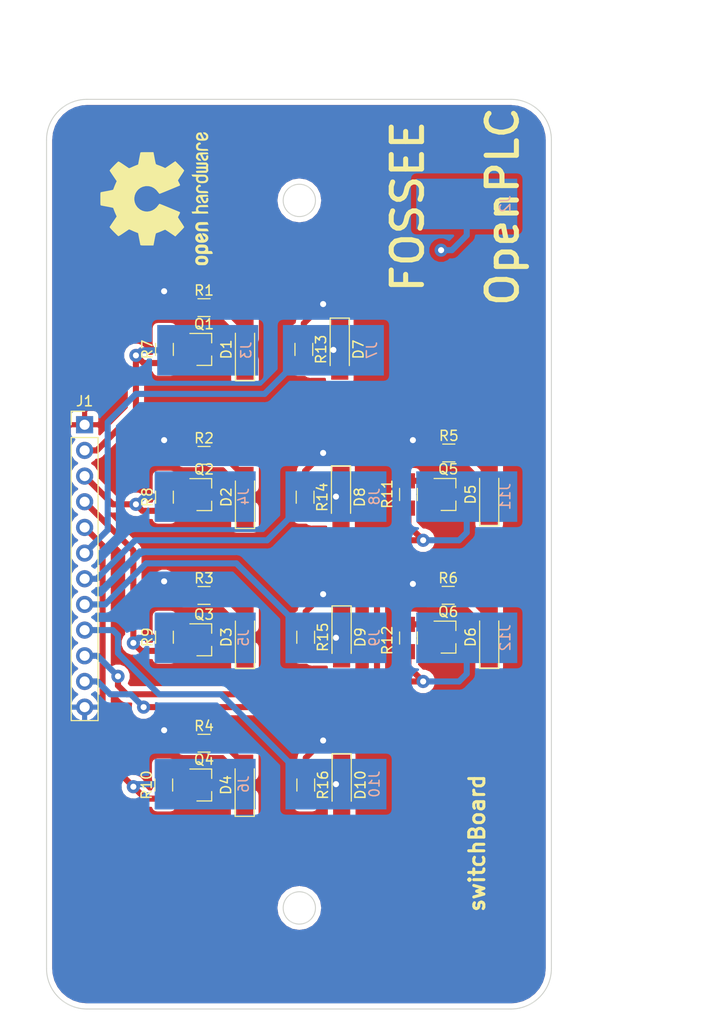
<source format=kicad_pcb>
(kicad_pcb (version 20171130) (host pcbnew 5.0.1)

  (general
    (thickness 1.6)
    (drawings 15)
    (tracks 175)
    (zones 0)
    (modules 45)
    (nets 35)
  )

  (page A4)
  (layers
    (0 F.Cu signal)
    (31 B.Cu signal)
    (32 B.Adhes user)
    (33 F.Adhes user)
    (34 B.Paste user hide)
    (35 F.Paste user)
    (36 B.SilkS user)
    (37 F.SilkS user)
    (38 B.Mask user hide)
    (39 F.Mask user)
    (40 Dwgs.User user)
    (41 Cmts.User user)
    (42 Eco1.User user)
    (43 Eco2.User user)
    (44 Edge.Cuts user)
    (45 Margin user)
    (46 B.CrtYd user)
    (47 F.CrtYd user)
    (48 B.Fab user hide)
    (49 F.Fab user)
  )

  (setup
    (last_trace_width 0.6)
    (trace_clearance 0.3)
    (zone_clearance 0.508)
    (zone_45_only no)
    (trace_min 0.2)
    (segment_width 0.2)
    (edge_width 0.15)
    (via_size 1.3)
    (via_drill 0.6)
    (via_min_size 0.4)
    (via_min_drill 0.3)
    (uvia_size 0.3)
    (uvia_drill 0.1)
    (uvias_allowed no)
    (uvia_min_size 0.2)
    (uvia_min_drill 0.1)
    (pcb_text_width 0.3)
    (pcb_text_size 1.5 1.5)
    (mod_edge_width 0.15)
    (mod_text_size 1 1)
    (mod_text_width 0.15)
    (pad_size 1.524 1.524)
    (pad_drill 0.762)
    (pad_to_mask_clearance 0.051)
    (solder_mask_min_width 0.25)
    (aux_axis_origin 0 0)
    (visible_elements FFFFFF7F)
    (pcbplotparams
      (layerselection 0x010fc_ffffffff)
      (usegerberextensions false)
      (usegerberattributes false)
      (usegerberadvancedattributes false)
      (creategerberjobfile false)
      (excludeedgelayer true)
      (linewidth 0.100000)
      (plotframeref false)
      (viasonmask false)
      (mode 1)
      (useauxorigin false)
      (hpglpennumber 1)
      (hpglpenspeed 20)
      (hpglpendiameter 15.000000)
      (psnegative false)
      (psa4output false)
      (plotreference true)
      (plotvalue true)
      (plotinvisibletext false)
      (padsonsilk false)
      (subtractmaskfromsilk false)
      (outputformat 1)
      (mirror false)
      (drillshape 0)
      (scaleselection 1)
      (outputdirectory "gerber/"))
  )

  (net 0 "")
  (net 1 /s10)
  (net 2 /s8)
  (net 3 /s6)
  (net 4 /s4)
  (net 5 /s2)
  (net 6 /s9)
  (net 7 /s7)
  (net 8 /s5)
  (net 9 /s3)
  (net 10 /s1)
  (net 11 GND)
  (net 12 "Net-(D4-Pad1)")
  (net 13 "Net-(D5-Pad1)")
  (net 14 "Net-(D3-Pad1)")
  (net 15 "Net-(D2-Pad1)")
  (net 16 "Net-(D1-Pad1)")
  (net 17 "Net-(D6-Pad1)")
  (net 18 "Net-(D1-Pad2)")
  (net 19 +5V)
  (net 20 "Net-(D2-Pad2)")
  (net 21 "Net-(D3-Pad2)")
  (net 22 "Net-(D4-Pad2)")
  (net 23 "Net-(D5-Pad2)")
  (net 24 "Net-(D6-Pad2)")
  (net 25 "Net-(Q3-Pad1)")
  (net 26 "Net-(Q6-Pad1)")
  (net 27 "Net-(Q5-Pad1)")
  (net 28 "Net-(Q1-Pad1)")
  (net 29 "Net-(Q2-Pad1)")
  (net 30 "Net-(Q4-Pad1)")
  (net 31 "Net-(D9-Pad2)")
  (net 32 "Net-(D8-Pad2)")
  (net 33 "Net-(D7-Pad2)")
  (net 34 "Net-(D10-Pad2)")

  (net_class Default "This is the default net class."
    (clearance 0.3)
    (trace_width 0.6)
    (via_dia 1.3)
    (via_drill 0.6)
    (uvia_dia 0.3)
    (uvia_drill 0.1)
    (add_net +5V)
    (add_net /s1)
    (add_net /s10)
    (add_net /s2)
    (add_net /s3)
    (add_net /s4)
    (add_net /s5)
    (add_net /s6)
    (add_net /s7)
    (add_net /s8)
    (add_net /s9)
    (add_net GND)
    (add_net "Net-(D1-Pad1)")
    (add_net "Net-(D1-Pad2)")
    (add_net "Net-(D10-Pad2)")
    (add_net "Net-(D2-Pad1)")
    (add_net "Net-(D2-Pad2)")
    (add_net "Net-(D3-Pad1)")
    (add_net "Net-(D3-Pad2)")
    (add_net "Net-(D4-Pad1)")
    (add_net "Net-(D4-Pad2)")
    (add_net "Net-(D5-Pad1)")
    (add_net "Net-(D5-Pad2)")
    (add_net "Net-(D6-Pad1)")
    (add_net "Net-(D6-Pad2)")
    (add_net "Net-(D7-Pad2)")
    (add_net "Net-(D8-Pad2)")
    (add_net "Net-(D9-Pad2)")
    (add_net "Net-(Q1-Pad1)")
    (add_net "Net-(Q2-Pad1)")
    (add_net "Net-(Q3-Pad1)")
    (add_net "Net-(Q4-Pad1)")
    (add_net "Net-(Q5-Pad1)")
    (add_net "Net-(Q6-Pad1)")
  )

  (module LEDs:LED_1206_HandSoldering (layer F.Cu) (tedit 595FC724) (tstamp 5C3CC83B)
    (at 123.249514 119.209815 270)
    (descr "LED SMD 1206, hand soldering")
    (tags "LED 1206")
    (path /5C3C5E62)
    (attr smd)
    (fp_text reference D10 (at 0 -1.85 270) (layer F.SilkS)
      (effects (font (size 1 1) (thickness 0.15)))
    )
    (fp_text value LED (at 0 1.9 270) (layer F.Fab)
      (effects (font (size 1 1) (thickness 0.15)))
    )
    (fp_line (start -3.1 -0.95) (end -3.1 0.95) (layer F.SilkS) (width 0.12))
    (fp_line (start -0.4 0) (end 0.2 -0.4) (layer F.Fab) (width 0.1))
    (fp_line (start 0.2 -0.4) (end 0.2 0.4) (layer F.Fab) (width 0.1))
    (fp_line (start 0.2 0.4) (end -0.4 0) (layer F.Fab) (width 0.1))
    (fp_line (start -0.45 -0.4) (end -0.45 0.4) (layer F.Fab) (width 0.1))
    (fp_line (start -1.6 0.8) (end -1.6 -0.8) (layer F.Fab) (width 0.1))
    (fp_line (start 1.6 0.8) (end -1.6 0.8) (layer F.Fab) (width 0.1))
    (fp_line (start 1.6 -0.8) (end 1.6 0.8) (layer F.Fab) (width 0.1))
    (fp_line (start -1.6 -0.8) (end 1.6 -0.8) (layer F.Fab) (width 0.1))
    (fp_line (start -3.1 0.95) (end 1.6 0.95) (layer F.SilkS) (width 0.12))
    (fp_line (start -3.1 -0.95) (end 1.6 -0.95) (layer F.SilkS) (width 0.12))
    (fp_line (start -3.25 -1.11) (end 3.25 -1.11) (layer F.CrtYd) (width 0.05))
    (fp_line (start -3.25 -1.11) (end -3.25 1.1) (layer F.CrtYd) (width 0.05))
    (fp_line (start 3.25 1.1) (end 3.25 -1.11) (layer F.CrtYd) (width 0.05))
    (fp_line (start 3.25 1.1) (end -3.25 1.1) (layer F.CrtYd) (width 0.05))
    (pad 1 smd rect (at -2 0 270) (size 2 1.7) (layers F.Cu F.Paste F.Mask)
      (net 2 /s8))
    (pad 2 smd rect (at 2 0 270) (size 2 1.7) (layers F.Cu F.Paste F.Mask)
      (net 34 "Net-(D10-Pad2)"))
    (model ${KISYS3DMOD}/LEDs.3dshapes/LED_1206.wrl
      (at (xyz 0 0 0))
      (scale (xyz 1 1 1))
      (rotate (xyz 0 0 180))
    )
  )

  (module LEDs:LED_1206_HandSoldering (layer F.Cu) (tedit 595FC724) (tstamp 5C3CBA7E)
    (at 123.23973 104.590725 270)
    (descr "LED SMD 1206, hand soldering")
    (tags "LED 1206")
    (path /5C3C4B74)
    (attr smd)
    (fp_text reference D9 (at 0 -1.85 270) (layer F.SilkS)
      (effects (font (size 1 1) (thickness 0.15)))
    )
    (fp_text value LED (at 0 1.9 270) (layer F.Fab)
      (effects (font (size 1 1) (thickness 0.15)))
    )
    (fp_line (start 3.25 1.1) (end -3.25 1.1) (layer F.CrtYd) (width 0.05))
    (fp_line (start 3.25 1.1) (end 3.25 -1.11) (layer F.CrtYd) (width 0.05))
    (fp_line (start -3.25 -1.11) (end -3.25 1.1) (layer F.CrtYd) (width 0.05))
    (fp_line (start -3.25 -1.11) (end 3.25 -1.11) (layer F.CrtYd) (width 0.05))
    (fp_line (start -3.1 -0.95) (end 1.6 -0.95) (layer F.SilkS) (width 0.12))
    (fp_line (start -3.1 0.95) (end 1.6 0.95) (layer F.SilkS) (width 0.12))
    (fp_line (start -1.6 -0.8) (end 1.6 -0.8) (layer F.Fab) (width 0.1))
    (fp_line (start 1.6 -0.8) (end 1.6 0.8) (layer F.Fab) (width 0.1))
    (fp_line (start 1.6 0.8) (end -1.6 0.8) (layer F.Fab) (width 0.1))
    (fp_line (start -1.6 0.8) (end -1.6 -0.8) (layer F.Fab) (width 0.1))
    (fp_line (start -0.45 -0.4) (end -0.45 0.4) (layer F.Fab) (width 0.1))
    (fp_line (start 0.2 0.4) (end -0.4 0) (layer F.Fab) (width 0.1))
    (fp_line (start 0.2 -0.4) (end 0.2 0.4) (layer F.Fab) (width 0.1))
    (fp_line (start -0.4 0) (end 0.2 -0.4) (layer F.Fab) (width 0.1))
    (fp_line (start -3.1 -0.95) (end -3.1 0.95) (layer F.SilkS) (width 0.12))
    (pad 2 smd rect (at 2 0 270) (size 2 1.7) (layers F.Cu F.Paste F.Mask)
      (net 31 "Net-(D9-Pad2)"))
    (pad 1 smd rect (at -2 0 270) (size 2 1.7) (layers F.Cu F.Paste F.Mask)
      (net 7 /s7))
    (model ${KISYS3DMOD}/LEDs.3dshapes/LED_1206.wrl
      (at (xyz 0 0 0))
      (scale (xyz 1 1 1))
      (rotate (xyz 0 0 180))
    )
  )

  (module LEDs:LED_1206_HandSoldering (layer F.Cu) (tedit 595FC724) (tstamp 5C3CB98E)
    (at 123.182653 90.733635 270)
    (descr "LED SMD 1206, hand soldering")
    (tags "LED 1206")
    (path /5C3C3A4A)
    (attr smd)
    (fp_text reference D8 (at 0 -1.85 270) (layer F.SilkS)
      (effects (font (size 1 1) (thickness 0.15)))
    )
    (fp_text value LED (at 0 1.9 270) (layer F.Fab)
      (effects (font (size 1 1) (thickness 0.15)))
    )
    (fp_line (start -3.1 -0.95) (end -3.1 0.95) (layer F.SilkS) (width 0.12))
    (fp_line (start -0.4 0) (end 0.2 -0.4) (layer F.Fab) (width 0.1))
    (fp_line (start 0.2 -0.4) (end 0.2 0.4) (layer F.Fab) (width 0.1))
    (fp_line (start 0.2 0.4) (end -0.4 0) (layer F.Fab) (width 0.1))
    (fp_line (start -0.45 -0.4) (end -0.45 0.4) (layer F.Fab) (width 0.1))
    (fp_line (start -1.6 0.8) (end -1.6 -0.8) (layer F.Fab) (width 0.1))
    (fp_line (start 1.6 0.8) (end -1.6 0.8) (layer F.Fab) (width 0.1))
    (fp_line (start 1.6 -0.8) (end 1.6 0.8) (layer F.Fab) (width 0.1))
    (fp_line (start -1.6 -0.8) (end 1.6 -0.8) (layer F.Fab) (width 0.1))
    (fp_line (start -3.1 0.95) (end 1.6 0.95) (layer F.SilkS) (width 0.12))
    (fp_line (start -3.1 -0.95) (end 1.6 -0.95) (layer F.SilkS) (width 0.12))
    (fp_line (start -3.25 -1.11) (end 3.25 -1.11) (layer F.CrtYd) (width 0.05))
    (fp_line (start -3.25 -1.11) (end -3.25 1.1) (layer F.CrtYd) (width 0.05))
    (fp_line (start 3.25 1.1) (end 3.25 -1.11) (layer F.CrtYd) (width 0.05))
    (fp_line (start 3.25 1.1) (end -3.25 1.1) (layer F.CrtYd) (width 0.05))
    (pad 1 smd rect (at -2 0 270) (size 2 1.7) (layers F.Cu F.Paste F.Mask)
      (net 3 /s6))
    (pad 2 smd rect (at 2 0 270) (size 2 1.7) (layers F.Cu F.Paste F.Mask)
      (net 32 "Net-(D8-Pad2)"))
    (model ${KISYS3DMOD}/LEDs.3dshapes/LED_1206.wrl
      (at (xyz 0 0 0))
      (scale (xyz 1 1 1))
      (rotate (xyz 0 0 180))
    )
  )

  (module LEDs:LED_1206_HandSoldering (layer F.Cu) (tedit 595FC724) (tstamp 5C3CB9D3)
    (at 123.057679 76.114545 270)
    (descr "LED SMD 1206, hand soldering")
    (tags "LED 1206")
    (path /5C3C2B44)
    (attr smd)
    (fp_text reference D7 (at 0 -1.85 270) (layer F.SilkS)
      (effects (font (size 1 1) (thickness 0.15)))
    )
    (fp_text value LED (at 0 1.9 270) (layer F.Fab)
      (effects (font (size 1 1) (thickness 0.15)))
    )
    (fp_line (start 3.25 1.1) (end -3.25 1.1) (layer F.CrtYd) (width 0.05))
    (fp_line (start 3.25 1.1) (end 3.25 -1.11) (layer F.CrtYd) (width 0.05))
    (fp_line (start -3.25 -1.11) (end -3.25 1.1) (layer F.CrtYd) (width 0.05))
    (fp_line (start -3.25 -1.11) (end 3.25 -1.11) (layer F.CrtYd) (width 0.05))
    (fp_line (start -3.1 -0.95) (end 1.6 -0.95) (layer F.SilkS) (width 0.12))
    (fp_line (start -3.1 0.95) (end 1.6 0.95) (layer F.SilkS) (width 0.12))
    (fp_line (start -1.6 -0.8) (end 1.6 -0.8) (layer F.Fab) (width 0.1))
    (fp_line (start 1.6 -0.8) (end 1.6 0.8) (layer F.Fab) (width 0.1))
    (fp_line (start 1.6 0.8) (end -1.6 0.8) (layer F.Fab) (width 0.1))
    (fp_line (start -1.6 0.8) (end -1.6 -0.8) (layer F.Fab) (width 0.1))
    (fp_line (start -0.45 -0.4) (end -0.45 0.4) (layer F.Fab) (width 0.1))
    (fp_line (start 0.2 0.4) (end -0.4 0) (layer F.Fab) (width 0.1))
    (fp_line (start 0.2 -0.4) (end 0.2 0.4) (layer F.Fab) (width 0.1))
    (fp_line (start -0.4 0) (end 0.2 -0.4) (layer F.Fab) (width 0.1))
    (fp_line (start -3.1 -0.95) (end -3.1 0.95) (layer F.SilkS) (width 0.12))
    (pad 2 smd rect (at 2 0 270) (size 2 1.7) (layers F.Cu F.Paste F.Mask)
      (net 33 "Net-(D7-Pad2)"))
    (pad 1 smd rect (at -2 0 270) (size 2 1.7) (layers F.Cu F.Paste F.Mask)
      (net 8 /s5))
    (model ${KISYS3DMOD}/LEDs.3dshapes/LED_1206.wrl
      (at (xyz 0 0 0))
      (scale (xyz 1 1 1))
      (rotate (xyz 0 0 180))
    )
  )

  (module LEDs:LED_1206_HandSoldering (layer F.Cu) (tedit 595FC724) (tstamp 5C3CA649)
    (at 137.86 104.578 90)
    (descr "LED SMD 1206, hand soldering")
    (tags "LED 1206")
    (path /5C39065B)
    (attr smd)
    (fp_text reference D6 (at 0 -1.85 90) (layer F.SilkS)
      (effects (font (size 1 1) (thickness 0.15)))
    )
    (fp_text value LED (at 0 1.9 90) (layer F.Fab)
      (effects (font (size 1 1) (thickness 0.15)))
    )
    (fp_line (start -3.1 -0.95) (end -3.1 0.95) (layer F.SilkS) (width 0.12))
    (fp_line (start -0.4 0) (end 0.2 -0.4) (layer F.Fab) (width 0.1))
    (fp_line (start 0.2 -0.4) (end 0.2 0.4) (layer F.Fab) (width 0.1))
    (fp_line (start 0.2 0.4) (end -0.4 0) (layer F.Fab) (width 0.1))
    (fp_line (start -0.45 -0.4) (end -0.45 0.4) (layer F.Fab) (width 0.1))
    (fp_line (start -1.6 0.8) (end -1.6 -0.8) (layer F.Fab) (width 0.1))
    (fp_line (start 1.6 0.8) (end -1.6 0.8) (layer F.Fab) (width 0.1))
    (fp_line (start 1.6 -0.8) (end 1.6 0.8) (layer F.Fab) (width 0.1))
    (fp_line (start -1.6 -0.8) (end 1.6 -0.8) (layer F.Fab) (width 0.1))
    (fp_line (start -3.1 0.95) (end 1.6 0.95) (layer F.SilkS) (width 0.12))
    (fp_line (start -3.1 -0.95) (end 1.6 -0.95) (layer F.SilkS) (width 0.12))
    (fp_line (start -3.25 -1.11) (end 3.25 -1.11) (layer F.CrtYd) (width 0.05))
    (fp_line (start -3.25 -1.11) (end -3.25 1.1) (layer F.CrtYd) (width 0.05))
    (fp_line (start 3.25 1.1) (end 3.25 -1.11) (layer F.CrtYd) (width 0.05))
    (fp_line (start 3.25 1.1) (end -3.25 1.1) (layer F.CrtYd) (width 0.05))
    (pad 1 smd rect (at -2 0 90) (size 2 1.7) (layers F.Cu F.Paste F.Mask)
      (net 17 "Net-(D6-Pad1)"))
    (pad 2 smd rect (at 2 0 90) (size 2 1.7) (layers F.Cu F.Paste F.Mask)
      (net 24 "Net-(D6-Pad2)"))
    (model ${KISYS3DMOD}/LEDs.3dshapes/LED_1206.wrl
      (at (xyz 0 0 0))
      (scale (xyz 1 1 1))
      (rotate (xyz 0 0 180))
    )
  )

  (module LEDs:LED_1206_HandSoldering (layer F.Cu) (tedit 595FC724) (tstamp 5C3CA635)
    (at 137.86 90.466905 90)
    (descr "LED SMD 1206, hand soldering")
    (tags "LED 1206")
    (path /5C390654)
    (attr smd)
    (fp_text reference D5 (at 0 -1.85 90) (layer F.SilkS)
      (effects (font (size 1 1) (thickness 0.15)))
    )
    (fp_text value LED (at 0 1.9 90) (layer F.Fab)
      (effects (font (size 1 1) (thickness 0.15)))
    )
    (fp_line (start 3.25 1.1) (end -3.25 1.1) (layer F.CrtYd) (width 0.05))
    (fp_line (start 3.25 1.1) (end 3.25 -1.11) (layer F.CrtYd) (width 0.05))
    (fp_line (start -3.25 -1.11) (end -3.25 1.1) (layer F.CrtYd) (width 0.05))
    (fp_line (start -3.25 -1.11) (end 3.25 -1.11) (layer F.CrtYd) (width 0.05))
    (fp_line (start -3.1 -0.95) (end 1.6 -0.95) (layer F.SilkS) (width 0.12))
    (fp_line (start -3.1 0.95) (end 1.6 0.95) (layer F.SilkS) (width 0.12))
    (fp_line (start -1.6 -0.8) (end 1.6 -0.8) (layer F.Fab) (width 0.1))
    (fp_line (start 1.6 -0.8) (end 1.6 0.8) (layer F.Fab) (width 0.1))
    (fp_line (start 1.6 0.8) (end -1.6 0.8) (layer F.Fab) (width 0.1))
    (fp_line (start -1.6 0.8) (end -1.6 -0.8) (layer F.Fab) (width 0.1))
    (fp_line (start -0.45 -0.4) (end -0.45 0.4) (layer F.Fab) (width 0.1))
    (fp_line (start 0.2 0.4) (end -0.4 0) (layer F.Fab) (width 0.1))
    (fp_line (start 0.2 -0.4) (end 0.2 0.4) (layer F.Fab) (width 0.1))
    (fp_line (start -0.4 0) (end 0.2 -0.4) (layer F.Fab) (width 0.1))
    (fp_line (start -3.1 -0.95) (end -3.1 0.95) (layer F.SilkS) (width 0.12))
    (pad 2 smd rect (at 2 0 90) (size 2 1.7) (layers F.Cu F.Paste F.Mask)
      (net 23 "Net-(D5-Pad2)"))
    (pad 1 smd rect (at -2 0 90) (size 2 1.7) (layers F.Cu F.Paste F.Mask)
      (net 13 "Net-(D5-Pad1)"))
    (model ${KISYS3DMOD}/LEDs.3dshapes/LED_1206.wrl
      (at (xyz 0 0 0))
      (scale (xyz 1 1 1))
      (rotate (xyz 0 0 180))
    )
  )

  (module LEDs:LED_1206_HandSoldering (layer F.Cu) (tedit 595FC724) (tstamp 5C3CA621)
    (at 113.644 119.209815 90)
    (descr "LED SMD 1206, hand soldering")
    (tags "LED 1206")
    (path /5C39064D)
    (attr smd)
    (fp_text reference D4 (at 0 -1.85 90) (layer F.SilkS)
      (effects (font (size 1 1) (thickness 0.15)))
    )
    (fp_text value LED (at 0 1.9 90) (layer F.Fab)
      (effects (font (size 1 1) (thickness 0.15)))
    )
    (fp_line (start -3.1 -0.95) (end -3.1 0.95) (layer F.SilkS) (width 0.12))
    (fp_line (start -0.4 0) (end 0.2 -0.4) (layer F.Fab) (width 0.1))
    (fp_line (start 0.2 -0.4) (end 0.2 0.4) (layer F.Fab) (width 0.1))
    (fp_line (start 0.2 0.4) (end -0.4 0) (layer F.Fab) (width 0.1))
    (fp_line (start -0.45 -0.4) (end -0.45 0.4) (layer F.Fab) (width 0.1))
    (fp_line (start -1.6 0.8) (end -1.6 -0.8) (layer F.Fab) (width 0.1))
    (fp_line (start 1.6 0.8) (end -1.6 0.8) (layer F.Fab) (width 0.1))
    (fp_line (start 1.6 -0.8) (end 1.6 0.8) (layer F.Fab) (width 0.1))
    (fp_line (start -1.6 -0.8) (end 1.6 -0.8) (layer F.Fab) (width 0.1))
    (fp_line (start -3.1 0.95) (end 1.6 0.95) (layer F.SilkS) (width 0.12))
    (fp_line (start -3.1 -0.95) (end 1.6 -0.95) (layer F.SilkS) (width 0.12))
    (fp_line (start -3.25 -1.11) (end 3.25 -1.11) (layer F.CrtYd) (width 0.05))
    (fp_line (start -3.25 -1.11) (end -3.25 1.1) (layer F.CrtYd) (width 0.05))
    (fp_line (start 3.25 1.1) (end 3.25 -1.11) (layer F.CrtYd) (width 0.05))
    (fp_line (start 3.25 1.1) (end -3.25 1.1) (layer F.CrtYd) (width 0.05))
    (pad 1 smd rect (at -2 0 90) (size 2 1.7) (layers F.Cu F.Paste F.Mask)
      (net 12 "Net-(D4-Pad1)"))
    (pad 2 smd rect (at 2 0 90) (size 2 1.7) (layers F.Cu F.Paste F.Mask)
      (net 22 "Net-(D4-Pad2)"))
    (model ${KISYS3DMOD}/LEDs.3dshapes/LED_1206.wrl
      (at (xyz 0 0 0))
      (scale (xyz 1 1 1))
      (rotate (xyz 0 0 180))
    )
  )

  (module LEDs:LED_1206_HandSoldering (layer F.Cu) (tedit 595FC724) (tstamp 5C3CA60D)
    (at 113.674 104.590725 90)
    (descr "LED SMD 1206, hand soldering")
    (tags "LED 1206")
    (path /5C38AB24)
    (attr smd)
    (fp_text reference D3 (at 0 -1.85 90) (layer F.SilkS)
      (effects (font (size 1 1) (thickness 0.15)))
    )
    (fp_text value LED (at 0 1.9 90) (layer F.Fab)
      (effects (font (size 1 1) (thickness 0.15)))
    )
    (fp_line (start 3.25 1.1) (end -3.25 1.1) (layer F.CrtYd) (width 0.05))
    (fp_line (start 3.25 1.1) (end 3.25 -1.11) (layer F.CrtYd) (width 0.05))
    (fp_line (start -3.25 -1.11) (end -3.25 1.1) (layer F.CrtYd) (width 0.05))
    (fp_line (start -3.25 -1.11) (end 3.25 -1.11) (layer F.CrtYd) (width 0.05))
    (fp_line (start -3.1 -0.95) (end 1.6 -0.95) (layer F.SilkS) (width 0.12))
    (fp_line (start -3.1 0.95) (end 1.6 0.95) (layer F.SilkS) (width 0.12))
    (fp_line (start -1.6 -0.8) (end 1.6 -0.8) (layer F.Fab) (width 0.1))
    (fp_line (start 1.6 -0.8) (end 1.6 0.8) (layer F.Fab) (width 0.1))
    (fp_line (start 1.6 0.8) (end -1.6 0.8) (layer F.Fab) (width 0.1))
    (fp_line (start -1.6 0.8) (end -1.6 -0.8) (layer F.Fab) (width 0.1))
    (fp_line (start -0.45 -0.4) (end -0.45 0.4) (layer F.Fab) (width 0.1))
    (fp_line (start 0.2 0.4) (end -0.4 0) (layer F.Fab) (width 0.1))
    (fp_line (start 0.2 -0.4) (end 0.2 0.4) (layer F.Fab) (width 0.1))
    (fp_line (start -0.4 0) (end 0.2 -0.4) (layer F.Fab) (width 0.1))
    (fp_line (start -3.1 -0.95) (end -3.1 0.95) (layer F.SilkS) (width 0.12))
    (pad 2 smd rect (at 2 0 90) (size 2 1.7) (layers F.Cu F.Paste F.Mask)
      (net 21 "Net-(D3-Pad2)"))
    (pad 1 smd rect (at -2 0 90) (size 2 1.7) (layers F.Cu F.Paste F.Mask)
      (net 14 "Net-(D3-Pad1)"))
    (model ${KISYS3DMOD}/LEDs.3dshapes/LED_1206.wrl
      (at (xyz 0 0 0))
      (scale (xyz 1 1 1))
      (rotate (xyz 0 0 180))
    )
  )

  (module LEDs:LED_1206_HandSoldering (layer F.Cu) (tedit 595FC724) (tstamp 5C3CA5F9)
    (at 113.674 90.733635 90)
    (descr "LED SMD 1206, hand soldering")
    (tags "LED 1206")
    (path /5C38AAB2)
    (attr smd)
    (fp_text reference D2 (at 0 -1.85 90) (layer F.SilkS)
      (effects (font (size 1 1) (thickness 0.15)))
    )
    (fp_text value LED (at 0 1.9 90) (layer F.Fab)
      (effects (font (size 1 1) (thickness 0.15)))
    )
    (fp_line (start -3.1 -0.95) (end -3.1 0.95) (layer F.SilkS) (width 0.12))
    (fp_line (start -0.4 0) (end 0.2 -0.4) (layer F.Fab) (width 0.1))
    (fp_line (start 0.2 -0.4) (end 0.2 0.4) (layer F.Fab) (width 0.1))
    (fp_line (start 0.2 0.4) (end -0.4 0) (layer F.Fab) (width 0.1))
    (fp_line (start -0.45 -0.4) (end -0.45 0.4) (layer F.Fab) (width 0.1))
    (fp_line (start -1.6 0.8) (end -1.6 -0.8) (layer F.Fab) (width 0.1))
    (fp_line (start 1.6 0.8) (end -1.6 0.8) (layer F.Fab) (width 0.1))
    (fp_line (start 1.6 -0.8) (end 1.6 0.8) (layer F.Fab) (width 0.1))
    (fp_line (start -1.6 -0.8) (end 1.6 -0.8) (layer F.Fab) (width 0.1))
    (fp_line (start -3.1 0.95) (end 1.6 0.95) (layer F.SilkS) (width 0.12))
    (fp_line (start -3.1 -0.95) (end 1.6 -0.95) (layer F.SilkS) (width 0.12))
    (fp_line (start -3.25 -1.11) (end 3.25 -1.11) (layer F.CrtYd) (width 0.05))
    (fp_line (start -3.25 -1.11) (end -3.25 1.1) (layer F.CrtYd) (width 0.05))
    (fp_line (start 3.25 1.1) (end 3.25 -1.11) (layer F.CrtYd) (width 0.05))
    (fp_line (start 3.25 1.1) (end -3.25 1.1) (layer F.CrtYd) (width 0.05))
    (pad 1 smd rect (at -2 0 90) (size 2 1.7) (layers F.Cu F.Paste F.Mask)
      (net 15 "Net-(D2-Pad1)"))
    (pad 2 smd rect (at 2 0 90) (size 2 1.7) (layers F.Cu F.Paste F.Mask)
      (net 20 "Net-(D2-Pad2)"))
    (model ${KISYS3DMOD}/LEDs.3dshapes/LED_1206.wrl
      (at (xyz 0 0 0))
      (scale (xyz 1 1 1))
      (rotate (xyz 0 0 180))
    )
  )

  (module LEDs:LED_1206_HandSoldering (layer F.Cu) (tedit 595FC724) (tstamp 5C3CC5F8)
    (at 113.674 76.114545 90)
    (descr "LED SMD 1206, hand soldering")
    (tags "LED 1206")
    (path /5C38A8BF)
    (attr smd)
    (fp_text reference D1 (at 0 -1.85 90) (layer F.SilkS)
      (effects (font (size 1 1) (thickness 0.15)))
    )
    (fp_text value LED (at 0 1.9 90) (layer F.Fab)
      (effects (font (size 1 1) (thickness 0.15)))
    )
    (fp_line (start 3.25 1.1) (end -3.25 1.1) (layer F.CrtYd) (width 0.05))
    (fp_line (start 3.25 1.1) (end 3.25 -1.11) (layer F.CrtYd) (width 0.05))
    (fp_line (start -3.25 -1.11) (end -3.25 1.1) (layer F.CrtYd) (width 0.05))
    (fp_line (start -3.25 -1.11) (end 3.25 -1.11) (layer F.CrtYd) (width 0.05))
    (fp_line (start -3.1 -0.95) (end 1.6 -0.95) (layer F.SilkS) (width 0.12))
    (fp_line (start -3.1 0.95) (end 1.6 0.95) (layer F.SilkS) (width 0.12))
    (fp_line (start -1.6 -0.8) (end 1.6 -0.8) (layer F.Fab) (width 0.1))
    (fp_line (start 1.6 -0.8) (end 1.6 0.8) (layer F.Fab) (width 0.1))
    (fp_line (start 1.6 0.8) (end -1.6 0.8) (layer F.Fab) (width 0.1))
    (fp_line (start -1.6 0.8) (end -1.6 -0.8) (layer F.Fab) (width 0.1))
    (fp_line (start -0.45 -0.4) (end -0.45 0.4) (layer F.Fab) (width 0.1))
    (fp_line (start 0.2 0.4) (end -0.4 0) (layer F.Fab) (width 0.1))
    (fp_line (start 0.2 -0.4) (end 0.2 0.4) (layer F.Fab) (width 0.1))
    (fp_line (start -0.4 0) (end 0.2 -0.4) (layer F.Fab) (width 0.1))
    (fp_line (start -3.1 -0.95) (end -3.1 0.95) (layer F.SilkS) (width 0.12))
    (pad 2 smd rect (at 2 0 90) (size 2 1.7) (layers F.Cu F.Paste F.Mask)
      (net 18 "Net-(D1-Pad2)"))
    (pad 1 smd rect (at -2 0 90) (size 2 1.7) (layers F.Cu F.Paste F.Mask)
      (net 16 "Net-(D1-Pad1)"))
    (model ${KISYS3DMOD}/LEDs.3dshapes/LED_1206.wrl
      (at (xyz 0 0 0))
      (scale (xyz 1 1 1))
      (rotate (xyz 0 0 180))
    )
  )

  (module Resistors_SMD:R_0805_HandSoldering (layer F.Cu) (tedit 58E0A804) (tstamp 5C3CC873)
    (at 119.693514 119.209815 270)
    (descr "Resistor SMD 0805, hand soldering")
    (tags "resistor 0805")
    (path /5C3C5E5B)
    (attr smd)
    (fp_text reference R16 (at 0 -1.7 270) (layer F.SilkS)
      (effects (font (size 1 1) (thickness 0.15)))
    )
    (fp_text value R_US (at 0 1.75 270) (layer F.Fab)
      (effects (font (size 1 1) (thickness 0.15)))
    )
    (fp_text user %R (at 0 0 270) (layer F.Fab)
      (effects (font (size 0.5 0.5) (thickness 0.075)))
    )
    (fp_line (start -1 0.62) (end -1 -0.62) (layer F.Fab) (width 0.1))
    (fp_line (start 1 0.62) (end -1 0.62) (layer F.Fab) (width 0.1))
    (fp_line (start 1 -0.62) (end 1 0.62) (layer F.Fab) (width 0.1))
    (fp_line (start -1 -0.62) (end 1 -0.62) (layer F.Fab) (width 0.1))
    (fp_line (start 0.6 0.88) (end -0.6 0.88) (layer F.SilkS) (width 0.12))
    (fp_line (start -0.6 -0.88) (end 0.6 -0.88) (layer F.SilkS) (width 0.12))
    (fp_line (start -2.35 -0.9) (end 2.35 -0.9) (layer F.CrtYd) (width 0.05))
    (fp_line (start -2.35 -0.9) (end -2.35 0.9) (layer F.CrtYd) (width 0.05))
    (fp_line (start 2.35 0.9) (end 2.35 -0.9) (layer F.CrtYd) (width 0.05))
    (fp_line (start 2.35 0.9) (end -2.35 0.9) (layer F.CrtYd) (width 0.05))
    (pad 1 smd rect (at -1.35 0 270) (size 1.5 1.3) (layers F.Cu F.Paste F.Mask)
      (net 19 +5V))
    (pad 2 smd rect (at 1.35 0 270) (size 1.5 1.3) (layers F.Cu F.Paste F.Mask)
      (net 34 "Net-(D10-Pad2)"))
    (model ${KISYS3DMOD}/Resistors_SMD.3dshapes/R_0805.wrl
      (at (xyz 0 0 0))
      (scale (xyz 1 1 1))
      (rotate (xyz 0 0 0))
    )
  )

  (module Resistors_SMD:R_0805_HandSoldering (layer F.Cu) (tedit 58E0A804) (tstamp 5C3CBAB6)
    (at 119.501679 76.114545 270)
    (descr "Resistor SMD 0805, hand soldering")
    (tags "resistor 0805")
    (path /5C3C2B3D)
    (attr smd)
    (fp_text reference R13 (at 0 -1.7 270) (layer F.SilkS)
      (effects (font (size 1 1) (thickness 0.15)))
    )
    (fp_text value R_US (at 0 1.75 270) (layer F.Fab)
      (effects (font (size 1 1) (thickness 0.15)))
    )
    (fp_line (start 2.35 0.9) (end -2.35 0.9) (layer F.CrtYd) (width 0.05))
    (fp_line (start 2.35 0.9) (end 2.35 -0.9) (layer F.CrtYd) (width 0.05))
    (fp_line (start -2.35 -0.9) (end -2.35 0.9) (layer F.CrtYd) (width 0.05))
    (fp_line (start -2.35 -0.9) (end 2.35 -0.9) (layer F.CrtYd) (width 0.05))
    (fp_line (start -0.6 -0.88) (end 0.6 -0.88) (layer F.SilkS) (width 0.12))
    (fp_line (start 0.6 0.88) (end -0.6 0.88) (layer F.SilkS) (width 0.12))
    (fp_line (start -1 -0.62) (end 1 -0.62) (layer F.Fab) (width 0.1))
    (fp_line (start 1 -0.62) (end 1 0.62) (layer F.Fab) (width 0.1))
    (fp_line (start 1 0.62) (end -1 0.62) (layer F.Fab) (width 0.1))
    (fp_line (start -1 0.62) (end -1 -0.62) (layer F.Fab) (width 0.1))
    (fp_text user %R (at 0 0 270) (layer F.Fab)
      (effects (font (size 0.5 0.5) (thickness 0.075)))
    )
    (pad 2 smd rect (at 1.35 0 270) (size 1.5 1.3) (layers F.Cu F.Paste F.Mask)
      (net 33 "Net-(D7-Pad2)"))
    (pad 1 smd rect (at -1.35 0 270) (size 1.5 1.3) (layers F.Cu F.Paste F.Mask)
      (net 19 +5V))
    (model ${KISYS3DMOD}/Resistors_SMD.3dshapes/R_0805.wrl
      (at (xyz 0 0 0))
      (scale (xyz 1 1 1))
      (rotate (xyz 0 0 0))
    )
  )

  (module Resistors_SMD:R_0805_HandSoldering (layer F.Cu) (tedit 58E0A804) (tstamp 5C3CBA0B)
    (at 119.626653 90.733635 270)
    (descr "Resistor SMD 0805, hand soldering")
    (tags "resistor 0805")
    (path /5C3C3A43)
    (attr smd)
    (fp_text reference R14 (at 0 -1.7 270) (layer F.SilkS)
      (effects (font (size 1 1) (thickness 0.15)))
    )
    (fp_text value R_US (at 0 1.75 270) (layer F.Fab)
      (effects (font (size 1 1) (thickness 0.15)))
    )
    (fp_text user %R (at 0 0 270) (layer F.Fab)
      (effects (font (size 0.5 0.5) (thickness 0.075)))
    )
    (fp_line (start -1 0.62) (end -1 -0.62) (layer F.Fab) (width 0.1))
    (fp_line (start 1 0.62) (end -1 0.62) (layer F.Fab) (width 0.1))
    (fp_line (start 1 -0.62) (end 1 0.62) (layer F.Fab) (width 0.1))
    (fp_line (start -1 -0.62) (end 1 -0.62) (layer F.Fab) (width 0.1))
    (fp_line (start 0.6 0.88) (end -0.6 0.88) (layer F.SilkS) (width 0.12))
    (fp_line (start -0.6 -0.88) (end 0.6 -0.88) (layer F.SilkS) (width 0.12))
    (fp_line (start -2.35 -0.9) (end 2.35 -0.9) (layer F.CrtYd) (width 0.05))
    (fp_line (start -2.35 -0.9) (end -2.35 0.9) (layer F.CrtYd) (width 0.05))
    (fp_line (start 2.35 0.9) (end 2.35 -0.9) (layer F.CrtYd) (width 0.05))
    (fp_line (start 2.35 0.9) (end -2.35 0.9) (layer F.CrtYd) (width 0.05))
    (pad 1 smd rect (at -1.35 0 270) (size 1.5 1.3) (layers F.Cu F.Paste F.Mask)
      (net 19 +5V))
    (pad 2 smd rect (at 1.35 0 270) (size 1.5 1.3) (layers F.Cu F.Paste F.Mask)
      (net 32 "Net-(D8-Pad2)"))
    (model ${KISYS3DMOD}/Resistors_SMD.3dshapes/R_0805.wrl
      (at (xyz 0 0 0))
      (scale (xyz 1 1 1))
      (rotate (xyz 0 0 0))
    )
  )

  (module Resistors_SMD:R_0805_HandSoldering (layer F.Cu) (tedit 58E0A804) (tstamp 5C3CBB82)
    (at 119.68373 104.590725 270)
    (descr "Resistor SMD 0805, hand soldering")
    (tags "resistor 0805")
    (path /5C3C4B6D)
    (attr smd)
    (fp_text reference R15 (at 0 -1.7 270) (layer F.SilkS)
      (effects (font (size 1 1) (thickness 0.15)))
    )
    (fp_text value R_US (at 0 1.75 270) (layer F.Fab)
      (effects (font (size 1 1) (thickness 0.15)))
    )
    (fp_line (start 2.35 0.9) (end -2.35 0.9) (layer F.CrtYd) (width 0.05))
    (fp_line (start 2.35 0.9) (end 2.35 -0.9) (layer F.CrtYd) (width 0.05))
    (fp_line (start -2.35 -0.9) (end -2.35 0.9) (layer F.CrtYd) (width 0.05))
    (fp_line (start -2.35 -0.9) (end 2.35 -0.9) (layer F.CrtYd) (width 0.05))
    (fp_line (start -0.6 -0.88) (end 0.6 -0.88) (layer F.SilkS) (width 0.12))
    (fp_line (start 0.6 0.88) (end -0.6 0.88) (layer F.SilkS) (width 0.12))
    (fp_line (start -1 -0.62) (end 1 -0.62) (layer F.Fab) (width 0.1))
    (fp_line (start 1 -0.62) (end 1 0.62) (layer F.Fab) (width 0.1))
    (fp_line (start 1 0.62) (end -1 0.62) (layer F.Fab) (width 0.1))
    (fp_line (start -1 0.62) (end -1 -0.62) (layer F.Fab) (width 0.1))
    (fp_text user %R (at 0 0 270) (layer F.Fab)
      (effects (font (size 0.5 0.5) (thickness 0.075)))
    )
    (pad 2 smd rect (at 1.35 0 270) (size 1.5 1.3) (layers F.Cu F.Paste F.Mask)
      (net 31 "Net-(D9-Pad2)"))
    (pad 1 smd rect (at -1.35 0 270) (size 1.5 1.3) (layers F.Cu F.Paste F.Mask)
      (net 19 +5V))
    (model ${KISYS3DMOD}/Resistors_SMD.3dshapes/R_0805.wrl
      (at (xyz 0 0 0))
      (scale (xyz 1 1 1))
      (rotate (xyz 0 0 0))
    )
  )

  (module Resistors_SMD:R_0805_HandSoldering (layer F.Cu) (tedit 58E0A804) (tstamp 5C3CBAFE)
    (at 129.862 104.668 90)
    (descr "Resistor SMD 0805, hand soldering")
    (tags "resistor 0805")
    (path /5C39F801)
    (attr smd)
    (fp_text reference R12 (at -0.234 -2.1 90) (layer F.SilkS)
      (effects (font (size 1 1) (thickness 0.15)))
    )
    (fp_text value R_US (at 0 1.75 90) (layer F.Fab)
      (effects (font (size 1 1) (thickness 0.15)))
    )
    (fp_text user %R (at 0 0 90) (layer F.Fab)
      (effects (font (size 0.5 0.5) (thickness 0.075)))
    )
    (fp_line (start -1 0.62) (end -1 -0.62) (layer F.Fab) (width 0.1))
    (fp_line (start 1 0.62) (end -1 0.62) (layer F.Fab) (width 0.1))
    (fp_line (start 1 -0.62) (end 1 0.62) (layer F.Fab) (width 0.1))
    (fp_line (start -1 -0.62) (end 1 -0.62) (layer F.Fab) (width 0.1))
    (fp_line (start 0.6 0.88) (end -0.6 0.88) (layer F.SilkS) (width 0.12))
    (fp_line (start -0.6 -0.88) (end 0.6 -0.88) (layer F.SilkS) (width 0.12))
    (fp_line (start -2.35 -0.9) (end 2.35 -0.9) (layer F.CrtYd) (width 0.05))
    (fp_line (start -2.35 -0.9) (end -2.35 0.9) (layer F.CrtYd) (width 0.05))
    (fp_line (start 2.35 0.9) (end 2.35 -0.9) (layer F.CrtYd) (width 0.05))
    (fp_line (start 2.35 0.9) (end -2.35 0.9) (layer F.CrtYd) (width 0.05))
    (pad 1 smd rect (at -1.35 0 90) (size 1.5 1.3) (layers F.Cu F.Paste F.Mask)
      (net 1 /s10))
    (pad 2 smd rect (at 1.35 0 90) (size 1.5 1.3) (layers F.Cu F.Paste F.Mask)
      (net 26 "Net-(Q6-Pad1)"))
    (model ${KISYS3DMOD}/Resistors_SMD.3dshapes/R_0805.wrl
      (at (xyz 0 0 0))
      (scale (xyz 1 1 1))
      (rotate (xyz 0 0 0))
    )
  )

  (module Resistors_SMD:R_0805_HandSoldering (layer F.Cu) (tedit 58E0A804) (tstamp 5C3CC630)
    (at 105.696 76.114545 90)
    (descr "Resistor SMD 0805, hand soldering")
    (tags "resistor 0805")
    (path /5C397AB8)
    (attr smd)
    (fp_text reference R7 (at 0 -1.7 90) (layer F.SilkS)
      (effects (font (size 1 1) (thickness 0.15)))
    )
    (fp_text value R_US (at 0 1.75 90) (layer F.Fab)
      (effects (font (size 1 1) (thickness 0.15)))
    )
    (fp_line (start 2.35 0.9) (end -2.35 0.9) (layer F.CrtYd) (width 0.05))
    (fp_line (start 2.35 0.9) (end 2.35 -0.9) (layer F.CrtYd) (width 0.05))
    (fp_line (start -2.35 -0.9) (end -2.35 0.9) (layer F.CrtYd) (width 0.05))
    (fp_line (start -2.35 -0.9) (end 2.35 -0.9) (layer F.CrtYd) (width 0.05))
    (fp_line (start -0.6 -0.88) (end 0.6 -0.88) (layer F.SilkS) (width 0.12))
    (fp_line (start 0.6 0.88) (end -0.6 0.88) (layer F.SilkS) (width 0.12))
    (fp_line (start -1 -0.62) (end 1 -0.62) (layer F.Fab) (width 0.1))
    (fp_line (start 1 -0.62) (end 1 0.62) (layer F.Fab) (width 0.1))
    (fp_line (start 1 0.62) (end -1 0.62) (layer F.Fab) (width 0.1))
    (fp_line (start -1 0.62) (end -1 -0.62) (layer F.Fab) (width 0.1))
    (fp_text user %R (at 0 0 90) (layer F.Fab)
      (effects (font (size 0.5 0.5) (thickness 0.075)))
    )
    (pad 2 smd rect (at 1.35 0 90) (size 1.5 1.3) (layers F.Cu F.Paste F.Mask)
      (net 28 "Net-(Q1-Pad1)"))
    (pad 1 smd rect (at -1.35 0 90) (size 1.5 1.3) (layers F.Cu F.Paste F.Mask)
      (net 10 /s1))
    (model ${KISYS3DMOD}/Resistors_SMD.3dshapes/R_0805.wrl
      (at (xyz 0 0 0))
      (scale (xyz 1 1 1))
      (rotate (xyz 0 0 0))
    )
  )

  (module Resistors_SMD:R_0805_HandSoldering (layer F.Cu) (tedit 58E0A804) (tstamp 5C3C968E)
    (at 105.696 90.733635 90)
    (descr "Resistor SMD 0805, hand soldering")
    (tags "resistor 0805")
    (path /5C3988CF)
    (attr smd)
    (fp_text reference R8 (at 0 -1.7 90) (layer F.SilkS)
      (effects (font (size 1 1) (thickness 0.15)))
    )
    (fp_text value R_US (at 0 1.75 90) (layer F.Fab)
      (effects (font (size 1 1) (thickness 0.15)))
    )
    (fp_text user %R (at 0 0 90) (layer F.Fab)
      (effects (font (size 0.5 0.5) (thickness 0.075)))
    )
    (fp_line (start -1 0.62) (end -1 -0.62) (layer F.Fab) (width 0.1))
    (fp_line (start 1 0.62) (end -1 0.62) (layer F.Fab) (width 0.1))
    (fp_line (start 1 -0.62) (end 1 0.62) (layer F.Fab) (width 0.1))
    (fp_line (start -1 -0.62) (end 1 -0.62) (layer F.Fab) (width 0.1))
    (fp_line (start 0.6 0.88) (end -0.6 0.88) (layer F.SilkS) (width 0.12))
    (fp_line (start -0.6 -0.88) (end 0.6 -0.88) (layer F.SilkS) (width 0.12))
    (fp_line (start -2.35 -0.9) (end 2.35 -0.9) (layer F.CrtYd) (width 0.05))
    (fp_line (start -2.35 -0.9) (end -2.35 0.9) (layer F.CrtYd) (width 0.05))
    (fp_line (start 2.35 0.9) (end 2.35 -0.9) (layer F.CrtYd) (width 0.05))
    (fp_line (start 2.35 0.9) (end -2.35 0.9) (layer F.CrtYd) (width 0.05))
    (pad 1 smd rect (at -1.35 0 90) (size 1.5 1.3) (layers F.Cu F.Paste F.Mask)
      (net 5 /s2))
    (pad 2 smd rect (at 1.35 0 90) (size 1.5 1.3) (layers F.Cu F.Paste F.Mask)
      (net 29 "Net-(Q2-Pad1)"))
    (model ${KISYS3DMOD}/Resistors_SMD.3dshapes/R_0805.wrl
      (at (xyz 0 0 0))
      (scale (xyz 1 1 1))
      (rotate (xyz 0 0 0))
    )
  )

  (module Resistors_SMD:R_0805_HandSoldering (layer F.Cu) (tedit 58E0A804) (tstamp 5C3C999A)
    (at 105.696 104.590725 90)
    (descr "Resistor SMD 0805, hand soldering")
    (tags "resistor 0805")
    (path /5C39A9E7)
    (attr smd)
    (fp_text reference R9 (at 0 -1.7 90) (layer F.SilkS)
      (effects (font (size 1 1) (thickness 0.15)))
    )
    (fp_text value R_US (at 0 1.75 90) (layer F.Fab)
      (effects (font (size 1 1) (thickness 0.15)))
    )
    (fp_line (start 2.35 0.9) (end -2.35 0.9) (layer F.CrtYd) (width 0.05))
    (fp_line (start 2.35 0.9) (end 2.35 -0.9) (layer F.CrtYd) (width 0.05))
    (fp_line (start -2.35 -0.9) (end -2.35 0.9) (layer F.CrtYd) (width 0.05))
    (fp_line (start -2.35 -0.9) (end 2.35 -0.9) (layer F.CrtYd) (width 0.05))
    (fp_line (start -0.6 -0.88) (end 0.6 -0.88) (layer F.SilkS) (width 0.12))
    (fp_line (start 0.6 0.88) (end -0.6 0.88) (layer F.SilkS) (width 0.12))
    (fp_line (start -1 -0.62) (end 1 -0.62) (layer F.Fab) (width 0.1))
    (fp_line (start 1 -0.62) (end 1 0.62) (layer F.Fab) (width 0.1))
    (fp_line (start 1 0.62) (end -1 0.62) (layer F.Fab) (width 0.1))
    (fp_line (start -1 0.62) (end -1 -0.62) (layer F.Fab) (width 0.1))
    (fp_text user %R (at 0 0 90) (layer F.Fab)
      (effects (font (size 0.5 0.5) (thickness 0.075)))
    )
    (pad 2 smd rect (at 1.35 0 90) (size 1.5 1.3) (layers F.Cu F.Paste F.Mask)
      (net 25 "Net-(Q3-Pad1)"))
    (pad 1 smd rect (at -1.35 0 90) (size 1.5 1.3) (layers F.Cu F.Paste F.Mask)
      (net 9 /s3))
    (model ${KISYS3DMOD}/Resistors_SMD.3dshapes/R_0805.wrl
      (at (xyz 0 0 0))
      (scale (xyz 1 1 1))
      (rotate (xyz 0 0 0))
    )
  )

  (module Resistors_SMD:R_0805_HandSoldering (layer F.Cu) (tedit 58E0A804) (tstamp 5C3C99CA)
    (at 105.626 119.209815 90)
    (descr "Resistor SMD 0805, hand soldering")
    (tags "resistor 0805")
    (path /5C39C1DB)
    (attr smd)
    (fp_text reference R10 (at 0 -1.7 90) (layer F.SilkS)
      (effects (font (size 1 1) (thickness 0.15)))
    )
    (fp_text value R_US (at 0 1.75 90) (layer F.Fab)
      (effects (font (size 1 1) (thickness 0.15)))
    )
    (fp_text user %R (at 0 0 90) (layer F.Fab)
      (effects (font (size 0.5 0.5) (thickness 0.075)))
    )
    (fp_line (start -1 0.62) (end -1 -0.62) (layer F.Fab) (width 0.1))
    (fp_line (start 1 0.62) (end -1 0.62) (layer F.Fab) (width 0.1))
    (fp_line (start 1 -0.62) (end 1 0.62) (layer F.Fab) (width 0.1))
    (fp_line (start -1 -0.62) (end 1 -0.62) (layer F.Fab) (width 0.1))
    (fp_line (start 0.6 0.88) (end -0.6 0.88) (layer F.SilkS) (width 0.12))
    (fp_line (start -0.6 -0.88) (end 0.6 -0.88) (layer F.SilkS) (width 0.12))
    (fp_line (start -2.35 -0.9) (end 2.35 -0.9) (layer F.CrtYd) (width 0.05))
    (fp_line (start -2.35 -0.9) (end -2.35 0.9) (layer F.CrtYd) (width 0.05))
    (fp_line (start 2.35 0.9) (end 2.35 -0.9) (layer F.CrtYd) (width 0.05))
    (fp_line (start 2.35 0.9) (end -2.35 0.9) (layer F.CrtYd) (width 0.05))
    (pad 1 smd rect (at -1.35 0 90) (size 1.5 1.3) (layers F.Cu F.Paste F.Mask)
      (net 4 /s4))
    (pad 2 smd rect (at 1.35 0 90) (size 1.5 1.3) (layers F.Cu F.Paste F.Mask)
      (net 30 "Net-(Q4-Pad1)"))
    (model ${KISYS3DMOD}/Resistors_SMD.3dshapes/R_0805.wrl
      (at (xyz 0 0 0))
      (scale (xyz 1 1 1))
      (rotate (xyz 0 0 0))
    )
  )

  (module Resistors_SMD:R_0805_HandSoldering (layer F.Cu) (tedit 58E0A804) (tstamp 5C3CBBEE)
    (at 129.862 90.466905 90)
    (descr "Resistor SMD 0805, hand soldering")
    (tags "resistor 0805")
    (path /5C39DE34)
    (attr smd)
    (fp_text reference R11 (at 0.042905 -2.1 90) (layer F.SilkS)
      (effects (font (size 1 1) (thickness 0.15)))
    )
    (fp_text value R_US (at 0 1.75 90) (layer F.Fab)
      (effects (font (size 1 1) (thickness 0.15)))
    )
    (fp_line (start 2.35 0.9) (end -2.35 0.9) (layer F.CrtYd) (width 0.05))
    (fp_line (start 2.35 0.9) (end 2.35 -0.9) (layer F.CrtYd) (width 0.05))
    (fp_line (start -2.35 -0.9) (end -2.35 0.9) (layer F.CrtYd) (width 0.05))
    (fp_line (start -2.35 -0.9) (end 2.35 -0.9) (layer F.CrtYd) (width 0.05))
    (fp_line (start -0.6 -0.88) (end 0.6 -0.88) (layer F.SilkS) (width 0.12))
    (fp_line (start 0.6 0.88) (end -0.6 0.88) (layer F.SilkS) (width 0.12))
    (fp_line (start -1 -0.62) (end 1 -0.62) (layer F.Fab) (width 0.1))
    (fp_line (start 1 -0.62) (end 1 0.62) (layer F.Fab) (width 0.1))
    (fp_line (start 1 0.62) (end -1 0.62) (layer F.Fab) (width 0.1))
    (fp_line (start -1 0.62) (end -1 -0.62) (layer F.Fab) (width 0.1))
    (fp_text user %R (at 0 0 90) (layer F.Fab)
      (effects (font (size 0.5 0.5) (thickness 0.075)))
    )
    (pad 2 smd rect (at 1.35 0 90) (size 1.5 1.3) (layers F.Cu F.Paste F.Mask)
      (net 27 "Net-(Q5-Pad1)"))
    (pad 1 smd rect (at -1.35 0 90) (size 1.5 1.3) (layers F.Cu F.Paste F.Mask)
      (net 6 /s9))
    (model ${KISYS3DMOD}/Resistors_SMD.3dshapes/R_0805.wrl
      (at (xyz 0 0 0))
      (scale (xyz 1 1 1))
      (rotate (xyz 0 0 0))
    )
  )

  (module Resistors_SMD:R_0805_HandSoldering (layer F.Cu) (tedit 58E0A804) (tstamp 5C3C96EE)
    (at 133.8 100.44345)
    (descr "Resistor SMD 0805, hand soldering")
    (tags "resistor 0805")
    (path /5C390646)
    (attr smd)
    (fp_text reference R6 (at 0 -1.7) (layer F.SilkS)
      (effects (font (size 1 1) (thickness 0.15)))
    )
    (fp_text value R_US (at 0 1.75) (layer F.Fab)
      (effects (font (size 1 1) (thickness 0.15)))
    )
    (fp_text user %R (at 0 0) (layer F.Fab)
      (effects (font (size 0.5 0.5) (thickness 0.075)))
    )
    (fp_line (start -1 0.62) (end -1 -0.62) (layer F.Fab) (width 0.1))
    (fp_line (start 1 0.62) (end -1 0.62) (layer F.Fab) (width 0.1))
    (fp_line (start 1 -0.62) (end 1 0.62) (layer F.Fab) (width 0.1))
    (fp_line (start -1 -0.62) (end 1 -0.62) (layer F.Fab) (width 0.1))
    (fp_line (start 0.6 0.88) (end -0.6 0.88) (layer F.SilkS) (width 0.12))
    (fp_line (start -0.6 -0.88) (end 0.6 -0.88) (layer F.SilkS) (width 0.12))
    (fp_line (start -2.35 -0.9) (end 2.35 -0.9) (layer F.CrtYd) (width 0.05))
    (fp_line (start -2.35 -0.9) (end -2.35 0.9) (layer F.CrtYd) (width 0.05))
    (fp_line (start 2.35 0.9) (end 2.35 -0.9) (layer F.CrtYd) (width 0.05))
    (fp_line (start 2.35 0.9) (end -2.35 0.9) (layer F.CrtYd) (width 0.05))
    (pad 1 smd rect (at -1.35 0) (size 1.5 1.3) (layers F.Cu F.Paste F.Mask)
      (net 19 +5V))
    (pad 2 smd rect (at 1.35 0) (size 1.5 1.3) (layers F.Cu F.Paste F.Mask)
      (net 24 "Net-(D6-Pad2)"))
    (model ${KISYS3DMOD}/Resistors_SMD.3dshapes/R_0805.wrl
      (at (xyz 0 0 0))
      (scale (xyz 1 1 1))
      (rotate (xyz 0 0 0))
    )
  )

  (module Resistors_SMD:R_0805_HandSoldering (layer F.Cu) (tedit 58E0A804) (tstamp 5C3C9796)
    (at 133.858 86.36)
    (descr "Resistor SMD 0805, hand soldering")
    (tags "resistor 0805")
    (path /5C39063F)
    (attr smd)
    (fp_text reference R5 (at 0 -1.7) (layer F.SilkS)
      (effects (font (size 1 1) (thickness 0.15)))
    )
    (fp_text value R_US (at 0 1.75) (layer F.Fab)
      (effects (font (size 1 1) (thickness 0.15)))
    )
    (fp_text user %R (at 0 0) (layer F.Fab)
      (effects (font (size 0.5 0.5) (thickness 0.075)))
    )
    (fp_line (start -1 0.62) (end -1 -0.62) (layer F.Fab) (width 0.1))
    (fp_line (start 1 0.62) (end -1 0.62) (layer F.Fab) (width 0.1))
    (fp_line (start 1 -0.62) (end 1 0.62) (layer F.Fab) (width 0.1))
    (fp_line (start -1 -0.62) (end 1 -0.62) (layer F.Fab) (width 0.1))
    (fp_line (start 0.6 0.88) (end -0.6 0.88) (layer F.SilkS) (width 0.12))
    (fp_line (start -0.6 -0.88) (end 0.6 -0.88) (layer F.SilkS) (width 0.12))
    (fp_line (start -2.35 -0.9) (end 2.35 -0.9) (layer F.CrtYd) (width 0.05))
    (fp_line (start -2.35 -0.9) (end -2.35 0.9) (layer F.CrtYd) (width 0.05))
    (fp_line (start 2.35 0.9) (end 2.35 -0.9) (layer F.CrtYd) (width 0.05))
    (fp_line (start 2.35 0.9) (end -2.35 0.9) (layer F.CrtYd) (width 0.05))
    (pad 1 smd rect (at -1.35 0) (size 1.5 1.3) (layers F.Cu F.Paste F.Mask)
      (net 19 +5V))
    (pad 2 smd rect (at 1.35 0) (size 1.5 1.3) (layers F.Cu F.Paste F.Mask)
      (net 23 "Net-(D5-Pad2)"))
    (model ${KISYS3DMOD}/Resistors_SMD.3dshapes/R_0805.wrl
      (at (xyz 0 0 0))
      (scale (xyz 1 1 1))
      (rotate (xyz 0 0 0))
    )
  )

  (module Resistors_SMD:R_0805_HandSoldering (layer F.Cu) (tedit 58E0A804) (tstamp 5C3C9592)
    (at 109.614 115.07527)
    (descr "Resistor SMD 0805, hand soldering")
    (tags "resistor 0805")
    (path /5C390638)
    (attr smd)
    (fp_text reference R4 (at 0 -1.7) (layer F.SilkS)
      (effects (font (size 1 1) (thickness 0.15)))
    )
    (fp_text value R_US (at 0 1.75) (layer F.Fab)
      (effects (font (size 1 1) (thickness 0.15)))
    )
    (fp_text user %R (at 0 0) (layer F.Fab)
      (effects (font (size 0.5 0.5) (thickness 0.075)))
    )
    (fp_line (start -1 0.62) (end -1 -0.62) (layer F.Fab) (width 0.1))
    (fp_line (start 1 0.62) (end -1 0.62) (layer F.Fab) (width 0.1))
    (fp_line (start 1 -0.62) (end 1 0.62) (layer F.Fab) (width 0.1))
    (fp_line (start -1 -0.62) (end 1 -0.62) (layer F.Fab) (width 0.1))
    (fp_line (start 0.6 0.88) (end -0.6 0.88) (layer F.SilkS) (width 0.12))
    (fp_line (start -0.6 -0.88) (end 0.6 -0.88) (layer F.SilkS) (width 0.12))
    (fp_line (start -2.35 -0.9) (end 2.35 -0.9) (layer F.CrtYd) (width 0.05))
    (fp_line (start -2.35 -0.9) (end -2.35 0.9) (layer F.CrtYd) (width 0.05))
    (fp_line (start 2.35 0.9) (end 2.35 -0.9) (layer F.CrtYd) (width 0.05))
    (fp_line (start 2.35 0.9) (end -2.35 0.9) (layer F.CrtYd) (width 0.05))
    (pad 1 smd rect (at -1.35 0) (size 1.5 1.3) (layers F.Cu F.Paste F.Mask)
      (net 19 +5V))
    (pad 2 smd rect (at 1.35 0) (size 1.5 1.3) (layers F.Cu F.Paste F.Mask)
      (net 22 "Net-(D4-Pad2)"))
    (model ${KISYS3DMOD}/Resistors_SMD.3dshapes/R_0805.wrl
      (at (xyz 0 0 0))
      (scale (xyz 1 1 1))
      (rotate (xyz 0 0 0))
    )
  )

  (module Resistors_SMD:R_0805_HandSoldering (layer F.Cu) (tedit 58E0A804) (tstamp 5C3C95FE)
    (at 109.614 100.45618)
    (descr "Resistor SMD 0805, hand soldering")
    (tags "resistor 0805")
    (path /5C38A2F8)
    (attr smd)
    (fp_text reference R3 (at 0 -1.7) (layer F.SilkS)
      (effects (font (size 1 1) (thickness 0.15)))
    )
    (fp_text value R_US (at 0 1.75) (layer F.Fab)
      (effects (font (size 1 1) (thickness 0.15)))
    )
    (fp_line (start 2.35 0.9) (end -2.35 0.9) (layer F.CrtYd) (width 0.05))
    (fp_line (start 2.35 0.9) (end 2.35 -0.9) (layer F.CrtYd) (width 0.05))
    (fp_line (start -2.35 -0.9) (end -2.35 0.9) (layer F.CrtYd) (width 0.05))
    (fp_line (start -2.35 -0.9) (end 2.35 -0.9) (layer F.CrtYd) (width 0.05))
    (fp_line (start -0.6 -0.88) (end 0.6 -0.88) (layer F.SilkS) (width 0.12))
    (fp_line (start 0.6 0.88) (end -0.6 0.88) (layer F.SilkS) (width 0.12))
    (fp_line (start -1 -0.62) (end 1 -0.62) (layer F.Fab) (width 0.1))
    (fp_line (start 1 -0.62) (end 1 0.62) (layer F.Fab) (width 0.1))
    (fp_line (start 1 0.62) (end -1 0.62) (layer F.Fab) (width 0.1))
    (fp_line (start -1 0.62) (end -1 -0.62) (layer F.Fab) (width 0.1))
    (fp_text user %R (at 0 0) (layer F.Fab)
      (effects (font (size 0.5 0.5) (thickness 0.075)))
    )
    (pad 2 smd rect (at 1.35 0) (size 1.5 1.3) (layers F.Cu F.Paste F.Mask)
      (net 21 "Net-(D3-Pad2)"))
    (pad 1 smd rect (at -1.35 0) (size 1.5 1.3) (layers F.Cu F.Paste F.Mask)
      (net 19 +5V))
    (model ${KISYS3DMOD}/Resistors_SMD.3dshapes/R_0805.wrl
      (at (xyz 0 0 0))
      (scale (xyz 1 1 1))
      (rotate (xyz 0 0 0))
    )
  )

  (module Resistors_SMD:R_0805_HandSoldering (layer F.Cu) (tedit 58E0A804) (tstamp 5C3C96BE)
    (at 109.614 86.59909)
    (descr "Resistor SMD 0805, hand soldering")
    (tags "resistor 0805")
    (path /5C38A292)
    (attr smd)
    (fp_text reference R2 (at 0 -1.7) (layer F.SilkS)
      (effects (font (size 1 1) (thickness 0.15)))
    )
    (fp_text value R_US (at 0 1.75) (layer F.Fab)
      (effects (font (size 1 1) (thickness 0.15)))
    )
    (fp_text user %R (at 0 0) (layer F.Fab)
      (effects (font (size 0.5 0.5) (thickness 0.075)))
    )
    (fp_line (start -1 0.62) (end -1 -0.62) (layer F.Fab) (width 0.1))
    (fp_line (start 1 0.62) (end -1 0.62) (layer F.Fab) (width 0.1))
    (fp_line (start 1 -0.62) (end 1 0.62) (layer F.Fab) (width 0.1))
    (fp_line (start -1 -0.62) (end 1 -0.62) (layer F.Fab) (width 0.1))
    (fp_line (start 0.6 0.88) (end -0.6 0.88) (layer F.SilkS) (width 0.12))
    (fp_line (start -0.6 -0.88) (end 0.6 -0.88) (layer F.SilkS) (width 0.12))
    (fp_line (start -2.35 -0.9) (end 2.35 -0.9) (layer F.CrtYd) (width 0.05))
    (fp_line (start -2.35 -0.9) (end -2.35 0.9) (layer F.CrtYd) (width 0.05))
    (fp_line (start 2.35 0.9) (end 2.35 -0.9) (layer F.CrtYd) (width 0.05))
    (fp_line (start 2.35 0.9) (end -2.35 0.9) (layer F.CrtYd) (width 0.05))
    (pad 1 smd rect (at -1.35 0) (size 1.5 1.3) (layers F.Cu F.Paste F.Mask)
      (net 19 +5V))
    (pad 2 smd rect (at 1.35 0) (size 1.5 1.3) (layers F.Cu F.Paste F.Mask)
      (net 20 "Net-(D2-Pad2)"))
    (model ${KISYS3DMOD}/Resistors_SMD.3dshapes/R_0805.wrl
      (at (xyz 0 0 0))
      (scale (xyz 1 1 1))
      (rotate (xyz 0 0 0))
    )
  )

  (module Resistors_SMD:R_0805_HandSoldering (layer F.Cu) (tedit 58E0A804) (tstamp 5C3CC69C)
    (at 109.614 71.98)
    (descr "Resistor SMD 0805, hand soldering")
    (tags "resistor 0805")
    (path /5C388E52)
    (attr smd)
    (fp_text reference R1 (at 0 -1.7) (layer F.SilkS)
      (effects (font (size 1 1) (thickness 0.15)))
    )
    (fp_text value R_US (at 0 1.75) (layer F.Fab)
      (effects (font (size 1 1) (thickness 0.15)))
    )
    (fp_line (start 2.35 0.9) (end -2.35 0.9) (layer F.CrtYd) (width 0.05))
    (fp_line (start 2.35 0.9) (end 2.35 -0.9) (layer F.CrtYd) (width 0.05))
    (fp_line (start -2.35 -0.9) (end -2.35 0.9) (layer F.CrtYd) (width 0.05))
    (fp_line (start -2.35 -0.9) (end 2.35 -0.9) (layer F.CrtYd) (width 0.05))
    (fp_line (start -0.6 -0.88) (end 0.6 -0.88) (layer F.SilkS) (width 0.12))
    (fp_line (start 0.6 0.88) (end -0.6 0.88) (layer F.SilkS) (width 0.12))
    (fp_line (start -1 -0.62) (end 1 -0.62) (layer F.Fab) (width 0.1))
    (fp_line (start 1 -0.62) (end 1 0.62) (layer F.Fab) (width 0.1))
    (fp_line (start 1 0.62) (end -1 0.62) (layer F.Fab) (width 0.1))
    (fp_line (start -1 0.62) (end -1 -0.62) (layer F.Fab) (width 0.1))
    (fp_text user %R (at 0 0) (layer F.Fab)
      (effects (font (size 0.5 0.5) (thickness 0.075)))
    )
    (pad 2 smd rect (at 1.35 0) (size 1.5 1.3) (layers F.Cu F.Paste F.Mask)
      (net 18 "Net-(D1-Pad2)"))
    (pad 1 smd rect (at -1.35 0) (size 1.5 1.3) (layers F.Cu F.Paste F.Mask)
      (net 19 +5V))
    (model ${KISYS3DMOD}/Resistors_SMD.3dshapes/R_0805.wrl
      (at (xyz 0 0 0))
      (scale (xyz 1 1 1))
      (rotate (xyz 0 0 0))
    )
  )

  (module Socket_Strips:Socket_Strip_Straight_1x12_Pitch2.54mm (layer F.Cu) (tedit 58CD5446) (tstamp 5C388061)
    (at 97.79 83.566)
    (descr "Through hole straight socket strip, 1x12, 2.54mm pitch, single row")
    (tags "Through hole socket strip THT 1x12 2.54mm single row")
    (path /5C396434)
    (fp_text reference J1 (at 0 -2.33) (layer F.SilkS)
      (effects (font (size 1 1) (thickness 0.15)))
    )
    (fp_text value switchesOut (at 1.21 30.734) (layer F.Fab)
      (effects (font (size 1 1) (thickness 0.15)))
    )
    (fp_text user %R (at 0 -2.33) (layer F.Fab)
      (effects (font (size 1 1) (thickness 0.15)))
    )
    (fp_line (start 1.8 -1.8) (end -1.8 -1.8) (layer F.CrtYd) (width 0.05))
    (fp_line (start 1.8 29.75) (end 1.8 -1.8) (layer F.CrtYd) (width 0.05))
    (fp_line (start -1.8 29.75) (end 1.8 29.75) (layer F.CrtYd) (width 0.05))
    (fp_line (start -1.8 -1.8) (end -1.8 29.75) (layer F.CrtYd) (width 0.05))
    (fp_line (start -1.33 -1.33) (end 0 -1.33) (layer F.SilkS) (width 0.12))
    (fp_line (start -1.33 0) (end -1.33 -1.33) (layer F.SilkS) (width 0.12))
    (fp_line (start 1.33 1.27) (end -1.33 1.27) (layer F.SilkS) (width 0.12))
    (fp_line (start 1.33 29.27) (end 1.33 1.27) (layer F.SilkS) (width 0.12))
    (fp_line (start -1.33 29.27) (end 1.33 29.27) (layer F.SilkS) (width 0.12))
    (fp_line (start -1.33 1.27) (end -1.33 29.27) (layer F.SilkS) (width 0.12))
    (fp_line (start 1.27 -1.27) (end -1.27 -1.27) (layer F.Fab) (width 0.1))
    (fp_line (start 1.27 29.21) (end 1.27 -1.27) (layer F.Fab) (width 0.1))
    (fp_line (start -1.27 29.21) (end 1.27 29.21) (layer F.Fab) (width 0.1))
    (fp_line (start -1.27 -1.27) (end -1.27 29.21) (layer F.Fab) (width 0.1))
    (pad 12 thru_hole oval (at 0 27.94) (size 1.7 1.7) (drill 1) (layers *.Cu *.Mask)
      (net 19 +5V))
    (pad 11 thru_hole oval (at 0 25.4) (size 1.7 1.7) (drill 1) (layers *.Cu *.Mask)
      (net 1 /s10))
    (pad 10 thru_hole oval (at 0 22.86) (size 1.7 1.7) (drill 1) (layers *.Cu *.Mask)
      (net 6 /s9))
    (pad 9 thru_hole oval (at 0 20.32) (size 1.7 1.7) (drill 1) (layers *.Cu *.Mask)
      (net 2 /s8))
    (pad 8 thru_hole oval (at 0 17.78) (size 1.7 1.7) (drill 1) (layers *.Cu *.Mask)
      (net 7 /s7))
    (pad 7 thru_hole oval (at 0 15.24) (size 1.7 1.7) (drill 1) (layers *.Cu *.Mask)
      (net 3 /s6))
    (pad 6 thru_hole oval (at 0 12.7) (size 1.7 1.7) (drill 1) (layers *.Cu *.Mask)
      (net 8 /s5))
    (pad 5 thru_hole oval (at 0 10.16) (size 1.7 1.7) (drill 1) (layers *.Cu *.Mask)
      (net 4 /s4))
    (pad 4 thru_hole oval (at 0 7.62) (size 1.7 1.7) (drill 1) (layers *.Cu *.Mask)
      (net 9 /s3))
    (pad 3 thru_hole oval (at 0 5.08) (size 1.7 1.7) (drill 1) (layers *.Cu *.Mask)
      (net 5 /s2))
    (pad 2 thru_hole oval (at 0 2.54) (size 1.7 1.7) (drill 1) (layers *.Cu *.Mask)
      (net 10 /s1))
    (pad 1 thru_hole rect (at 0 0) (size 1.7 1.7) (drill 1) (layers *.Cu *.Mask)
      (net 11 GND))
    (model ${KISYS3DMOD}/Socket_Strips.3dshapes/Socket_Strip_Straight_1x12_Pitch2.54mm.wrl
      (offset (xyz 0 -13.96999979019165 0))
      (scale (xyz 1 1 1))
      (rotate (xyz 0 0 270))
    )
  )

  (module TO_SOT_Packages_SMD:SOT-23 (layer F.Cu) (tedit 58CE4E7E) (tstamp 5C3C98EA)
    (at 133.8 104.578)
    (descr "SOT-23, Standard")
    (tags SOT-23)
    (path /5C39062B)
    (attr smd)
    (fp_text reference Q6 (at 0 -2.5) (layer F.SilkS)
      (effects (font (size 1 1) (thickness 0.15)))
    )
    (fp_text value 2N7002 (at 0 2.5) (layer F.Fab)
      (effects (font (size 1 1) (thickness 0.15)))
    )
    (fp_text user %R (at 0 0 90) (layer F.Fab)
      (effects (font (size 0.5 0.5) (thickness 0.075)))
    )
    (fp_line (start -0.7 -0.95) (end -0.7 1.5) (layer F.Fab) (width 0.1))
    (fp_line (start -0.15 -1.52) (end 0.7 -1.52) (layer F.Fab) (width 0.1))
    (fp_line (start -0.7 -0.95) (end -0.15 -1.52) (layer F.Fab) (width 0.1))
    (fp_line (start 0.7 -1.52) (end 0.7 1.52) (layer F.Fab) (width 0.1))
    (fp_line (start -0.7 1.52) (end 0.7 1.52) (layer F.Fab) (width 0.1))
    (fp_line (start 0.76 1.58) (end 0.76 0.65) (layer F.SilkS) (width 0.12))
    (fp_line (start 0.76 -1.58) (end 0.76 -0.65) (layer F.SilkS) (width 0.12))
    (fp_line (start -1.7 -1.75) (end 1.7 -1.75) (layer F.CrtYd) (width 0.05))
    (fp_line (start 1.7 -1.75) (end 1.7 1.75) (layer F.CrtYd) (width 0.05))
    (fp_line (start 1.7 1.75) (end -1.7 1.75) (layer F.CrtYd) (width 0.05))
    (fp_line (start -1.7 1.75) (end -1.7 -1.75) (layer F.CrtYd) (width 0.05))
    (fp_line (start 0.76 -1.58) (end -1.4 -1.58) (layer F.SilkS) (width 0.12))
    (fp_line (start 0.76 1.58) (end -0.7 1.58) (layer F.SilkS) (width 0.12))
    (pad 1 smd rect (at -1 -0.95) (size 0.9 0.8) (layers F.Cu F.Paste F.Mask)
      (net 26 "Net-(Q6-Pad1)"))
    (pad 2 smd rect (at -1 0.95) (size 0.9 0.8) (layers F.Cu F.Paste F.Mask)
      (net 11 GND))
    (pad 3 smd rect (at 1 0) (size 0.9 0.8) (layers F.Cu F.Paste F.Mask)
      (net 17 "Net-(D6-Pad1)"))
    (model ${KISYS3DMOD}/TO_SOT_Packages_SMD.3dshapes/SOT-23.wrl
      (at (xyz 0 0 0))
      (scale (xyz 1 1 1))
      (rotate (xyz 0 0 0))
    )
  )

  (module TO_SOT_Packages_SMD:SOT-23 (layer F.Cu) (tedit 58CE4E7E) (tstamp 5C3CC664)
    (at 109.614 76.114545)
    (descr "SOT-23, Standard")
    (tags SOT-23)
    (path /5C3870DE)
    (attr smd)
    (fp_text reference Q1 (at 0 -2.5) (layer F.SilkS)
      (effects (font (size 1 1) (thickness 0.15)))
    )
    (fp_text value 2N7002 (at 0 2.5) (layer F.Fab)
      (effects (font (size 1 1) (thickness 0.15)))
    )
    (fp_line (start 0.76 1.58) (end -0.7 1.58) (layer F.SilkS) (width 0.12))
    (fp_line (start 0.76 -1.58) (end -1.4 -1.58) (layer F.SilkS) (width 0.12))
    (fp_line (start -1.7 1.75) (end -1.7 -1.75) (layer F.CrtYd) (width 0.05))
    (fp_line (start 1.7 1.75) (end -1.7 1.75) (layer F.CrtYd) (width 0.05))
    (fp_line (start 1.7 -1.75) (end 1.7 1.75) (layer F.CrtYd) (width 0.05))
    (fp_line (start -1.7 -1.75) (end 1.7 -1.75) (layer F.CrtYd) (width 0.05))
    (fp_line (start 0.76 -1.58) (end 0.76 -0.65) (layer F.SilkS) (width 0.12))
    (fp_line (start 0.76 1.58) (end 0.76 0.65) (layer F.SilkS) (width 0.12))
    (fp_line (start -0.7 1.52) (end 0.7 1.52) (layer F.Fab) (width 0.1))
    (fp_line (start 0.7 -1.52) (end 0.7 1.52) (layer F.Fab) (width 0.1))
    (fp_line (start -0.7 -0.95) (end -0.15 -1.52) (layer F.Fab) (width 0.1))
    (fp_line (start -0.15 -1.52) (end 0.7 -1.52) (layer F.Fab) (width 0.1))
    (fp_line (start -0.7 -0.95) (end -0.7 1.5) (layer F.Fab) (width 0.1))
    (fp_text user %R (at 0 0 90) (layer F.Fab)
      (effects (font (size 0.5 0.5) (thickness 0.075)))
    )
    (pad 3 smd rect (at 1 0) (size 0.9 0.8) (layers F.Cu F.Paste F.Mask)
      (net 16 "Net-(D1-Pad1)"))
    (pad 2 smd rect (at -1 0.95) (size 0.9 0.8) (layers F.Cu F.Paste F.Mask)
      (net 11 GND))
    (pad 1 smd rect (at -1 -0.95) (size 0.9 0.8) (layers F.Cu F.Paste F.Mask)
      (net 28 "Net-(Q1-Pad1)"))
    (model ${KISYS3DMOD}/TO_SOT_Packages_SMD.3dshapes/SOT-23.wrl
      (at (xyz 0 0 0))
      (scale (xyz 1 1 1))
      (rotate (xyz 0 0 0))
    )
  )

  (module TO_SOT_Packages_SMD:SOT-23 (layer F.Cu) (tedit 58CE4E7E) (tstamp 5C3C97CA)
    (at 109.614 90.479635)
    (descr "SOT-23, Standard")
    (tags SOT-23)
    (path /5C3871FB)
    (attr smd)
    (fp_text reference Q2 (at 0 -2.5) (layer F.SilkS)
      (effects (font (size 1 1) (thickness 0.15)))
    )
    (fp_text value 2N7002 (at 0 2.5) (layer F.Fab)
      (effects (font (size 1 1) (thickness 0.15)))
    )
    (fp_text user %R (at 0 0 90) (layer F.Fab)
      (effects (font (size 0.5 0.5) (thickness 0.075)))
    )
    (fp_line (start -0.7 -0.95) (end -0.7 1.5) (layer F.Fab) (width 0.1))
    (fp_line (start -0.15 -1.52) (end 0.7 -1.52) (layer F.Fab) (width 0.1))
    (fp_line (start -0.7 -0.95) (end -0.15 -1.52) (layer F.Fab) (width 0.1))
    (fp_line (start 0.7 -1.52) (end 0.7 1.52) (layer F.Fab) (width 0.1))
    (fp_line (start -0.7 1.52) (end 0.7 1.52) (layer F.Fab) (width 0.1))
    (fp_line (start 0.76 1.58) (end 0.76 0.65) (layer F.SilkS) (width 0.12))
    (fp_line (start 0.76 -1.58) (end 0.76 -0.65) (layer F.SilkS) (width 0.12))
    (fp_line (start -1.7 -1.75) (end 1.7 -1.75) (layer F.CrtYd) (width 0.05))
    (fp_line (start 1.7 -1.75) (end 1.7 1.75) (layer F.CrtYd) (width 0.05))
    (fp_line (start 1.7 1.75) (end -1.7 1.75) (layer F.CrtYd) (width 0.05))
    (fp_line (start -1.7 1.75) (end -1.7 -1.75) (layer F.CrtYd) (width 0.05))
    (fp_line (start 0.76 -1.58) (end -1.4 -1.58) (layer F.SilkS) (width 0.12))
    (fp_line (start 0.76 1.58) (end -0.7 1.58) (layer F.SilkS) (width 0.12))
    (pad 1 smd rect (at -1 -0.95) (size 0.9 0.8) (layers F.Cu F.Paste F.Mask)
      (net 29 "Net-(Q2-Pad1)"))
    (pad 2 smd rect (at -1 0.95) (size 0.9 0.8) (layers F.Cu F.Paste F.Mask)
      (net 11 GND))
    (pad 3 smd rect (at 1 0) (size 0.9 0.8) (layers F.Cu F.Paste F.Mask)
      (net 15 "Net-(D2-Pad1)"))
    (model ${KISYS3DMOD}/TO_SOT_Packages_SMD.3dshapes/SOT-23.wrl
      (at (xyz 0 0 0))
      (scale (xyz 1 1 1))
      (rotate (xyz 0 0 0))
    )
  )

  (module TO_SOT_Packages_SMD:SOT-23 (layer F.Cu) (tedit 58CE4E7E) (tstamp 5C3C9842)
    (at 109.614 104.844725)
    (descr "SOT-23, Standard")
    (tags SOT-23)
    (path /5C387243)
    (attr smd)
    (fp_text reference Q3 (at 0 -2.5) (layer F.SilkS)
      (effects (font (size 1 1) (thickness 0.15)))
    )
    (fp_text value 2N7002 (at 0 2.5) (layer F.Fab)
      (effects (font (size 1 1) (thickness 0.15)))
    )
    (fp_line (start 0.76 1.58) (end -0.7 1.58) (layer F.SilkS) (width 0.12))
    (fp_line (start 0.76 -1.58) (end -1.4 -1.58) (layer F.SilkS) (width 0.12))
    (fp_line (start -1.7 1.75) (end -1.7 -1.75) (layer F.CrtYd) (width 0.05))
    (fp_line (start 1.7 1.75) (end -1.7 1.75) (layer F.CrtYd) (width 0.05))
    (fp_line (start 1.7 -1.75) (end 1.7 1.75) (layer F.CrtYd) (width 0.05))
    (fp_line (start -1.7 -1.75) (end 1.7 -1.75) (layer F.CrtYd) (width 0.05))
    (fp_line (start 0.76 -1.58) (end 0.76 -0.65) (layer F.SilkS) (width 0.12))
    (fp_line (start 0.76 1.58) (end 0.76 0.65) (layer F.SilkS) (width 0.12))
    (fp_line (start -0.7 1.52) (end 0.7 1.52) (layer F.Fab) (width 0.1))
    (fp_line (start 0.7 -1.52) (end 0.7 1.52) (layer F.Fab) (width 0.1))
    (fp_line (start -0.7 -0.95) (end -0.15 -1.52) (layer F.Fab) (width 0.1))
    (fp_line (start -0.15 -1.52) (end 0.7 -1.52) (layer F.Fab) (width 0.1))
    (fp_line (start -0.7 -0.95) (end -0.7 1.5) (layer F.Fab) (width 0.1))
    (fp_text user %R (at 0 0 90) (layer F.Fab)
      (effects (font (size 0.5 0.5) (thickness 0.075)))
    )
    (pad 3 smd rect (at 1 0) (size 0.9 0.8) (layers F.Cu F.Paste F.Mask)
      (net 14 "Net-(D3-Pad1)"))
    (pad 2 smd rect (at -1 0.95) (size 0.9 0.8) (layers F.Cu F.Paste F.Mask)
      (net 11 GND))
    (pad 1 smd rect (at -1 -0.95) (size 0.9 0.8) (layers F.Cu F.Paste F.Mask)
      (net 25 "Net-(Q3-Pad1)"))
    (model ${KISYS3DMOD}/TO_SOT_Packages_SMD.3dshapes/SOT-23.wrl
      (at (xyz 0 0 0))
      (scale (xyz 1 1 1))
      (rotate (xyz 0 0 0))
    )
  )

  (module TO_SOT_Packages_SMD:SOT-23 (layer F.Cu) (tedit 58CE4E7E) (tstamp 5C3C975E)
    (at 133.8 90.466905)
    (descr "SOT-23, Standard")
    (tags SOT-23)
    (path /5C390624)
    (attr smd)
    (fp_text reference Q5 (at 0 -2.5) (layer F.SilkS)
      (effects (font (size 1 1) (thickness 0.15)))
    )
    (fp_text value 2N7002 (at 0 2.5) (layer F.Fab)
      (effects (font (size 1 1) (thickness 0.15)))
    )
    (fp_text user %R (at 0 0 90) (layer F.Fab)
      (effects (font (size 0.5 0.5) (thickness 0.075)))
    )
    (fp_line (start -0.7 -0.95) (end -0.7 1.5) (layer F.Fab) (width 0.1))
    (fp_line (start -0.15 -1.52) (end 0.7 -1.52) (layer F.Fab) (width 0.1))
    (fp_line (start -0.7 -0.95) (end -0.15 -1.52) (layer F.Fab) (width 0.1))
    (fp_line (start 0.7 -1.52) (end 0.7 1.52) (layer F.Fab) (width 0.1))
    (fp_line (start -0.7 1.52) (end 0.7 1.52) (layer F.Fab) (width 0.1))
    (fp_line (start 0.76 1.58) (end 0.76 0.65) (layer F.SilkS) (width 0.12))
    (fp_line (start 0.76 -1.58) (end 0.76 -0.65) (layer F.SilkS) (width 0.12))
    (fp_line (start -1.7 -1.75) (end 1.7 -1.75) (layer F.CrtYd) (width 0.05))
    (fp_line (start 1.7 -1.75) (end 1.7 1.75) (layer F.CrtYd) (width 0.05))
    (fp_line (start 1.7 1.75) (end -1.7 1.75) (layer F.CrtYd) (width 0.05))
    (fp_line (start -1.7 1.75) (end -1.7 -1.75) (layer F.CrtYd) (width 0.05))
    (fp_line (start 0.76 -1.58) (end -1.4 -1.58) (layer F.SilkS) (width 0.12))
    (fp_line (start 0.76 1.58) (end -0.7 1.58) (layer F.SilkS) (width 0.12))
    (pad 1 smd rect (at -1 -0.95) (size 0.9 0.8) (layers F.Cu F.Paste F.Mask)
      (net 27 "Net-(Q5-Pad1)"))
    (pad 2 smd rect (at -1 0.95) (size 0.9 0.8) (layers F.Cu F.Paste F.Mask)
      (net 11 GND))
    (pad 3 smd rect (at 1 0) (size 0.9 0.8) (layers F.Cu F.Paste F.Mask)
      (net 13 "Net-(D5-Pad1)"))
    (model ${KISYS3DMOD}/TO_SOT_Packages_SMD.3dshapes/SOT-23.wrl
      (at (xyz 0 0 0))
      (scale (xyz 1 1 1))
      (rotate (xyz 0 0 0))
    )
  )

  (module TO_SOT_Packages_SMD:SOT-23 (layer F.Cu) (tedit 58CE4E7E) (tstamp 5C3C98AE)
    (at 109.614 119.209815)
    (descr "SOT-23, Standard")
    (tags SOT-23)
    (path /5C39061D)
    (attr smd)
    (fp_text reference Q4 (at 0 -2.5) (layer F.SilkS)
      (effects (font (size 1 1) (thickness 0.15)))
    )
    (fp_text value 2N7002 (at 0 2.5) (layer F.Fab)
      (effects (font (size 1 1) (thickness 0.15)))
    )
    (fp_line (start 0.76 1.58) (end -0.7 1.58) (layer F.SilkS) (width 0.12))
    (fp_line (start 0.76 -1.58) (end -1.4 -1.58) (layer F.SilkS) (width 0.12))
    (fp_line (start -1.7 1.75) (end -1.7 -1.75) (layer F.CrtYd) (width 0.05))
    (fp_line (start 1.7 1.75) (end -1.7 1.75) (layer F.CrtYd) (width 0.05))
    (fp_line (start 1.7 -1.75) (end 1.7 1.75) (layer F.CrtYd) (width 0.05))
    (fp_line (start -1.7 -1.75) (end 1.7 -1.75) (layer F.CrtYd) (width 0.05))
    (fp_line (start 0.76 -1.58) (end 0.76 -0.65) (layer F.SilkS) (width 0.12))
    (fp_line (start 0.76 1.58) (end 0.76 0.65) (layer F.SilkS) (width 0.12))
    (fp_line (start -0.7 1.52) (end 0.7 1.52) (layer F.Fab) (width 0.1))
    (fp_line (start 0.7 -1.52) (end 0.7 1.52) (layer F.Fab) (width 0.1))
    (fp_line (start -0.7 -0.95) (end -0.15 -1.52) (layer F.Fab) (width 0.1))
    (fp_line (start -0.15 -1.52) (end 0.7 -1.52) (layer F.Fab) (width 0.1))
    (fp_line (start -0.7 -0.95) (end -0.7 1.5) (layer F.Fab) (width 0.1))
    (fp_text user %R (at 0 0 90) (layer F.Fab)
      (effects (font (size 0.5 0.5) (thickness 0.075)))
    )
    (pad 3 smd rect (at 1 0) (size 0.9 0.8) (layers F.Cu F.Paste F.Mask)
      (net 12 "Net-(D4-Pad1)"))
    (pad 2 smd rect (at -1 0.95) (size 0.9 0.8) (layers F.Cu F.Paste F.Mask)
      (net 11 GND))
    (pad 1 smd rect (at -1 -0.95) (size 0.9 0.8) (layers F.Cu F.Paste F.Mask)
      (net 30 "Net-(Q4-Pad1)"))
    (model ${KISYS3DMOD}/TO_SOT_Packages_SMD.3dshapes/SOT-23.wrl
      (at (xyz 0 0 0))
      (scale (xyz 1 1 1))
      (rotate (xyz 0 0 0))
    )
  )

  (module Wire_Pads:SolderWirePad_single_SMD_5x10mm (layer B.Cu) (tedit 5640A485) (tstamp 5C3CCE14)
    (at 135.636 104.648 90)
    (descr "Wire Pad, Square, SMD Pad,  5mm x 10mm,")
    (tags "MesurementPoint Square SMDPad 5mmx10mm ")
    (path /5C3724E2)
    (attr smd)
    (fp_text reference J12 (at 0 3.81 90) (layer B.SilkS)
      (effects (font (size 1 1) (thickness 0.15)) (justify mirror))
    )
    (fp_text value Conn_01x01_Female (at 0 -6.35 90) (layer B.Fab)
      (effects (font (size 1 1) (thickness 0.15)) (justify mirror))
    )
    (fp_line (start -2.75 5.25) (end -2.75 -5.25) (layer B.CrtYd) (width 0.05))
    (fp_line (start -2.75 -5.25) (end 2.75 -5.25) (layer B.CrtYd) (width 0.05))
    (fp_line (start 2.75 -5.25) (end 2.75 5.25) (layer B.CrtYd) (width 0.05))
    (fp_line (start 2.75 5.25) (end -2.75 5.25) (layer B.CrtYd) (width 0.05))
    (pad 1 smd rect (at 0 0 90) (size 5 10) (layers B.Cu B.Paste B.Mask)
      (net 1 /s10))
  )

  (module Wire_Pads:SolderWirePad_single_SMD_5x10mm (layer B.Cu) (tedit 5640A485) (tstamp 5C373850)
    (at 135.636 90.678 90)
    (descr "Wire Pad, Square, SMD Pad,  5mm x 10mm,")
    (tags "MesurementPoint Square SMDPad 5mmx10mm ")
    (path /5C3724BC)
    (attr smd)
    (fp_text reference J11 (at 0 3.81 90) (layer B.SilkS)
      (effects (font (size 1 1) (thickness 0.15)) (justify mirror))
    )
    (fp_text value Conn_01x01_Female (at 0 -6.35 90) (layer B.Fab)
      (effects (font (size 1 1) (thickness 0.15)) (justify mirror))
    )
    (fp_line (start 2.75 5.25) (end -2.75 5.25) (layer B.CrtYd) (width 0.05))
    (fp_line (start 2.75 -5.25) (end 2.75 5.25) (layer B.CrtYd) (width 0.05))
    (fp_line (start -2.75 -5.25) (end 2.75 -5.25) (layer B.CrtYd) (width 0.05))
    (fp_line (start -2.75 5.25) (end -2.75 -5.25) (layer B.CrtYd) (width 0.05))
    (pad 1 smd rect (at 0 0 90) (size 5 10) (layers B.Cu B.Paste B.Mask)
      (net 6 /s9))
  )

  (module Wire_Pads:SolderWirePad_single_SMD_5x10mm (layer B.Cu) (tedit 5640A485) (tstamp 5C3CBB5F)
    (at 122.682 119.126 90)
    (descr "Wire Pad, Square, SMD Pad,  5mm x 10mm,")
    (tags "MesurementPoint Square SMDPad 5mmx10mm ")
    (path /5C372498)
    (attr smd)
    (fp_text reference J10 (at 0 3.81 90) (layer B.SilkS)
      (effects (font (size 1 1) (thickness 0.15)) (justify mirror))
    )
    (fp_text value Conn_01x01_Female (at 0 -6.35 90) (layer B.Fab)
      (effects (font (size 1 1) (thickness 0.15)) (justify mirror))
    )
    (fp_line (start -2.75 5.25) (end -2.75 -5.25) (layer B.CrtYd) (width 0.05))
    (fp_line (start -2.75 -5.25) (end 2.75 -5.25) (layer B.CrtYd) (width 0.05))
    (fp_line (start 2.75 -5.25) (end 2.75 5.25) (layer B.CrtYd) (width 0.05))
    (fp_line (start 2.75 5.25) (end -2.75 5.25) (layer B.CrtYd) (width 0.05))
    (pad 1 smd rect (at 0 0 90) (size 5 10) (layers B.Cu B.Paste B.Mask)
      (net 2 /s8))
  )

  (module Wire_Pads:SolderWirePad_single_SMD_5x10mm (layer B.Cu) (tedit 5640A485) (tstamp 5C3CBB47)
    (at 122.682 104.648 90)
    (descr "Wire Pad, Square, SMD Pad,  5mm x 10mm,")
    (tags "MesurementPoint Square SMDPad 5mmx10mm ")
    (path /5C372476)
    (attr smd)
    (fp_text reference J9 (at 0 3.81 90) (layer B.SilkS)
      (effects (font (size 1 1) (thickness 0.15)) (justify mirror))
    )
    (fp_text value Conn_01x01_Female (at 0 -6.35 90) (layer B.Fab)
      (effects (font (size 1 1) (thickness 0.15)) (justify mirror))
    )
    (fp_line (start 2.75 5.25) (end -2.75 5.25) (layer B.CrtYd) (width 0.05))
    (fp_line (start 2.75 -5.25) (end 2.75 5.25) (layer B.CrtYd) (width 0.05))
    (fp_line (start -2.75 -5.25) (end 2.75 -5.25) (layer B.CrtYd) (width 0.05))
    (fp_line (start -2.75 5.25) (end -2.75 -5.25) (layer B.CrtYd) (width 0.05))
    (pad 1 smd rect (at 0 0 90) (size 5 10) (layers B.Cu B.Paste B.Mask)
      (net 7 /s7))
  )

  (module Wire_Pads:SolderWirePad_single_SMD_5x10mm (layer B.Cu) (tedit 5640A485) (tstamp 5C3CC10B)
    (at 122.682 90.678 90)
    (descr "Wire Pad, Square, SMD Pad,  5mm x 10mm,")
    (tags "MesurementPoint Square SMDPad 5mmx10mm ")
    (path /5C372456)
    (attr smd)
    (fp_text reference J8 (at 0 3.81 90) (layer B.SilkS)
      (effects (font (size 1 1) (thickness 0.15)) (justify mirror))
    )
    (fp_text value Conn_01x01_Female (at 0 -6.35 90) (layer B.Fab)
      (effects (font (size 1 1) (thickness 0.15)) (justify mirror))
    )
    (fp_line (start -2.75 5.25) (end -2.75 -5.25) (layer B.CrtYd) (width 0.05))
    (fp_line (start -2.75 -5.25) (end 2.75 -5.25) (layer B.CrtYd) (width 0.05))
    (fp_line (start 2.75 -5.25) (end 2.75 5.25) (layer B.CrtYd) (width 0.05))
    (fp_line (start 2.75 5.25) (end -2.75 5.25) (layer B.CrtYd) (width 0.05))
    (pad 1 smd rect (at 0 0 90) (size 5 10) (layers B.Cu B.Paste B.Mask)
      (net 3 /s6))
  )

  (module Wire_Pads:SolderWirePad_single_SMD_5x10mm (layer B.Cu) (tedit 5640A485) (tstamp 5C3CCC88)
    (at 122.428 76.2 90)
    (descr "Wire Pad, Square, SMD Pad,  5mm x 10mm,")
    (tags "MesurementPoint Square SMDPad 5mmx10mm ")
    (path /5C372438)
    (attr smd)
    (fp_text reference J7 (at 0 3.81 90) (layer B.SilkS)
      (effects (font (size 1 1) (thickness 0.15)) (justify mirror))
    )
    (fp_text value Conn_01x01_Female (at 0 -6.35 90) (layer B.Fab)
      (effects (font (size 1 1) (thickness 0.15)) (justify mirror))
    )
    (fp_line (start 2.75 5.25) (end -2.75 5.25) (layer B.CrtYd) (width 0.05))
    (fp_line (start 2.75 -5.25) (end 2.75 5.25) (layer B.CrtYd) (width 0.05))
    (fp_line (start -2.75 -5.25) (end 2.75 -5.25) (layer B.CrtYd) (width 0.05))
    (fp_line (start -2.75 5.25) (end -2.75 -5.25) (layer B.CrtYd) (width 0.05))
    (pad 1 smd rect (at 0 0 90) (size 5 10) (layers B.Cu B.Paste B.Mask)
      (net 8 /s5))
  )

  (module Wire_Pads:SolderWirePad_single_SMD_5x10mm (layer B.Cu) (tedit 5640A485) (tstamp 5C373820)
    (at 109.728 119.126 90)
    (descr "Wire Pad, Square, SMD Pad,  5mm x 10mm,")
    (tags "MesurementPoint Square SMDPad 5mmx10mm ")
    (path /5C37241C)
    (attr smd)
    (fp_text reference J6 (at 0 3.81 90) (layer B.SilkS)
      (effects (font (size 1 1) (thickness 0.15)) (justify mirror))
    )
    (fp_text value Conn_01x01_Female (at 0 -6.35 90) (layer B.Fab)
      (effects (font (size 1 1) (thickness 0.15)) (justify mirror))
    )
    (fp_line (start -2.75 5.25) (end -2.75 -5.25) (layer B.CrtYd) (width 0.05))
    (fp_line (start -2.75 -5.25) (end 2.75 -5.25) (layer B.CrtYd) (width 0.05))
    (fp_line (start 2.75 -5.25) (end 2.75 5.25) (layer B.CrtYd) (width 0.05))
    (fp_line (start 2.75 5.25) (end -2.75 5.25) (layer B.CrtYd) (width 0.05))
    (pad 1 smd rect (at 0 0 90) (size 5 10) (layers B.Cu B.Paste B.Mask)
      (net 4 /s4))
  )

  (module Wire_Pads:SolderWirePad_single_SMD_5x10mm (layer B.Cu) (tedit 5640A485) (tstamp 5C373868)
    (at 109.728 104.648 90)
    (descr "Wire Pad, Square, SMD Pad,  5mm x 10mm,")
    (tags "MesurementPoint Square SMDPad 5mmx10mm ")
    (path /5C372402)
    (attr smd)
    (fp_text reference J5 (at 0 3.81 90) (layer B.SilkS)
      (effects (font (size 1 1) (thickness 0.15)) (justify mirror))
    )
    (fp_text value Conn_01x01_Female (at 0 -6.35 90) (layer B.Fab)
      (effects (font (size 1 1) (thickness 0.15)) (justify mirror))
    )
    (fp_line (start 2.75 5.25) (end -2.75 5.25) (layer B.CrtYd) (width 0.05))
    (fp_line (start 2.75 -5.25) (end 2.75 5.25) (layer B.CrtYd) (width 0.05))
    (fp_line (start -2.75 -5.25) (end 2.75 -5.25) (layer B.CrtYd) (width 0.05))
    (fp_line (start -2.75 5.25) (end -2.75 -5.25) (layer B.CrtYd) (width 0.05))
    (pad 1 smd rect (at 0 0 90) (size 5 10) (layers B.Cu B.Paste B.Mask)
      (net 9 /s3))
  )

  (module Wire_Pads:SolderWirePad_single_SMD_5x10mm (layer B.Cu) (tedit 5640A485) (tstamp 5C3CB763)
    (at 109.728 90.678 90)
    (descr "Wire Pad, Square, SMD Pad,  5mm x 10mm,")
    (tags "MesurementPoint Square SMDPad 5mmx10mm ")
    (path /5C3723EA)
    (attr smd)
    (fp_text reference J4 (at 0 3.81 90) (layer B.SilkS)
      (effects (font (size 1 1) (thickness 0.15)) (justify mirror))
    )
    (fp_text value Conn_01x01_Female (at 0 -6.35 90) (layer B.Fab)
      (effects (font (size 1 1) (thickness 0.15)) (justify mirror))
    )
    (fp_line (start -2.75 5.25) (end -2.75 -5.25) (layer B.CrtYd) (width 0.05))
    (fp_line (start -2.75 -5.25) (end 2.75 -5.25) (layer B.CrtYd) (width 0.05))
    (fp_line (start 2.75 -5.25) (end 2.75 5.25) (layer B.CrtYd) (width 0.05))
    (fp_line (start 2.75 5.25) (end -2.75 5.25) (layer B.CrtYd) (width 0.05))
    (pad 1 smd rect (at 0 0 90) (size 5 10) (layers B.Cu B.Paste B.Mask)
      (net 5 /s2))
  )

  (module Wire_Pads:SolderWirePad_single_SMD_5x10mm (layer B.Cu) (tedit 5640A485) (tstamp 5C3CB711)
    (at 109.982 76.2 90)
    (descr "Wire Pad, Square, SMD Pad,  5mm x 10mm,")
    (tags "MesurementPoint Square SMDPad 5mmx10mm ")
    (path /5C3723D4)
    (attr smd)
    (fp_text reference J3 (at 0 3.81 90) (layer B.SilkS)
      (effects (font (size 1 1) (thickness 0.15)) (justify mirror))
    )
    (fp_text value Conn_01x01_Female (at 0 -6.35 90) (layer B.Fab)
      (effects (font (size 1 1) (thickness 0.15)) (justify mirror))
    )
    (fp_line (start 2.75 5.25) (end -2.75 5.25) (layer B.CrtYd) (width 0.05))
    (fp_line (start 2.75 -5.25) (end 2.75 5.25) (layer B.CrtYd) (width 0.05))
    (fp_line (start -2.75 -5.25) (end 2.75 -5.25) (layer B.CrtYd) (width 0.05))
    (fp_line (start -2.75 5.25) (end -2.75 -5.25) (layer B.CrtYd) (width 0.05))
    (pad 1 smd rect (at 0 0 90) (size 5 10) (layers B.Cu B.Paste B.Mask)
      (net 10 /s1))
  )

  (module Wire_Pads:SolderWirePad_single_SMD_5x10mm (layer B.Cu) (tedit 5640A485) (tstamp 5C37364A)
    (at 135.636 61.722 90)
    (descr "Wire Pad, Square, SMD Pad,  5mm x 10mm,")
    (tags "MesurementPoint Square SMDPad 5mmx10mm ")
    (path /5C3723A2)
    (attr smd)
    (fp_text reference J2 (at 0 3.81 90) (layer B.SilkS)
      (effects (font (size 1 1) (thickness 0.15)) (justify mirror))
    )
    (fp_text value Conn_01x01_Female (at 0 -6.35 90) (layer B.Fab)
      (effects (font (size 1 1) (thickness 0.15)) (justify mirror))
    )
    (fp_line (start -2.75 5.25) (end -2.75 -5.25) (layer B.CrtYd) (width 0.05))
    (fp_line (start -2.75 -5.25) (end 2.75 -5.25) (layer B.CrtYd) (width 0.05))
    (fp_line (start 2.75 -5.25) (end 2.75 5.25) (layer B.CrtYd) (width 0.05))
    (fp_line (start 2.75 5.25) (end -2.75 5.25) (layer B.CrtYd) (width 0.05))
    (pad 1 smd rect (at 0 0 90) (size 5 10) (layers B.Cu B.Paste B.Mask)
      (net 11 GND))
  )

  (module Symbols:OSHW-Logo2_14.6x12mm_SilkScreen (layer F.Cu) (tedit 0) (tstamp 5C3D1B87)
    (at 104.902 61.214 90)
    (descr "Open Source Hardware Symbol")
    (tags "Logo Symbol OSHW")
    (attr virtual)
    (fp_text reference REF*** (at 0 0 90) (layer F.SilkS) hide
      (effects (font (size 1 1) (thickness 0.15)))
    )
    (fp_text value OSHW-Logo2_14.6x12mm_SilkScreen (at 0.75 0 90) (layer F.Fab) hide
      (effects (font (size 1 1) (thickness 0.15)))
    )
    (fp_poly (pts (xy -4.8281 3.861903) (xy -4.71655 3.917522) (xy -4.618092 4.019931) (xy -4.590977 4.057864)
      (xy -4.561438 4.1075) (xy -4.542272 4.161412) (xy -4.531307 4.233364) (xy -4.526371 4.337122)
      (xy -4.525287 4.474101) (xy -4.530182 4.661815) (xy -4.547196 4.802758) (xy -4.579823 4.907908)
      (xy -4.631558 4.988243) (xy -4.705896 5.054741) (xy -4.711358 5.058678) (xy -4.78462 5.098953)
      (xy -4.87284 5.11888) (xy -4.985038 5.123793) (xy -5.167433 5.123793) (xy -5.167509 5.300857)
      (xy -5.169207 5.39947) (xy -5.17955 5.457314) (xy -5.206578 5.492006) (xy -5.258332 5.521164)
      (xy -5.270761 5.527121) (xy -5.328923 5.555039) (xy -5.373956 5.572672) (xy -5.407441 5.574194)
      (xy -5.430962 5.553781) (xy -5.4461 5.505607) (xy -5.454437 5.423846) (xy -5.457556 5.302672)
      (xy -5.45704 5.13626) (xy -5.454471 4.918785) (xy -5.453668 4.853736) (xy -5.450778 4.629502)
      (xy -5.448188 4.482821) (xy -5.167586 4.482821) (xy -5.166009 4.607326) (xy -5.159 4.688787)
      (xy -5.143142 4.742515) (xy -5.115019 4.783823) (xy -5.095925 4.803971) (xy -5.017865 4.862921)
      (xy -4.948753 4.86772) (xy -4.87744 4.819038) (xy -4.875632 4.817241) (xy -4.846617 4.779618)
      (xy -4.828967 4.728484) (xy -4.820064 4.649738) (xy -4.817291 4.529276) (xy -4.817241 4.502588)
      (xy -4.823942 4.336583) (xy -4.845752 4.221505) (xy -4.885235 4.151254) (xy -4.944956 4.119729)
      (xy -4.979472 4.116552) (xy -5.061389 4.13146) (xy -5.117579 4.180548) (xy -5.151402 4.270362)
      (xy -5.16622 4.407445) (xy -5.167586 4.482821) (xy -5.448188 4.482821) (xy -5.447713 4.455952)
      (xy -5.443753 4.325382) (xy -5.438174 4.230087) (xy -5.430254 4.162364) (xy -5.419269 4.114507)
      (xy -5.404499 4.078813) (xy -5.385218 4.047578) (xy -5.376951 4.035824) (xy -5.267288 3.924797)
      (xy -5.128635 3.861847) (xy -4.968246 3.844297) (xy -4.8281 3.861903)) (layer F.SilkS) (width 0.01))
    (fp_poly (pts (xy -2.582571 3.877719) (xy -2.488877 3.931914) (xy -2.423736 3.985707) (xy -2.376093 4.042066)
      (xy -2.343272 4.110987) (xy -2.322594 4.202468) (xy -2.31138 4.326506) (xy -2.306951 4.493098)
      (xy -2.306437 4.612851) (xy -2.306437 5.053659) (xy -2.430517 5.109283) (xy -2.554598 5.164907)
      (xy -2.569195 4.682095) (xy -2.575227 4.501779) (xy -2.581555 4.370901) (xy -2.589394 4.280511)
      (xy -2.599963 4.221664) (xy -2.614477 4.185413) (xy -2.634152 4.16281) (xy -2.640465 4.157917)
      (xy -2.736112 4.119706) (xy -2.832793 4.134827) (xy -2.890345 4.174943) (xy -2.913755 4.20337)
      (xy -2.929961 4.240672) (xy -2.940259 4.297223) (xy -2.945951 4.383394) (xy -2.948336 4.509558)
      (xy -2.948736 4.641042) (xy -2.948814 4.805999) (xy -2.951639 4.922761) (xy -2.961093 5.00151)
      (xy -2.98106 5.052431) (xy -3.015424 5.085706) (xy -3.068068 5.11152) (xy -3.138383 5.138344)
      (xy -3.21518 5.167542) (xy -3.206038 4.649346) (xy -3.202357 4.462539) (xy -3.19805 4.32449)
      (xy -3.191877 4.225568) (xy -3.182598 4.156145) (xy -3.168973 4.10659) (xy -3.149761 4.067273)
      (xy -3.126598 4.032584) (xy -3.014848 3.92177) (xy -2.878487 3.857689) (xy -2.730175 3.842339)
      (xy -2.582571 3.877719)) (layer F.SilkS) (width 0.01))
    (fp_poly (pts (xy -5.951779 3.866015) (xy -5.814939 3.937968) (xy -5.713949 4.053766) (xy -5.678075 4.128213)
      (xy -5.650161 4.239992) (xy -5.635871 4.381227) (xy -5.634516 4.535371) (xy -5.645405 4.685879)
      (xy -5.667847 4.816205) (xy -5.70115 4.909803) (xy -5.711385 4.925922) (xy -5.832618 5.046249)
      (xy -5.976613 5.118317) (xy -6.132861 5.139408) (xy -6.290852 5.106802) (xy -6.33482 5.087253)
      (xy -6.420444 5.027012) (xy -6.495592 4.947135) (xy -6.502694 4.937004) (xy -6.531561 4.888181)
      (xy -6.550643 4.83599) (xy -6.561916 4.767285) (xy -6.567355 4.668918) (xy -6.568938 4.527744)
      (xy -6.568965 4.496092) (xy -6.568893 4.486019) (xy -6.277011 4.486019) (xy -6.275313 4.619256)
      (xy -6.268628 4.707674) (xy -6.254575 4.764785) (xy -6.230771 4.804102) (xy -6.218621 4.817241)
      (xy -6.148764 4.867172) (xy -6.080941 4.864895) (xy -6.012365 4.821584) (xy -5.971465 4.775346)
      (xy -5.947242 4.707857) (xy -5.933639 4.601433) (xy -5.932706 4.58902) (xy -5.930384 4.396147)
      (xy -5.95465 4.2529) (xy -6.005176 4.16016) (xy -6.081632 4.118807) (xy -6.108924 4.116552)
      (xy -6.180589 4.127893) (xy -6.22961 4.167184) (xy -6.259582 4.242326) (xy -6.274101 4.361222)
      (xy -6.277011 4.486019) (xy -6.568893 4.486019) (xy -6.567878 4.345659) (xy -6.563312 4.240549)
      (xy -6.553312 4.167714) (xy -6.535921 4.114108) (xy -6.509184 4.066681) (xy -6.503276 4.057864)
      (xy -6.403968 3.939007) (xy -6.295758 3.870008) (xy -6.164019 3.842619) (xy -6.119283 3.841281)
      (xy -5.951779 3.866015)) (layer F.SilkS) (width 0.01))
    (fp_poly (pts (xy -3.684448 3.884676) (xy -3.569342 3.962111) (xy -3.480389 4.073949) (xy -3.427251 4.216265)
      (xy -3.416503 4.321015) (xy -3.417724 4.364726) (xy -3.427944 4.398194) (xy -3.456039 4.428179)
      (xy -3.510884 4.46144) (xy -3.601355 4.504738) (xy -3.736328 4.564833) (xy -3.737011 4.565134)
      (xy -3.861249 4.622037) (xy -3.963127 4.672565) (xy -4.032233 4.71128) (xy -4.058154 4.73274)
      (xy -4.058161 4.732913) (xy -4.035315 4.779644) (xy -3.981891 4.831154) (xy -3.920558 4.868261)
      (xy -3.889485 4.875632) (xy -3.804711 4.850138) (xy -3.731707 4.786291) (xy -3.696087 4.716094)
      (xy -3.66182 4.664343) (xy -3.594697 4.605409) (xy -3.515792 4.554496) (xy -3.446179 4.526809)
      (xy -3.431623 4.525287) (xy -3.415237 4.550321) (xy -3.41425 4.614311) (xy -3.426292 4.700593)
      (xy -3.448993 4.792501) (xy -3.479986 4.873369) (xy -3.481552 4.876509) (xy -3.574819 5.006734)
      (xy -3.695696 5.095311) (xy -3.832973 5.138786) (xy -3.97544 5.133706) (xy -4.111888 5.076616)
      (xy -4.117955 5.072602) (xy -4.22529 4.975326) (xy -4.295868 4.848409) (xy -4.334926 4.681526)
      (xy -4.340168 4.634639) (xy -4.349452 4.413329) (xy -4.338322 4.310124) (xy -4.058161 4.310124)
      (xy -4.054521 4.374503) (xy -4.034611 4.393291) (xy -3.984974 4.379235) (xy -3.906733 4.346009)
      (xy -3.819274 4.304359) (xy -3.817101 4.303256) (xy -3.74297 4.264265) (xy -3.713219 4.238244)
      (xy -3.720555 4.210965) (xy -3.751447 4.175121) (xy -3.83004 4.123251) (xy -3.914677 4.119439)
      (xy -3.990597 4.157189) (xy -4.043035 4.230001) (xy -4.058161 4.310124) (xy -4.338322 4.310124)
      (xy -4.330356 4.236261) (xy -4.281366 4.095829) (xy -4.213164 3.997447) (xy -4.090065 3.89803)
      (xy -3.954472 3.848711) (xy -3.816045 3.845568) (xy -3.684448 3.884676)) (layer F.SilkS) (width 0.01))
    (fp_poly (pts (xy -1.255402 3.723857) (xy -1.246846 3.843188) (xy -1.237019 3.913506) (xy -1.223401 3.944179)
      (xy -1.203473 3.944571) (xy -1.197011 3.94091) (xy -1.11106 3.914398) (xy -0.999255 3.915946)
      (xy -0.885586 3.943199) (xy -0.81449 3.978455) (xy -0.741595 4.034778) (xy -0.688307 4.098519)
      (xy -0.651725 4.17951) (xy -0.62895 4.287586) (xy -0.617081 4.43258) (xy -0.613218 4.624326)
      (xy -0.613149 4.661109) (xy -0.613103 5.074288) (xy -0.705046 5.106339) (xy -0.770348 5.128144)
      (xy -0.806176 5.138297) (xy -0.80723 5.138391) (xy -0.810758 5.11086) (xy -0.813761 5.034923)
      (xy -0.81601 4.920565) (xy -0.817276 4.777769) (xy -0.817471 4.690951) (xy -0.817877 4.519773)
      (xy -0.819968 4.397088) (xy -0.825053 4.313) (xy -0.83444 4.257614) (xy -0.849439 4.221032)
      (xy -0.871358 4.193359) (xy -0.885043 4.180032) (xy -0.979051 4.126328) (xy -1.081636 4.122307)
      (xy -1.17471 4.167725) (xy -1.191922 4.184123) (xy -1.217168 4.214957) (xy -1.23468 4.251531)
      (xy -1.245858 4.304415) (xy -1.252104 4.384177) (xy -1.254818 4.501385) (xy -1.255402 4.662991)
      (xy -1.255402 5.074288) (xy -1.347345 5.106339) (xy -1.412647 5.128144) (xy -1.448475 5.138297)
      (xy -1.449529 5.138391) (xy -1.452225 5.110448) (xy -1.454655 5.03163) (xy -1.456722 4.909453)
      (xy -1.458329 4.751432) (xy -1.459377 4.565083) (xy -1.459769 4.35792) (xy -1.45977 4.348706)
      (xy -1.45977 3.55902) (xy -1.364885 3.518997) (xy -1.27 3.478973) (xy -1.255402 3.723857)) (layer F.SilkS) (width 0.01))
    (fp_poly (pts (xy 0.079944 3.92436) (xy 0.194343 3.966842) (xy 0.195652 3.967658) (xy 0.266403 4.01973)
      (xy 0.318636 4.080584) (xy 0.355371 4.159887) (xy 0.379634 4.267309) (xy 0.394445 4.412517)
      (xy 0.402829 4.605179) (xy 0.403564 4.632628) (xy 0.41412 5.046521) (xy 0.325291 5.092456)
      (xy 0.261018 5.123498) (xy 0.22221 5.138206) (xy 0.220415 5.138391) (xy 0.2137 5.11125)
      (xy 0.208365 5.038041) (xy 0.205083 4.931081) (xy 0.204368 4.844469) (xy 0.204351 4.704162)
      (xy 0.197937 4.616051) (xy 0.17558 4.574025) (xy 0.127732 4.571975) (xy 0.044849 4.60379)
      (xy -0.080287 4.662272) (xy -0.172303 4.710845) (xy -0.219629 4.752986) (xy -0.233542 4.798916)
      (xy -0.233563 4.801189) (xy -0.210605 4.880311) (xy -0.14263 4.923055) (xy -0.038602 4.929246)
      (xy 0.03633 4.928172) (xy 0.075839 4.949753) (xy 0.100478 5.001591) (xy 0.114659 5.067632)
      (xy 0.094223 5.105104) (xy 0.086528 5.110467) (xy 0.014083 5.132006) (xy -0.087367 5.135055)
      (xy -0.191843 5.120778) (xy -0.265875 5.094688) (xy -0.368228 5.007785) (xy -0.426409 4.886816)
      (xy -0.437931 4.792308) (xy -0.429138 4.707062) (xy -0.39732 4.637476) (xy -0.334316 4.575672)
      (xy -0.231969 4.513772) (xy -0.082118 4.443897) (xy -0.072988 4.439948) (xy 0.061997 4.377588)
      (xy 0.145294 4.326446) (xy 0.180997 4.280488) (xy 0.173203 4.233683) (xy 0.126007 4.179998)
      (xy 0.111894 4.167644) (xy 0.017359 4.119741) (xy -0.080594 4.121758) (xy -0.165903 4.168724)
      (xy -0.222504 4.255669) (xy -0.227763 4.272734) (xy -0.278977 4.355504) (xy -0.343963 4.395372)
      (xy -0.437931 4.434882) (xy -0.437931 4.332658) (xy -0.409347 4.184072) (xy -0.324505 4.047784)
      (xy -0.280355 4.002191) (xy -0.179995 3.943674) (xy -0.052365 3.917184) (xy 0.079944 3.92436)) (layer F.SilkS) (width 0.01))
    (fp_poly (pts (xy 1.065943 3.92192) (xy 1.198565 3.970859) (xy 1.30601 4.057419) (xy 1.348032 4.118352)
      (xy 1.393843 4.230161) (xy 1.392891 4.311006) (xy 1.344808 4.365378) (xy 1.327017 4.374624)
      (xy 1.250204 4.40345) (xy 1.210976 4.396065) (xy 1.197689 4.347658) (xy 1.197012 4.32092)
      (xy 1.172686 4.222548) (xy 1.109281 4.153734) (xy 1.021154 4.120498) (xy 0.922663 4.128861)
      (xy 0.842602 4.172296) (xy 0.815561 4.197072) (xy 0.796394 4.227129) (xy 0.783446 4.272565)
      (xy 0.775064 4.343476) (xy 0.769593 4.44996) (xy 0.765378 4.602112) (xy 0.764287 4.650287)
      (xy 0.760307 4.815095) (xy 0.755781 4.931088) (xy 0.748995 5.007833) (xy 0.738231 5.054893)
      (xy 0.721773 5.081835) (xy 0.697906 5.098223) (xy 0.682626 5.105463) (xy 0.617733 5.13022)
      (xy 0.579534 5.138391) (xy 0.566912 5.111103) (xy 0.559208 5.028603) (xy 0.55638 4.889941)
      (xy 0.558386 4.694162) (xy 0.559011 4.663965) (xy 0.563421 4.485349) (xy 0.568635 4.354923)
      (xy 0.576055 4.262492) (xy 0.587082 4.197858) (xy 0.603117 4.150825) (xy 0.625561 4.111196)
      (xy 0.637302 4.094215) (xy 0.704619 4.01908) (xy 0.77991 3.960638) (xy 0.789128 3.955536)
      (xy 0.924133 3.91526) (xy 1.065943 3.92192)) (layer F.SilkS) (width 0.01))
    (fp_poly (pts (xy 2.393914 4.154455) (xy 2.393543 4.372661) (xy 2.392108 4.540519) (xy 2.389002 4.66607)
      (xy 2.383622 4.757355) (xy 2.375362 4.822415) (xy 2.363616 4.869291) (xy 2.347781 4.906024)
      (xy 2.33579 4.926991) (xy 2.23649 5.040694) (xy 2.110588 5.111965) (xy 1.971291 5.137538)
      (xy 1.831805 5.11415) (xy 1.748743 5.072119) (xy 1.661545 4.999411) (xy 1.602117 4.910612)
      (xy 1.566261 4.79432) (xy 1.549781 4.639135) (xy 1.547447 4.525287) (xy 1.547761 4.517106)
      (xy 1.751724 4.517106) (xy 1.75297 4.647657) (xy 1.758678 4.73408) (xy 1.771804 4.790618)
      (xy 1.795306 4.831514) (xy 1.823386 4.862362) (xy 1.917688 4.921905) (xy 2.01894 4.926992)
      (xy 2.114636 4.877279) (xy 2.122084 4.870543) (xy 2.153874 4.835502) (xy 2.173808 4.793811)
      (xy 2.1846 4.731762) (xy 2.188965 4.635644) (xy 2.189655 4.529379) (xy 2.188159 4.39588)
      (xy 2.181964 4.306822) (xy 2.168514 4.248293) (xy 2.145251 4.206382) (xy 2.126175 4.184123)
      (xy 2.037563 4.127985) (xy 1.935508 4.121235) (xy 1.838095 4.164114) (xy 1.819296 4.180032)
      (xy 1.787293 4.215382) (xy 1.767318 4.257502) (xy 1.756593 4.320251) (xy 1.752339 4.417487)
      (xy 1.751724 4.517106) (xy 1.547761 4.517106) (xy 1.554504 4.341947) (xy 1.578472 4.204195)
      (xy 1.623548 4.100632) (xy 1.693928 4.019856) (xy 1.748743 3.978455) (xy 1.848376 3.933728)
      (xy 1.963855 3.912967) (xy 2.071199 3.918525) (xy 2.131264 3.940943) (xy 2.154835 3.947323)
      (xy 2.170477 3.923535) (xy 2.181395 3.859788) (xy 2.189655 3.762687) (xy 2.198699 3.654541)
      (xy 2.211261 3.589475) (xy 2.234119 3.552268) (xy 2.274051 3.527699) (xy 2.299138 3.516819)
      (xy 2.394023 3.477072) (xy 2.393914 4.154455)) (layer F.SilkS) (width 0.01))
    (fp_poly (pts (xy 3.580124 3.93984) (xy 3.584579 4.016653) (xy 3.588071 4.133391) (xy 3.590315 4.280821)
      (xy 3.591035 4.435455) (xy 3.591035 4.958727) (xy 3.498645 5.051117) (xy 3.434978 5.108047)
      (xy 3.379089 5.131107) (xy 3.302702 5.129647) (xy 3.27238 5.125934) (xy 3.17761 5.115126)
      (xy 3.099222 5.108933) (xy 3.080115 5.108361) (xy 3.015699 5.112102) (xy 2.923571 5.121494)
      (xy 2.88785 5.125934) (xy 2.800114 5.132801) (xy 2.741153 5.117885) (xy 2.68269 5.071835)
      (xy 2.661585 5.051117) (xy 2.569195 4.958727) (xy 2.569195 3.979947) (xy 2.643558 3.946066)
      (xy 2.70759 3.92097) (xy 2.745052 3.912184) (xy 2.754657 3.93995) (xy 2.763635 4.01753)
      (xy 2.771386 4.136348) (xy 2.777314 4.287828) (xy 2.780173 4.415805) (xy 2.788161 4.919425)
      (xy 2.857848 4.929278) (xy 2.921229 4.922389) (xy 2.952286 4.900083) (xy 2.960967 4.858379)
      (xy 2.968378 4.769544) (xy 2.973931 4.644834) (xy 2.977036 4.495507) (xy 2.977484 4.418661)
      (xy 2.977931 3.976287) (xy 3.069874 3.944235) (xy 3.134949 3.922443) (xy 3.170347 3.912281)
      (xy 3.171368 3.912184) (xy 3.17492 3.939809) (xy 3.178823 4.016411) (xy 3.182751 4.132579)
      (xy 3.186376 4.278904) (xy 3.188908 4.415805) (xy 3.196897 4.919425) (xy 3.372069 4.919425)
      (xy 3.380107 4.459965) (xy 3.388146 4.000505) (xy 3.473543 3.956344) (xy 3.536593 3.926019)
      (xy 3.57391 3.912258) (xy 3.574987 3.912184) (xy 3.580124 3.93984)) (layer F.SilkS) (width 0.01))
    (fp_poly (pts (xy 4.314406 3.935156) (xy 4.398469 3.973393) (xy 4.46445 4.019726) (xy 4.512794 4.071532)
      (xy 4.546172 4.138363) (xy 4.567253 4.229769) (xy 4.578707 4.355301) (xy 4.583203 4.524508)
      (xy 4.583678 4.635933) (xy 4.583678 5.070627) (xy 4.509316 5.104509) (xy 4.450746 5.129272)
      (xy 4.42173 5.138391) (xy 4.416179 5.111257) (xy 4.411775 5.038094) (xy 4.409078 4.931263)
      (xy 4.408506 4.846437) (xy 4.406046 4.723887) (xy 4.399412 4.626668) (xy 4.389726 4.567134)
      (xy 4.382032 4.554483) (xy 4.330311 4.567402) (xy 4.249117 4.600539) (xy 4.155102 4.645461)
      (xy 4.064917 4.693735) (xy 3.995215 4.736928) (xy 3.962648 4.766608) (xy 3.962519 4.766929)
      (xy 3.96532 4.821857) (xy 3.990439 4.874292) (xy 4.034541 4.916881) (xy 4.098909 4.931126)
      (xy 4.153921 4.929466) (xy 4.231835 4.928245) (xy 4.272732 4.946498) (xy 4.297295 4.994726)
      (xy 4.300392 5.00382) (xy 4.31104 5.072598) (xy 4.282565 5.11436) (xy 4.208344 5.134263)
      (xy 4.128168 5.137944) (xy 3.98389 5.110658) (xy 3.909203 5.07169) (xy 3.816963 4.980148)
      (xy 3.768043 4.867782) (xy 3.763654 4.749051) (xy 3.805001 4.638411) (xy 3.867197 4.56908)
      (xy 3.929294 4.530265) (xy 4.026895 4.481125) (xy 4.140632 4.431292) (xy 4.15959 4.423677)
      (xy 4.284521 4.368545) (xy 4.356539 4.319954) (xy 4.3797 4.271647) (xy 4.358064 4.21737)
      (xy 4.32092 4.174943) (xy 4.233127 4.122702) (xy 4.13653 4.118784) (xy 4.047944 4.159041)
      (xy 3.984186 4.239326) (xy 3.975817 4.26004) (xy 3.927096 4.336225) (xy 3.855965 4.392785)
      (xy 3.766207 4.439201) (xy 3.766207 4.307584) (xy 3.77149 4.227168) (xy 3.794142 4.163786)
      (xy 3.844367 4.096163) (xy 3.892582 4.044076) (xy 3.967554 3.970322) (xy 4.025806 3.930702)
      (xy 4.088372 3.91481) (xy 4.159193 3.912184) (xy 4.314406 3.935156)) (layer F.SilkS) (width 0.01))
    (fp_poly (pts (xy 5.33569 3.940018) (xy 5.370585 3.955269) (xy 5.453877 4.021235) (xy 5.525103 4.116618)
      (xy 5.569153 4.218406) (xy 5.576322 4.268587) (xy 5.552285 4.338647) (xy 5.499561 4.375717)
      (xy 5.443031 4.398164) (xy 5.417146 4.4023) (xy 5.404542 4.372283) (xy 5.379654 4.306961)
      (xy 5.368735 4.277445) (xy 5.307508 4.175348) (xy 5.218861 4.124423) (xy 5.105193 4.125989)
      (xy 5.096774 4.127994) (xy 5.036088 4.156767) (xy 4.991474 4.212859) (xy 4.961002 4.303163)
      (xy 4.942744 4.434571) (xy 4.934771 4.613974) (xy 4.934023 4.709433) (xy 4.933652 4.859913)
      (xy 4.931223 4.962495) (xy 4.92476 5.027672) (xy 4.912288 5.065938) (xy 4.891833 5.087785)
      (xy 4.861419 5.103707) (xy 4.859661 5.104509) (xy 4.801091 5.129272) (xy 4.772075 5.138391)
      (xy 4.767616 5.110822) (xy 4.763799 5.03462) (xy 4.760899 4.919541) (xy 4.759191 4.775341)
      (xy 4.758851 4.669814) (xy 4.760588 4.465613) (xy 4.767382 4.310697) (xy 4.781607 4.196024)
      (xy 4.805638 4.112551) (xy 4.841848 4.051236) (xy 4.892612 4.003034) (xy 4.942739 3.969393)
      (xy 5.063275 3.924619) (xy 5.203557 3.914521) (xy 5.33569 3.940018)) (layer F.SilkS) (width 0.01))
    (fp_poly (pts (xy 6.343439 3.95654) (xy 6.45895 4.032034) (xy 6.514664 4.099617) (xy 6.558804 4.222255)
      (xy 6.562309 4.319298) (xy 6.554368 4.449056) (xy 6.255115 4.580039) (xy 6.109611 4.646958)
      (xy 6.014537 4.70079) (xy 5.965101 4.747416) (xy 5.956511 4.79272) (xy 5.983972 4.842582)
      (xy 6.014253 4.875632) (xy 6.102363 4.928633) (xy 6.198196 4.932347) (xy 6.286212 4.891041)
      (xy 6.350869 4.808983) (xy 6.362433 4.780008) (xy 6.417825 4.689509) (xy 6.481553 4.65094)
      (xy 6.568966 4.617946) (xy 6.568966 4.743034) (xy 6.561238 4.828156) (xy 6.530966 4.899938)
      (xy 6.467518 4.982356) (xy 6.458088 4.993066) (xy 6.387513 5.066391) (xy 6.326847 5.105742)
      (xy 6.25095 5.123845) (xy 6.18803 5.129774) (xy 6.075487 5.131251) (xy 5.99537 5.112535)
      (xy 5.94539 5.084747) (xy 5.866838 5.023641) (xy 5.812463 4.957554) (xy 5.778052 4.874441)
      (xy 5.759388 4.762254) (xy 5.752256 4.608946) (xy 5.751687 4.531136) (xy 5.753622 4.437853)
      (xy 5.929899 4.437853) (xy 5.931944 4.487896) (xy 5.937039 4.496092) (xy 5.970666 4.484958)
      (xy 6.04303 4.455493) (xy 6.139747 4.413601) (xy 6.159973 4.404597) (xy 6.282203 4.342442)
      (xy 6.349547 4.287815) (xy 6.364348 4.236649) (xy 6.328947 4.184876) (xy 6.299711 4.162)
      (xy 6.194216 4.11625) (xy 6.095476 4.123808) (xy 6.012812 4.179651) (xy 5.955548 4.278753)
      (xy 5.937188 4.357414) (xy 5.929899 4.437853) (xy 5.753622 4.437853) (xy 5.755459 4.349351)
      (xy 5.769359 4.214853) (xy 5.796894 4.116916) (xy 5.841572 4.044811) (xy 5.906901 3.987813)
      (xy 5.935383 3.969393) (xy 6.064763 3.921422) (xy 6.206412 3.918403) (xy 6.343439 3.95654)) (layer F.SilkS) (width 0.01))
    (fp_poly (pts (xy 0.209014 -5.547002) (xy 0.367006 -5.546137) (xy 0.481347 -5.543795) (xy 0.559407 -5.539238)
      (xy 0.608554 -5.53173) (xy 0.636159 -5.520534) (xy 0.649592 -5.504912) (xy 0.656221 -5.484127)
      (xy 0.656865 -5.481437) (xy 0.666935 -5.432887) (xy 0.685575 -5.337095) (xy 0.710845 -5.204257)
      (xy 0.740807 -5.044569) (xy 0.773522 -4.868226) (xy 0.774664 -4.862033) (xy 0.807433 -4.689218)
      (xy 0.838093 -4.536531) (xy 0.864664 -4.413129) (xy 0.885167 -4.328169) (xy 0.897626 -4.29081)
      (xy 0.89822 -4.290148) (xy 0.934919 -4.271905) (xy 1.010586 -4.241503) (xy 1.108878 -4.205507)
      (xy 1.109425 -4.205315) (xy 1.233233 -4.158778) (xy 1.379196 -4.099496) (xy 1.516781 -4.039891)
      (xy 1.523293 -4.036944) (xy 1.74739 -3.935235) (xy 2.243619 -4.274103) (xy 2.395846 -4.377408)
      (xy 2.533741 -4.469763) (xy 2.649315 -4.545916) (xy 2.734579 -4.600615) (xy 2.781544 -4.628607)
      (xy 2.786004 -4.630683) (xy 2.820134 -4.62144) (xy 2.883881 -4.576844) (xy 2.979731 -4.494791)
      (xy 3.110169 -4.373179) (xy 3.243328 -4.243795) (xy 3.371694 -4.116298) (xy 3.486581 -3.999954)
      (xy 3.581073 -3.901948) (xy 3.648253 -3.829464) (xy 3.681206 -3.789687) (xy 3.682432 -3.787639)
      (xy 3.686074 -3.760344) (xy 3.67235 -3.715766) (xy 3.637869 -3.647888) (xy 3.579239 -3.550689)
      (xy 3.49307 -3.418149) (xy 3.3782 -3.247524) (xy 3.276254 -3.097345) (xy 3.185123 -2.96265)
      (xy 3.110073 -2.85126) (xy 3.056369 -2.770995) (xy 3.02928 -2.729675) (xy 3.027574 -2.72687)
      (xy 3.030882 -2.687279) (xy 3.055953 -2.610331) (xy 3.097798 -2.510568) (xy 3.112712 -2.478709)
      (xy 3.177786 -2.336774) (xy 3.247212 -2.175727) (xy 3.303609 -2.036379) (xy 3.344247 -1.932956)
      (xy 3.376526 -1.854358) (xy 3.395178 -1.81328) (xy 3.397497 -1.810115) (xy 3.431803 -1.804872)
      (xy 3.512669 -1.790506) (xy 3.629343 -1.769063) (xy 3.771075 -1.742587) (xy 3.92711 -1.713123)
      (xy 4.086698 -1.682717) (xy 4.239085 -1.653412) (xy 4.373521 -1.627255) (xy 4.479252 -1.60629)
      (xy 4.545526 -1.592561) (xy 4.561782 -1.58868) (xy 4.578573 -1.5791) (xy 4.591249 -1.557464)
      (xy 4.600378 -1.516469) (xy 4.606531 -1.448811) (xy 4.61028 -1.347188) (xy 4.612192 -1.204297)
      (xy 4.61284 -1.012835) (xy 4.612874 -0.934355) (xy 4.612874 -0.296094) (xy 4.459598 -0.26584)
      (xy 4.374322 -0.249436) (xy 4.24707 -0.225491) (xy 4.093315 -0.196893) (xy 3.928534 -0.166533)
      (xy 3.882989 -0.158194) (xy 3.730932 -0.12863) (xy 3.598468 -0.099558) (xy 3.496714 -0.073671)
      (xy 3.436788 -0.053663) (xy 3.426805 -0.047699) (xy 3.402293 -0.005466) (xy 3.367148 0.07637)
      (xy 3.328173 0.181683) (xy 3.320442 0.204368) (xy 3.26936 0.345018) (xy 3.205954 0.503714)
      (xy 3.143904 0.646225) (xy 3.143598 0.646886) (xy 3.040267 0.87044) (xy 3.719961 1.870232)
      (xy 3.283621 2.3073) (xy 3.151649 2.437381) (xy 3.031279 2.552048) (xy 2.929273 2.645181)
      (xy 2.852391 2.710658) (xy 2.807393 2.742357) (xy 2.800938 2.744368) (xy 2.76304 2.728529)
      (xy 2.685708 2.684496) (xy 2.577389 2.61749) (xy 2.446532 2.532734) (xy 2.305052 2.437816)
      (xy 2.161461 2.340998) (xy 2.033435 2.256751) (xy 1.929105 2.190258) (xy 1.8566 2.146702)
      (xy 1.824158 2.131264) (xy 1.784576 2.144328) (xy 1.709519 2.17875) (xy 1.614468 2.22738)
      (xy 1.604392 2.232785) (xy 1.476391 2.29698) (xy 1.388618 2.328463) (xy 1.334028 2.328798)
      (xy 1.305575 2.299548) (xy 1.30541 2.299138) (xy 1.291188 2.264498) (xy 1.257269 2.182269)
      (xy 1.206284 2.058814) (xy 1.140862 1.900498) (xy 1.063634 1.713686) (xy 0.977229 1.504742)
      (xy 0.893551 1.302446) (xy 0.801588 1.0792) (xy 0.71715 0.872392) (xy 0.642769 0.688362)
      (xy 0.580974 0.533451) (xy 0.534297 0.413996) (xy 0.505268 0.336339) (xy 0.496322 0.307356)
      (xy 0.518756 0.27411) (xy 0.577439 0.221123) (xy 0.655689 0.162704) (xy 0.878534 -0.022048)
      (xy 1.052718 -0.233818) (xy 1.176154 -0.468144) (xy 1.246754 -0.720566) (xy 1.262431 -0.986623)
      (xy 1.251036 -1.109425) (xy 1.18895 -1.364207) (xy 1.082023 -1.589199) (xy 0.936889 -1.782183)
      (xy 0.760178 -1.940939) (xy 0.558522 -2.06325) (xy 0.338554 -2.146895) (xy 0.106906 -2.189656)
      (xy -0.129791 -2.189313) (xy -0.364905 -2.143648) (xy -0.591804 -2.050441) (xy -0.803856 -1.907473)
      (xy -0.892364 -1.826617) (xy -1.062111 -1.618993) (xy -1.180301 -1.392105) (xy -1.247722 -1.152567)
      (xy -1.26516 -0.906993) (xy -1.233402 -0.661997) (xy -1.153235 -0.424192) (xy -1.025445 -0.200193)
      (xy -0.85082 0.003387) (xy -0.655688 0.162704) (xy -0.574409 0.223602) (xy -0.516991 0.276015)
      (xy -0.496322 0.307406) (xy -0.507144 0.341639) (xy -0.537923 0.423419) (xy -0.586126 0.546407)
      (xy -0.649222 0.704263) (xy -0.724678 0.890649) (xy -0.809962 1.099226) (xy -0.893781 1.302496)
      (xy -0.986255 1.525933) (xy -1.071911 1.732984) (xy -1.148118 1.917286) (xy -1.212247 2.072475)
      (xy -1.261668 2.192188) (xy -1.293752 2.270061) (xy -1.305641 2.299138) (xy -1.333726 2.328677)
      (xy -1.388051 2.328591) (xy -1.475605 2.297326) (xy -1.603381 2.233329) (xy -1.604392 2.232785)
      (xy -1.700598 2.183121) (xy -1.778369 2.146945) (xy -1.822223 2.131408) (xy -1.824158 2.131264)
      (xy -1.857171 2.147024) (xy -1.930054 2.19085) (xy -2.034678 2.257557) (xy -2.16291 2.341964)
      (xy -2.305052 2.437816) (xy -2.449767 2.534867) (xy -2.580196 2.61927) (xy -2.68789 2.685801)
      (xy -2.764402 2.729238) (xy -2.800938 2.744368) (xy -2.834582 2.724482) (xy -2.902224 2.668903)
      (xy -2.997107 2.583754) (xy -3.11247 2.475153) (xy -3.241555 2.349221) (xy -3.283771 2.307149)
      (xy -3.720261 1.869931) (xy -3.388023 1.38234) (xy -3.287054 1.232605) (xy -3.198438 1.09822)
      (xy -3.127146 0.986969) (xy -3.07815 0.906639) (xy -3.056422 0.865014) (xy -3.055785 0.862053)
      (xy -3.06724 0.822818) (xy -3.098051 0.743895) (xy -3.142884 0.638509) (xy -3.174353 0.567954)
      (xy -3.233192 0.432876) (xy -3.288604 0.296409) (xy -3.331564 0.181103) (xy -3.343234 0.145977)
      (xy -3.376389 0.052174) (xy -3.408799 -0.020306) (xy -3.426601 -0.047699) (xy -3.465886 -0.064464)
      (xy -3.551626 -0.08823) (xy -3.672697 -0.116303) (xy -3.817973 -0.145991) (xy -3.882988 -0.158194)
      (xy -4.048087 -0.188532) (xy -4.206448 -0.217907) (xy -4.342596 -0.243431) (xy -4.441057 -0.262215)
      (xy -4.459598 -0.26584) (xy -4.612873 -0.296094) (xy -4.612873 -0.934355) (xy -4.612529 -1.14423)
      (xy -4.611116 -1.30302) (xy -4.608064 -1.418027) (xy -4.602803 -1.496554) (xy -4.594763 -1.545904)
      (xy -4.583373 -1.573381) (xy -4.568063 -1.586287) (xy -4.561782 -1.58868) (xy -4.523896 -1.597167)
      (xy -4.440195 -1.6141) (xy -4.321433 -1.637434) (xy -4.178361 -1.665125) (xy -4.021732 -1.695127)
      (xy -3.862297 -1.725396) (xy -3.710809 -1.753885) (xy -3.578019 -1.778551) (xy -3.474681 -1.797349)
      (xy -3.411545 -1.808233) (xy -3.397497 -1.810115) (xy -3.38477 -1.835296) (xy -3.3566 -1.902378)
      (xy -3.318252 -1.998667) (xy -3.303609 -2.036379) (xy -3.244548 -2.182079) (xy -3.175 -2.343049)
      (xy -3.112712 -2.478709) (xy -3.066879 -2.582439) (xy -3.036387 -2.667674) (xy -3.026208 -2.719874)
      (xy -3.027831 -2.72687) (xy -3.049343 -2.759898) (xy -3.098465 -2.833357) (xy -3.169923 -2.939423)
      (xy -3.258445 -3.070274) (xy -3.358759 -3.218088) (xy -3.378594 -3.247266) (xy -3.494988 -3.420137)
      (xy -3.580548 -3.551774) (xy -3.638684 -3.648239) (xy -3.672808 -3.715592) (xy -3.686331 -3.759894)
      (xy -3.682664 -3.787206) (xy -3.68257 -3.78738) (xy -3.653707 -3.823254) (xy -3.589867 -3.892609)
      (xy -3.497969 -3.988255) (xy -3.384933 -4.103001) (xy -3.257679 -4.229659) (xy -3.243328 -4.243795)
      (xy -3.082957 -4.399097) (xy -2.959195 -4.51313) (xy -2.869555 -4.587998) (xy -2.811552 -4.625804)
      (xy -2.786004 -4.630683) (xy -2.748718 -4.609397) (xy -2.671343 -4.560227) (xy -2.561867 -4.488425)
      (xy -2.42828 -4.399245) (xy -2.27857 -4.297937) (xy -2.243618 -4.274103) (xy -1.74739 -3.935235)
      (xy -1.523293 -4.036944) (xy -1.387011 -4.096217) (xy -1.240724 -4.15583) (xy -1.114965 -4.20336)
      (xy -1.109425 -4.205315) (xy -1.011057 -4.241323) (xy -0.935229 -4.271771) (xy -0.898282 -4.290095)
      (xy -0.89822 -4.290148) (xy -0.886496 -4.323271) (xy -0.866568 -4.404733) (xy -0.840413 -4.525375)
      (xy -0.81001 -4.676041) (xy -0.777337 -4.847572) (xy -0.774664 -4.862033) (xy -0.74189 -5.038765)
      (xy -0.711802 -5.19919) (xy -0.686339 -5.333112) (xy -0.667441 -5.430337) (xy -0.657047 -5.480668)
      (xy -0.656865 -5.481437) (xy -0.650539 -5.502847) (xy -0.638239 -5.519012) (xy -0.612594 -5.530669)
      (xy -0.566235 -5.538555) (xy -0.491792 -5.543407) (xy -0.381895 -5.545961) (xy -0.229175 -5.546955)
      (xy -0.026262 -5.547126) (xy 0 -5.547126) (xy 0.209014 -5.547002)) (layer F.SilkS) (width 0.01))
  )

  (gr_line (start 140.018 141.372) (end 98.018 141.372) (layer Edge.Cuts) (width 0.1))
  (gr_line (start 140.018 51.372) (end 98.018 51.372) (layer Edge.Cuts) (width 0.1))
  (gr_line (start 94.018 55.372) (end 94.018 137.372) (layer Edge.Cuts) (width 0.1))
  (gr_arc (start 140.018 137.372) (end 140.018 141.372) (angle -90) (layer Edge.Cuts) (width 0.1))
  (gr_line (start 144.018 137.372) (end 144.018 55.372) (layer Edge.Cuts) (width 0.1))
  (gr_arc (start 140.018 55.372) (end 144.018 55.372) (angle -90) (layer Edge.Cuts) (width 0.1))
  (gr_arc (start 98.018 55.372) (end 98.018 51.372) (angle -90) (layer Edge.Cuts) (width 0.1))
  (gr_circle (center 119.053327 61.372) (end 119.053327 59.771999) (layer Edge.Cuts) (width 0.1))
  (dimension 50.0001 (width 0.3) (layer Margin)
    (gr_text "50.000 mm" (at 118.973596 42.647849 0.1145914062) (layer Margin)
      (effects (font (size 1.5 1.5) (thickness 0.3)))
    )
    (feature1 (pts (xy 144 55.8) (xy 143.976623 44.111426)))
    (feature2 (pts (xy 94 55.9) (xy 93.976623 44.211426)))
    (crossbar (pts (xy 93.977796 44.797845) (xy 143.977796 44.697845)))
    (arrow1a (pts (xy 143.977796 44.697845) (xy 142.852467 45.286518)))
    (arrow1b (pts (xy 143.977796 44.697845) (xy 142.850122 44.113678)))
    (arrow2a (pts (xy 93.977796 44.797845) (xy 95.10547 45.382012)))
    (arrow2b (pts (xy 93.977796 44.797845) (xy 95.103125 44.209172)))
  )
  (dimension 90.000056 (width 0.3) (layer Margin)
    (gr_text "90.000 mm" (at 154.701205 96.38361 270.063662) (layer Margin)
      (effects (font (size 1.5 1.5) (thickness 0.3)))
    )
    (feature1 (pts (xy 140 141.4) (xy 153.237627 141.385292)))
    (feature2 (pts (xy 139.9 51.4) (xy 153.137627 51.385292)))
    (crossbar (pts (xy 152.551206 51.385943) (xy 152.651206 141.385943)))
    (arrow1a (pts (xy 152.651206 141.385943) (xy 152.063534 140.260092)))
    (arrow1b (pts (xy 152.651206 141.385943) (xy 153.236375 140.258788)))
    (arrow2a (pts (xy 152.551206 51.385943) (xy 151.966037 52.513098)))
    (arrow2b (pts (xy 152.551206 51.385943) (xy 153.138878 52.511794)))
  )
  (gr_circle (center 119.053327 131.372) (end 119.053327 129.772) (layer Edge.Cuts) (width 0.1))
  (gr_arc (start 98.018 137.372) (end 94.018 137.372) (angle -90) (layer Edge.Cuts) (width 0.1))
  (gr_text switchBoard (at 136.652 124.968 90) (layer F.SilkS)
    (effects (font (size 1.5 1.5) (thickness 0.3)))
  )
  (gr_text OpenPLC (at 139.192 61.976 90) (layer F.SilkS) (tstamp 5C3D1B16)
    (effects (font (size 3 3) (thickness 0.5)))
  )
  (gr_text FOSSEE (at 129.794 61.976 90) (layer F.SilkS)
    (effects (font (size 3 3) (thickness 0.5)))
  )

  (via (at 131.318 108.966) (size 1.3) (drill 0.6) (layers F.Cu B.Cu) (net 1))
  (segment (start 129.862 106.018) (end 129.862 107.51) (width 0.6) (layer F.Cu) (net 1))
  (segment (start 129.862 107.51) (end 131.318 108.966) (width 0.6) (layer F.Cu) (net 1))
  (segment (start 131.318 108.966) (end 134.874 108.966) (width 0.6) (layer B.Cu) (net 1))
  (segment (start 135.636 108.204) (end 135.636 104.648) (width 0.6) (layer B.Cu) (net 1))
  (segment (start 134.874 108.966) (end 135.636 108.204) (width 0.6) (layer B.Cu) (net 1))
  (via (at 103.632 111.506) (size 1.3) (drill 0.6) (layers F.Cu B.Cu) (net 1))
  (segment (start 127 108.966) (end 131.318 108.966) (width 0.6) (layer F.Cu) (net 1))
  (segment (start 103.632 111.506) (end 124.46 111.506) (width 0.6) (layer F.Cu) (net 1))
  (segment (start 124.46 111.506) (end 127 108.966) (width 0.6) (layer F.Cu) (net 1))
  (segment (start 100.33 110.236) (end 99.06 108.966) (width 0.6) (layer B.Cu) (net 1))
  (segment (start 102.362 110.236) (end 100.33 110.236) (width 0.6) (layer B.Cu) (net 1))
  (segment (start 97.79 108.966) (end 99.06 108.966) (width 0.6) (layer B.Cu) (net 1))
  (segment (start 102.362 110.236) (end 103.632 111.506) (width 0.6) (layer B.Cu) (net 1))
  (via (at 122.682 119.126) (size 1.3) (drill 0.6) (layers F.Cu B.Cu) (net 2))
  (segment (start 123.249514 117.209815) (end 123.249514 118.558486) (width 0.6) (layer F.Cu) (net 2))
  (segment (start 123.249514 118.558486) (end 122.682 119.126) (width 0.6) (layer F.Cu) (net 2))
  (segment (start 120.182 119.126) (end 122.682 119.126) (width 0.6) (layer B.Cu) (net 2))
  (segment (start 97.79 103.886) (end 100.584 103.886) (width 0.6) (layer B.Cu) (net 2))
  (segment (start 100.584 103.886) (end 101.092 104.394) (width 0.6) (layer B.Cu) (net 2))
  (segment (start 101.092 104.394) (end 101.092 106.172) (width 0.6) (layer B.Cu) (net 2))
  (segment (start 101.092 106.172) (end 105.156 110.236) (width 0.6) (layer B.Cu) (net 2))
  (segment (start 105.156 110.236) (end 111.292 110.236) (width 0.6) (layer B.Cu) (net 2))
  (segment (start 111.292 110.236) (end 120.182 119.126) (width 0.6) (layer B.Cu) (net 2))
  (segment (start 123.182653 88.733635) (end 123.182653 90.177347) (width 0.6) (layer F.Cu) (net 3))
  (via (at 122.682 90.678) (size 1.3) (drill 0.6) (layers F.Cu B.Cu) (net 3))
  (segment (start 123.182653 90.177347) (end 122.682 90.678) (width 0.6) (layer F.Cu) (net 3))
  (segment (start 98.992081 98.806) (end 102.802081 94.996) (width 0.6) (layer B.Cu) (net 3))
  (segment (start 97.79 98.806) (end 98.992081 98.806) (width 0.6) (layer B.Cu) (net 3))
  (segment (start 120.182 90.678) (end 122.682 90.678) (width 0.6) (layer B.Cu) (net 3))
  (segment (start 115.864 94.996) (end 120.182 90.678) (width 0.6) (layer B.Cu) (net 3))
  (segment (start 102.802081 94.996) (end 115.864 94.996) (width 0.6) (layer B.Cu) (net 3))
  (via (at 102.616 119.38) (size 1.3) (drill 0.6) (layers F.Cu B.Cu) (net 4))
  (segment (start 105.626 120.559815) (end 103.795815 120.559815) (width 0.6) (layer F.Cu) (net 4))
  (segment (start 103.795815 120.559815) (end 102.616 119.38) (width 0.6) (layer F.Cu) (net 4))
  (segment (start 102.87 119.126) (end 102.616 119.38) (width 0.6) (layer B.Cu) (net 4))
  (segment (start 109.728 119.126) (end 102.87 119.126) (width 0.6) (layer B.Cu) (net 4))
  (segment (start 101.365999 118.129999) (end 102.616 119.38) (width 0.6) (layer F.Cu) (net 4))
  (segment (start 99.568 116.332) (end 101.365999 118.129999) (width 0.6) (layer F.Cu) (net 4))
  (segment (start 99.568 95.504) (end 99.568 116.332) (width 0.6) (layer F.Cu) (net 4))
  (segment (start 97.79 93.726) (end 99.568 95.504) (width 0.6) (layer F.Cu) (net 4))
  (via (at 102.87 91.44) (size 1.3) (drill 0.6) (layers F.Cu B.Cu) (net 5))
  (segment (start 105.696 92.083635) (end 103.513635 92.083635) (width 0.6) (layer F.Cu) (net 5))
  (segment (start 103.513635 92.083635) (end 102.87 91.44) (width 0.6) (layer F.Cu) (net 5))
  (segment (start 103.632 90.678) (end 102.87 91.44) (width 0.6) (layer B.Cu) (net 5))
  (segment (start 109.728 90.678) (end 103.632 90.678) (width 0.6) (layer B.Cu) (net 5))
  (segment (start 100.584 91.44) (end 102.87 91.44) (width 0.6) (layer F.Cu) (net 5))
  (segment (start 97.79 88.646) (end 100.584 91.44) (width 0.6) (layer F.Cu) (net 5))
  (via (at 131.318 94.996) (size 1.3) (drill 0.6) (layers F.Cu B.Cu) (net 6))
  (segment (start 129.862 91.816905) (end 129.862 93.54) (width 0.6) (layer F.Cu) (net 6))
  (segment (start 129.862 93.54) (end 131.318 94.996) (width 0.6) (layer F.Cu) (net 6))
  (segment (start 135.636 94.234) (end 134.874 94.996) (width 0.6) (layer B.Cu) (net 6))
  (segment (start 131.318 94.996) (end 134.874 94.996) (width 0.6) (layer B.Cu) (net 6))
  (segment (start 135.636 94.234) (end 135.636 90.678) (width 0.6) (layer B.Cu) (net 6))
  (via (at 101.092 108.458) (size 1.3) (drill 0.6) (layers F.Cu B.Cu) (net 6))
  (segment (start 97.79 106.426) (end 99.06 106.426) (width 0.6) (layer B.Cu) (net 6))
  (segment (start 99.06 106.426) (end 101.092 108.458) (width 0.6) (layer B.Cu) (net 6))
  (segment (start 128.27 94.996) (end 131.318 94.996) (width 0.6) (layer F.Cu) (net 6))
  (segment (start 101.092 108.458) (end 101.092 109.377238) (width 0.6) (layer F.Cu) (net 6))
  (segment (start 126.746 96.52) (end 128.27 94.996) (width 0.6) (layer F.Cu) (net 6))
  (segment (start 101.950762 110.236) (end 124.457194 110.236) (width 0.6) (layer F.Cu) (net 6))
  (segment (start 101.092 109.377238) (end 101.950762 110.236) (width 0.6) (layer F.Cu) (net 6))
  (segment (start 124.457194 110.236) (end 126.746 107.947194) (width 0.6) (layer F.Cu) (net 6))
  (segment (start 126.746 107.947194) (end 126.746 96.52) (width 0.6) (layer F.Cu) (net 6))
  (via (at 122.682 104.640723) (size 1.3) (drill 0.6) (layers F.Cu B.Cu) (net 7))
  (segment (start 123.23973 102.590725) (end 123.23973 104.082993) (width 0.6) (layer F.Cu) (net 7))
  (segment (start 123.23973 104.082993) (end 122.682 104.640723) (width 0.6) (layer F.Cu) (net 7))
  (segment (start 97.79 101.346) (end 99.822 101.346) (width 0.6) (layer B.Cu) (net 7))
  (segment (start 99.822 101.346) (end 103.886 97.282) (width 0.6) (layer B.Cu) (net 7))
  (segment (start 120.182 104.648) (end 122.682 104.648) (width 0.6) (layer B.Cu) (net 7))
  (segment (start 112.816 97.282) (end 120.182 104.648) (width 0.6) (layer B.Cu) (net 7))
  (segment (start 103.886 97.282) (end 112.816 97.282) (width 0.6) (layer B.Cu) (net 7))
  (via (at 122.428 76.164543) (size 1.3) (drill 0.6) (layers F.Cu B.Cu) (net 8))
  (segment (start 123.057679 74.114545) (end 123.057679 75.534864) (width 0.6) (layer F.Cu) (net 8))
  (segment (start 123.057679 75.534864) (end 122.428 76.164543) (width 0.6) (layer F.Cu) (net 8))
  (segment (start 97.79 96.266) (end 100.076 93.98) (width 0.6) (layer B.Cu) (net 8))
  (segment (start 100.076 93.98) (end 100.076 83.312) (width 0.6) (layer B.Cu) (net 8))
  (segment (start 100.076 83.312) (end 102.87 80.518) (width 0.6) (layer B.Cu) (net 8))
  (segment (start 119.928 76.2) (end 122.428 76.2) (width 0.6) (layer B.Cu) (net 8))
  (segment (start 115.61 80.518) (end 119.928 76.2) (width 0.6) (layer B.Cu) (net 8))
  (segment (start 102.87 80.518) (end 115.61 80.518) (width 0.6) (layer B.Cu) (net 8))
  (segment (start 105.696 105.940725) (end 103.400725 105.940725) (width 0.6) (layer F.Cu) (net 9))
  (via (at 102.616 105.156) (size 1.3) (drill 0.6) (layers F.Cu B.Cu) (net 9))
  (segment (start 103.400725 105.940725) (end 102.616 105.156) (width 0.6) (layer F.Cu) (net 9))
  (segment (start 103.124 104.648) (end 102.616 105.156) (width 0.6) (layer B.Cu) (net 9))
  (segment (start 109.728 104.648) (end 103.124 104.648) (width 0.6) (layer B.Cu) (net 9))
  (segment (start 102.616 96.012) (end 102.616 105.156) (width 0.6) (layer F.Cu) (net 9))
  (segment (start 97.79 91.186) (end 102.616 96.012) (width 0.6) (layer F.Cu) (net 9))
  (via (at 102.87 76.708) (size 1.3) (drill 0.6) (layers F.Cu B.Cu) (net 10))
  (segment (start 105.696 77.464545) (end 103.626545 77.464545) (width 0.6) (layer F.Cu) (net 10))
  (segment (start 103.626545 77.464545) (end 102.87 76.708) (width 0.6) (layer F.Cu) (net 10))
  (segment (start 103.378 76.2) (end 102.87 76.708) (width 0.6) (layer B.Cu) (net 10))
  (segment (start 109.982 76.2) (end 103.378 76.2) (width 0.6) (layer B.Cu) (net 10))
  (segment (start 102.87 77.627238) (end 102.87 76.708) (width 0.6) (layer F.Cu) (net 10))
  (segment (start 102.87 82.228081) (end 102.87 77.627238) (width 0.6) (layer F.Cu) (net 10))
  (segment (start 98.992081 86.106) (end 102.87 82.228081) (width 0.6) (layer F.Cu) (net 10))
  (segment (start 97.79 86.106) (end 98.992081 86.106) (width 0.6) (layer F.Cu) (net 10))
  (via (at 133.096 66.294) (size 1.3) (drill 0.6) (layers F.Cu B.Cu) (net 11))
  (segment (start 134.164 66.294) (end 133.096 66.294) (width 0.6) (layer B.Cu) (net 11))
  (segment (start 135.636 61.722) (end 135.636 64.822) (width 0.6) (layer B.Cu) (net 11))
  (segment (start 135.636 64.822) (end 134.164 66.294) (width 0.6) (layer B.Cu) (net 11))
  (segment (start 111.644 119.209815) (end 113.644 121.209815) (width 0.6) (layer F.Cu) (net 12))
  (segment (start 110.614 119.209815) (end 111.644 119.209815) (width 0.6) (layer F.Cu) (net 12))
  (segment (start 135.86 90.466905) (end 137.86 92.466905) (width 0.6) (layer F.Cu) (net 13))
  (segment (start 134.8 90.466905) (end 135.86 90.466905) (width 0.6) (layer F.Cu) (net 13))
  (segment (start 111.928 104.844725) (end 113.674 106.590725) (width 0.6) (layer F.Cu) (net 14))
  (segment (start 110.614 104.844725) (end 111.928 104.844725) (width 0.6) (layer F.Cu) (net 14))
  (segment (start 111.42 90.479635) (end 113.674 92.733635) (width 0.6) (layer F.Cu) (net 15))
  (segment (start 110.614 90.479635) (end 111.42 90.479635) (width 0.6) (layer F.Cu) (net 15))
  (segment (start 111.674 76.114545) (end 113.674 78.114545) (width 0.6) (layer F.Cu) (net 16))
  (segment (start 110.614 76.114545) (end 111.674 76.114545) (width 0.6) (layer F.Cu) (net 16))
  (segment (start 135.86 104.578) (end 137.86 106.578) (width 0.6) (layer F.Cu) (net 17))
  (segment (start 134.8 104.578) (end 135.86 104.578) (width 0.6) (layer F.Cu) (net 17))
  (segment (start 111.539455 71.98) (end 113.674 74.114545) (width 0.6) (layer F.Cu) (net 18))
  (segment (start 110.964 71.98) (end 111.539455 71.98) (width 0.6) (layer F.Cu) (net 18))
  (via (at 121.412 100.33) (size 1.3) (drill 0.6) (layers F.Cu B.Cu) (net 19))
  (segment (start 119.68373 103.240725) (end 119.68373 102.05827) (width 0.6) (layer F.Cu) (net 19))
  (segment (start 119.68373 102.05827) (end 121.412 100.33) (width 0.6) (layer F.Cu) (net 19))
  (via (at 121.412 71.628) (size 1.3) (drill 0.6) (layers F.Cu B.Cu) (net 19))
  (segment (start 119.501679 74.764545) (end 119.501679 73.538321) (width 0.6) (layer F.Cu) (net 19))
  (segment (start 119.501679 73.538321) (end 121.412 71.628) (width 0.6) (layer F.Cu) (net 19))
  (via (at 105.664 70.358) (size 1.3) (drill 0.6) (layers F.Cu B.Cu) (net 19))
  (segment (start 108.264 71.98) (end 107.286 71.98) (width 0.6) (layer F.Cu) (net 19))
  (segment (start 107.286 71.98) (end 105.664 70.358) (width 0.6) (layer F.Cu) (net 19))
  (via (at 105.664 85.09) (size 1.3) (drill 0.6) (layers F.Cu B.Cu) (net 19))
  (segment (start 108.264 86.59909) (end 107.17309 86.59909) (width 0.6) (layer F.Cu) (net 19))
  (segment (start 107.17309 86.59909) (end 105.664 85.09) (width 0.6) (layer F.Cu) (net 19))
  (via (at 105.664 99.06) (size 1.3) (drill 0.6) (layers F.Cu B.Cu) (net 19))
  (segment (start 108.264 100.45618) (end 107.06018 100.45618) (width 0.6) (layer F.Cu) (net 19))
  (segment (start 107.06018 100.45618) (end 105.664 99.06) (width 0.6) (layer F.Cu) (net 19))
  (via (at 105.664 113.792) (size 1.3) (drill 0.6) (layers F.Cu B.Cu) (net 19))
  (segment (start 108.264 115.07527) (end 106.94727 115.07527) (width 0.6) (layer F.Cu) (net 19))
  (segment (start 106.94727 115.07527) (end 105.664 113.792) (width 0.6) (layer F.Cu) (net 19))
  (via (at 121.412 114.808) (size 1.3) (drill 0.6) (layers F.Cu B.Cu) (net 19))
  (segment (start 119.693514 117.859815) (end 119.693514 116.526486) (width 0.6) (layer F.Cu) (net 19))
  (segment (start 119.693514 116.526486) (end 121.412 114.808) (width 0.6) (layer F.Cu) (net 19))
  (via (at 130.302 99.314) (size 1.3) (drill 0.6) (layers F.Cu B.Cu) (net 19))
  (segment (start 132.45 100.44345) (end 131.43145 100.44345) (width 0.6) (layer F.Cu) (net 19))
  (segment (start 131.43145 100.44345) (end 130.302 99.314) (width 0.6) (layer F.Cu) (net 19))
  (segment (start 119.626653 88.145347) (end 121.412 86.36) (width 0.6) (layer F.Cu) (net 19))
  (segment (start 119.626653 89.383635) (end 119.626653 88.145347) (width 0.6) (layer F.Cu) (net 19))
  (via (at 121.412 86.36) (size 1.3) (drill 0.6) (layers F.Cu B.Cu) (net 19))
  (segment (start 132.508 86.36) (end 131.572 86.36) (width 0.6) (layer F.Cu) (net 19))
  (via (at 130.302 85.09) (size 1.3) (drill 0.6) (layers F.Cu B.Cu) (net 19))
  (segment (start 131.572 86.36) (end 130.302 85.09) (width 0.6) (layer F.Cu) (net 19))
  (segment (start 111.539455 86.59909) (end 113.674 88.733635) (width 0.6) (layer F.Cu) (net 20))
  (segment (start 110.964 86.59909) (end 111.539455 86.59909) (width 0.6) (layer F.Cu) (net 20))
  (segment (start 111.539455 100.45618) (end 113.674 102.590725) (width 0.6) (layer F.Cu) (net 21))
  (segment (start 110.964 100.45618) (end 111.539455 100.45618) (width 0.6) (layer F.Cu) (net 21))
  (segment (start 111.509455 115.07527) (end 113.644 117.209815) (width 0.6) (layer F.Cu) (net 22))
  (segment (start 110.964 115.07527) (end 111.509455 115.07527) (width 0.6) (layer F.Cu) (net 22))
  (segment (start 135.753095 86.36) (end 137.86 88.466905) (width 0.6) (layer F.Cu) (net 23))
  (segment (start 135.208 86.36) (end 135.753095 86.36) (width 0.6) (layer F.Cu) (net 23))
  (segment (start 135.72545 100.44345) (end 137.86 102.578) (width 0.6) (layer F.Cu) (net 24))
  (segment (start 135.15 100.44345) (end 135.72545 100.44345) (width 0.6) (layer F.Cu) (net 24))
  (segment (start 107.96 103.240725) (end 108.614 103.894725) (width 0.6) (layer F.Cu) (net 25))
  (segment (start 105.696 103.240725) (end 107.96 103.240725) (width 0.6) (layer F.Cu) (net 25))
  (segment (start 132.49 103.318) (end 132.8 103.628) (width 0.6) (layer F.Cu) (net 26))
  (segment (start 129.862 103.318) (end 132.49 103.318) (width 0.6) (layer F.Cu) (net 26))
  (segment (start 132.4 89.116905) (end 132.8 89.516905) (width 0.6) (layer F.Cu) (net 27))
  (segment (start 129.862 89.116905) (end 132.4 89.116905) (width 0.6) (layer F.Cu) (net 27))
  (segment (start 108.214 74.764545) (end 108.614 75.164545) (width 0.6) (layer F.Cu) (net 28))
  (segment (start 105.696 74.764545) (end 108.214 74.764545) (width 0.6) (layer F.Cu) (net 28))
  (segment (start 108.468 89.383635) (end 108.614 89.529635) (width 0.6) (layer F.Cu) (net 29))
  (segment (start 105.696 89.383635) (end 108.468 89.383635) (width 0.6) (layer F.Cu) (net 29))
  (segment (start 108.214 117.859815) (end 108.614 118.259815) (width 0.6) (layer F.Cu) (net 30))
  (segment (start 105.626 117.859815) (end 108.214 117.859815) (width 0.6) (layer F.Cu) (net 30))
  (segment (start 120.33373 106.590725) (end 119.68373 105.940725) (width 0.6) (layer F.Cu) (net 31))
  (segment (start 123.23973 106.590725) (end 120.33373 106.590725) (width 0.6) (layer F.Cu) (net 31))
  (segment (start 120.276653 92.733635) (end 119.626653 92.083635) (width 0.6) (layer F.Cu) (net 32))
  (segment (start 123.182653 92.733635) (end 120.276653 92.733635) (width 0.6) (layer F.Cu) (net 32))
  (segment (start 120.151679 78.114545) (end 119.501679 77.464545) (width 0.6) (layer F.Cu) (net 33))
  (segment (start 123.057679 78.114545) (end 120.151679 78.114545) (width 0.6) (layer F.Cu) (net 33))
  (segment (start 122.599514 120.559815) (end 123.249514 121.209815) (width 0.6) (layer F.Cu) (net 34))
  (segment (start 119.693514 120.559815) (end 122.599514 120.559815) (width 0.6) (layer F.Cu) (net 34))

  (zone (net 11) (net_name GND) (layer F.Cu) (tstamp 5C3D1945) (hatch edge 0.508)
    (connect_pads (clearance 0.508))
    (min_thickness 0.254)
    (fill yes (arc_segments 16) (thermal_gap 0.508) (thermal_bridge_width 0.508))
    (polygon
      (pts
        (xy 89.662 49.53) (xy 148.082 50.1015) (xy 148.082 142.4305) (xy 89.408 142.4305) (xy 89.408 68.3895)
      )
    )
    (filled_polygon
      (pts
        (xy 140.683861 52.12816) (xy 141.32253 52.328307) (xy 141.907902 52.652784) (xy 142.416078 53.088343) (xy 142.826289 53.617183)
        (xy 143.121786 54.217712) (xy 143.292623 54.873567) (xy 143.333001 55.398325) (xy 143.333 137.337302) (xy 143.261839 138.037865)
        (xy 143.061693 138.676532) (xy 142.737215 139.261904) (xy 142.301657 139.770077) (xy 141.772815 140.18029) (xy 141.172287 140.475786)
        (xy 140.516433 140.646623) (xy 139.991687 140.687) (xy 98.052698 140.687) (xy 97.352135 140.615839) (xy 96.713468 140.415693)
        (xy 96.128096 140.091215) (xy 95.619923 139.655657) (xy 95.20971 139.126815) (xy 94.914214 138.526287) (xy 94.743377 137.870433)
        (xy 94.703 137.345687) (xy 94.703 131.372) (xy 116.748327 131.372) (xy 116.861142 132.084284) (xy 117.188543 132.726845)
        (xy 117.698482 133.236784) (xy 118.341043 133.564185) (xy 119.053327 133.677) (xy 119.765611 133.564185) (xy 120.408172 133.236784)
        (xy 120.918111 132.726845) (xy 121.245512 132.084284) (xy 121.358327 131.372) (xy 121.245512 130.659716) (xy 120.918111 130.017155)
        (xy 120.408172 129.507216) (xy 119.765611 129.179815) (xy 119.053327 129.067) (xy 118.341043 129.179815) (xy 117.698482 129.507216)
        (xy 117.188543 130.017155) (xy 116.861142 130.659716) (xy 116.748327 131.372) (xy 94.703 131.372) (xy 94.703 86.106)
        (xy 96.275908 86.106) (xy 96.391161 86.685418) (xy 96.719375 87.176625) (xy 97.017761 87.376) (xy 96.719375 87.575375)
        (xy 96.391161 88.066582) (xy 96.275908 88.646) (xy 96.391161 89.225418) (xy 96.719375 89.716625) (xy 97.017761 89.916)
        (xy 96.719375 90.115375) (xy 96.391161 90.606582) (xy 96.275908 91.186) (xy 96.391161 91.765418) (xy 96.719375 92.256625)
        (xy 97.017761 92.456) (xy 96.719375 92.655375) (xy 96.391161 93.146582) (xy 96.275908 93.726) (xy 96.391161 94.305418)
        (xy 96.719375 94.796625) (xy 97.017761 94.996) (xy 96.719375 95.195375) (xy 96.391161 95.686582) (xy 96.275908 96.266)
        (xy 96.391161 96.845418) (xy 96.719375 97.336625) (xy 97.017761 97.536) (xy 96.719375 97.735375) (xy 96.391161 98.226582)
        (xy 96.275908 98.806) (xy 96.391161 99.385418) (xy 96.719375 99.876625) (xy 97.017761 100.076) (xy 96.719375 100.275375)
        (xy 96.391161 100.766582) (xy 96.275908 101.346) (xy 96.391161 101.925418) (xy 96.719375 102.416625) (xy 97.017761 102.616)
        (xy 96.719375 102.815375) (xy 96.391161 103.306582) (xy 96.275908 103.886) (xy 96.391161 104.465418) (xy 96.719375 104.956625)
        (xy 97.017761 105.156) (xy 96.719375 105.355375) (xy 96.391161 105.846582) (xy 96.275908 106.426) (xy 96.391161 107.005418)
        (xy 96.719375 107.496625) (xy 97.017761 107.696) (xy 96.719375 107.895375) (xy 96.391161 108.386582) (xy 96.275908 108.966)
        (xy 96.391161 109.545418) (xy 96.719375 110.036625) (xy 97.017761 110.236) (xy 96.719375 110.435375) (xy 96.391161 110.926582)
        (xy 96.275908 111.506) (xy 96.391161 112.085418) (xy 96.719375 112.576625) (xy 97.210582 112.904839) (xy 97.643744 112.991)
        (xy 97.936256 112.991) (xy 98.369418 112.904839) (xy 98.633001 112.728719) (xy 98.633001 116.239909) (xy 98.614683 116.332)
        (xy 98.68725 116.696818) (xy 98.827354 116.906498) (xy 98.893904 117.006097) (xy 98.97197 117.058259) (xy 100.63974 118.726029)
        (xy 101.331 119.41729) (xy 101.331 119.635602) (xy 101.526629 120.107894) (xy 101.888106 120.469371) (xy 102.360398 120.665)
        (xy 102.57871 120.665) (xy 103.069555 121.155845) (xy 103.121718 121.233912) (xy 103.430996 121.440565) (xy 103.703729 121.494815)
        (xy 103.703732 121.494815) (xy 103.795814 121.513131) (xy 103.887896 121.494815) (xy 104.365358 121.494815) (xy 104.377843 121.55758)
        (xy 104.518191 121.767624) (xy 104.728235 121.907972) (xy 104.976 121.957255) (xy 106.276 121.957255) (xy 106.523765 121.907972)
        (xy 106.733809 121.767624) (xy 106.874157 121.55758) (xy 106.92344 121.309815) (xy 106.92344 120.445565) (xy 107.529 120.445565)
        (xy 107.529 120.686125) (xy 107.625673 120.919514) (xy 107.804302 121.098142) (xy 108.037691 121.194815) (xy 108.32825 121.194815)
        (xy 108.487 121.036065) (xy 108.487 120.286815) (xy 108.741 120.286815) (xy 108.741 121.036065) (xy 108.89975 121.194815)
        (xy 109.190309 121.194815) (xy 109.423698 121.098142) (xy 109.602327 120.919514) (xy 109.699 120.686125) (xy 109.699 120.445565)
        (xy 109.54025 120.286815) (xy 108.741 120.286815) (xy 108.487 120.286815) (xy 107.68775 120.286815) (xy 107.529 120.445565)
        (xy 106.92344 120.445565) (xy 106.92344 119.809815) (xy 106.874157 119.56205) (xy 106.733809 119.352006) (xy 106.523765 119.211658)
        (xy 106.5145 119.209815) (xy 106.523765 119.207972) (xy 106.733809 119.067624) (xy 106.874157 118.85758) (xy 106.886642 118.794815)
        (xy 107.543413 118.794815) (xy 107.565843 118.90758) (xy 107.706191 119.117624) (xy 107.839694 119.206828) (xy 107.804302 119.221488)
        (xy 107.625673 119.400116) (xy 107.529 119.633505) (xy 107.529 119.874065) (xy 107.68775 120.032815) (xy 108.487 120.032815)
        (xy 108.487 120.012815) (xy 108.741 120.012815) (xy 108.741 120.032815) (xy 109.54025 120.032815) (xy 109.625781 119.947284)
        (xy 109.706191 120.067624) (xy 109.916235 120.207972) (xy 110.164 120.257255) (xy 111.064 120.257255) (xy 111.311765 120.207972)
        (xy 111.316622 120.204726) (xy 112.14656 121.034665) (xy 112.14656 122.209815) (xy 112.195843 122.45758) (xy 112.336191 122.667624)
        (xy 112.546235 122.807972) (xy 112.794 122.857255) (xy 114.494 122.857255) (xy 114.741765 122.807972) (xy 114.951809 122.667624)
        (xy 115.092157 122.45758) (xy 115.14144 122.209815) (xy 115.14144 120.209815) (xy 115.092157 119.96205) (xy 114.951809 119.752006)
        (xy 114.741765 119.611658) (xy 114.494 119.562375) (xy 113.31885 119.562375) (xy 112.568968 118.812494) (xy 112.794 118.857255)
        (xy 114.494 118.857255) (xy 114.741765 118.807972) (xy 114.951809 118.667624) (xy 115.092157 118.45758) (xy 115.14144 118.209815)
        (xy 115.14144 117.109815) (xy 118.396074 117.109815) (xy 118.396074 118.609815) (xy 118.445357 118.85758) (xy 118.585705 119.067624)
        (xy 118.795749 119.207972) (xy 118.805014 119.209815) (xy 118.795749 119.211658) (xy 118.585705 119.352006) (xy 118.445357 119.56205)
        (xy 118.396074 119.809815) (xy 118.396074 121.309815) (xy 118.445357 121.55758) (xy 118.585705 121.767624) (xy 118.795749 121.907972)
        (xy 119.043514 121.957255) (xy 120.343514 121.957255) (xy 120.591279 121.907972) (xy 120.801323 121.767624) (xy 120.941671 121.55758)
        (xy 120.954156 121.494815) (xy 121.752074 121.494815) (xy 121.752074 122.209815) (xy 121.801357 122.45758) (xy 121.941705 122.667624)
        (xy 122.151749 122.807972) (xy 122.399514 122.857255) (xy 124.099514 122.857255) (xy 124.347279 122.807972) (xy 124.557323 122.667624)
        (xy 124.697671 122.45758) (xy 124.746954 122.209815) (xy 124.746954 120.209815) (xy 124.697671 119.96205) (xy 124.557323 119.752006)
        (xy 124.347279 119.611658) (xy 124.099514 119.562375) (xy 123.892122 119.562375) (xy 123.967 119.381602) (xy 123.967 119.167647)
        (xy 124.130264 118.923305) (xy 124.14521 118.848166) (xy 124.347279 118.807972) (xy 124.557323 118.667624) (xy 124.697671 118.45758)
        (xy 124.746954 118.209815) (xy 124.746954 116.209815) (xy 124.697671 115.96205) (xy 124.557323 115.752006) (xy 124.347279 115.611658)
        (xy 124.099514 115.562375) (xy 122.47489 115.562375) (xy 122.501371 115.535894) (xy 122.697 115.063602) (xy 122.697 114.552398)
        (xy 122.501371 114.080106) (xy 122.139894 113.718629) (xy 121.667602 113.523) (xy 121.156398 113.523) (xy 120.684106 113.718629)
        (xy 120.322629 114.080106) (xy 120.127 114.552398) (xy 120.127 114.77071) (xy 119.097484 115.800227) (xy 119.019418 115.852389)
        (xy 118.967256 115.930455) (xy 118.967255 115.930456) (xy 118.812764 116.161668) (xy 118.740197 116.526486) (xy 118.744111 116.546162)
        (xy 118.585705 116.652006) (xy 118.445357 116.86205) (xy 118.396074 117.109815) (xy 115.14144 117.109815) (xy 115.14144 116.209815)
        (xy 115.092157 115.96205) (xy 114.951809 115.752006) (xy 114.741765 115.611658) (xy 114.494 115.562375) (xy 113.31885 115.562375)
        (xy 112.36144 114.604966) (xy 112.36144 114.42527) (xy 112.312157 114.177505) (xy 112.171809 113.967461) (xy 111.961765 113.827113)
        (xy 111.714 113.77783) (xy 110.214 113.77783) (xy 109.966235 113.827113) (xy 109.756191 113.967461) (xy 109.615843 114.177505)
        (xy 109.614 114.18677) (xy 109.612157 114.177505) (xy 109.471809 113.967461) (xy 109.261765 113.827113) (xy 109.014 113.77783)
        (xy 107.514 113.77783) (xy 107.266235 113.827113) (xy 107.119469 113.92518) (xy 106.949 113.754711) (xy 106.949 113.536398)
        (xy 106.753371 113.064106) (xy 106.391894 112.702629) (xy 105.919602 112.507) (xy 105.408398 112.507) (xy 104.936106 112.702629)
        (xy 104.574629 113.064106) (xy 104.379 113.536398) (xy 104.379 114.047602) (xy 104.574629 114.519894) (xy 104.936106 114.881371)
        (xy 105.408398 115.077) (xy 105.626711 115.077) (xy 106.22101 115.6713) (xy 106.273173 115.749367) (xy 106.351239 115.801529)
        (xy 106.582451 115.95602) (xy 106.94727 116.028587) (xy 106.952294 116.027588) (xy 107.056191 116.183079) (xy 107.266235 116.323427)
        (xy 107.514 116.37271) (xy 109.014 116.37271) (xy 109.261765 116.323427) (xy 109.471809 116.183079) (xy 109.612157 115.973035)
        (xy 109.614 115.96377) (xy 109.615843 115.973035) (xy 109.756191 116.183079) (xy 109.966235 116.323427) (xy 110.214 116.37271)
        (xy 111.484606 116.37271) (xy 112.14656 117.034665) (xy 112.14656 118.209815) (xy 112.195029 118.453486) (xy 112.008819 118.329065)
        (xy 111.736086 118.274815) (xy 111.644 118.256498) (xy 111.551914 118.274815) (xy 111.406285 118.274815) (xy 111.311765 118.211658)
        (xy 111.064 118.162375) (xy 110.164 118.162375) (xy 109.916235 118.211658) (xy 109.71144 118.348499) (xy 109.71144 117.859815)
        (xy 109.662157 117.61205) (xy 109.521809 117.402006) (xy 109.311765 117.261658) (xy 109.064 117.212375) (xy 108.905909 117.212375)
        (xy 108.888097 117.185718) (xy 108.578819 116.979065) (xy 108.306086 116.924815) (xy 108.214 116.906498) (xy 108.121914 116.924815)
        (xy 106.886642 116.924815) (xy 106.874157 116.86205) (xy 106.733809 116.652006) (xy 106.523765 116.511658) (xy 106.276 116.462375)
        (xy 104.976 116.462375) (xy 104.728235 116.511658) (xy 104.518191 116.652006) (xy 104.377843 116.86205) (xy 104.32856 117.109815)
        (xy 104.32856 118.609815) (xy 104.377843 118.85758) (xy 104.518191 119.067624) (xy 104.728235 119.207972) (xy 104.7375 119.209815)
        (xy 104.728235 119.211658) (xy 104.518191 119.352006) (xy 104.377843 119.56205) (xy 104.365358 119.624815) (xy 104.183105 119.624815)
        (xy 103.901 119.34271) (xy 103.901 119.124398) (xy 103.705371 118.652106) (xy 103.343894 118.290629) (xy 102.871602 118.095)
        (xy 102.65329 118.095) (xy 101.962029 117.40374) (xy 100.503 115.944711) (xy 100.503 110.110527) (xy 101.224503 110.83203)
        (xy 101.276665 110.910097) (xy 101.354731 110.962259) (xy 101.585943 111.11675) (xy 101.950762 111.189317) (xy 102.042848 111.171)
        (xy 102.379888 111.171) (xy 102.347 111.250398) (xy 102.347 111.761602) (xy 102.542629 112.233894) (xy 102.904106 112.595371)
        (xy 103.376398 112.791) (xy 103.887602 112.791) (xy 104.359894 112.595371) (xy 104.514265 112.441) (xy 124.367914 112.441)
        (xy 124.46 112.459317) (xy 124.552086 112.441) (xy 124.824819 112.38675) (xy 125.134097 112.180097) (xy 125.186261 112.102028)
        (xy 127.38729 109.901) (xy 130.435735 109.901) (xy 130.590106 110.055371) (xy 131.062398 110.251) (xy 131.573602 110.251)
        (xy 132.045894 110.055371) (xy 132.407371 109.693894) (xy 132.603 109.221602) (xy 132.603 108.710398) (xy 132.407371 108.238106)
        (xy 132.045894 107.876629) (xy 131.573602 107.681) (xy 131.35529 107.681) (xy 130.928021 107.253731) (xy 130.969809 107.225809)
        (xy 131.110157 107.015765) (xy 131.15944 106.768) (xy 131.15944 105.81375) (xy 131.715 105.81375) (xy 131.715 106.05431)
        (xy 131.811673 106.287699) (xy 131.990302 106.466327) (xy 132.223691 106.563) (xy 132.51425 106.563) (xy 132.673 106.40425)
        (xy 132.673 105.655) (xy 132.927 105.655) (xy 132.927 106.40425) (xy 133.08575 106.563) (xy 133.376309 106.563)
        (xy 133.609698 106.466327) (xy 133.788327 106.287699) (xy 133.885 106.05431) (xy 133.885 105.81375) (xy 133.72625 105.655)
        (xy 132.927 105.655) (xy 132.673 105.655) (xy 131.87375 105.655) (xy 131.715 105.81375) (xy 131.15944 105.81375)
        (xy 131.15944 105.268) (xy 131.110157 105.020235) (xy 130.969809 104.810191) (xy 130.759765 104.669843) (xy 130.7505 104.668)
        (xy 130.759765 104.666157) (xy 130.969809 104.525809) (xy 131.110157 104.315765) (xy 131.122642 104.253) (xy 131.747315 104.253)
        (xy 131.751843 104.275765) (xy 131.892191 104.485809) (xy 132.025694 104.575013) (xy 131.990302 104.589673) (xy 131.811673 104.768301)
        (xy 131.715 105.00169) (xy 131.715 105.24225) (xy 131.87375 105.401) (xy 132.673 105.401) (xy 132.673 105.381)
        (xy 132.927 105.381) (xy 132.927 105.401) (xy 133.72625 105.401) (xy 133.811781 105.315469) (xy 133.892191 105.435809)
        (xy 134.102235 105.576157) (xy 134.35 105.62544) (xy 135.25 105.62544) (xy 135.497765 105.576157) (xy 135.520606 105.560895)
        (xy 136.36256 106.40285) (xy 136.36256 107.578) (xy 136.411843 107.825765) (xy 136.552191 108.035809) (xy 136.762235 108.176157)
        (xy 137.01 108.22544) (xy 138.71 108.22544) (xy 138.957765 108.176157) (xy 139.167809 108.035809) (xy 139.308157 107.825765)
        (xy 139.35744 107.578) (xy 139.35744 105.578) (xy 139.308157 105.330235) (xy 139.167809 105.120191) (xy 138.957765 104.979843)
        (xy 138.71 104.93056) (xy 137.53485 104.93056) (xy 136.784968 104.180679) (xy 137.01 104.22544) (xy 138.71 104.22544)
        (xy 138.957765 104.176157) (xy 139.167809 104.035809) (xy 139.308157 103.825765) (xy 139.35744 103.578) (xy 139.35744 101.578)
        (xy 139.308157 101.330235) (xy 139.167809 101.120191) (xy 138.957765 100.979843) (xy 138.71 100.93056) (xy 137.534849 100.93056)
        (xy 136.54744 99.943151) (xy 136.54744 99.79345) (xy 136.498157 99.545685) (xy 136.357809 99.335641) (xy 136.147765 99.195293)
        (xy 135.9 99.14601) (xy 134.4 99.14601) (xy 134.152235 99.195293) (xy 133.942191 99.335641) (xy 133.801843 99.545685)
        (xy 133.8 99.55495) (xy 133.798157 99.545685) (xy 133.657809 99.335641) (xy 133.447765 99.195293) (xy 133.2 99.14601)
        (xy 131.7 99.14601) (xy 131.587 99.168487) (xy 131.587 99.058398) (xy 131.391371 98.586106) (xy 131.029894 98.224629)
        (xy 130.557602 98.029) (xy 130.046398 98.029) (xy 129.574106 98.224629) (xy 129.212629 98.586106) (xy 129.017 99.058398)
        (xy 129.017 99.569602) (xy 129.212629 100.041894) (xy 129.574106 100.403371) (xy 130.046398 100.599) (xy 130.264711 100.599)
        (xy 130.705189 101.039478) (xy 130.757353 101.117547) (xy 131.066631 101.3242) (xy 131.09977 101.330792) (xy 131.101843 101.341215)
        (xy 131.242191 101.551259) (xy 131.452235 101.691607) (xy 131.7 101.74089) (xy 133.2 101.74089) (xy 133.447765 101.691607)
        (xy 133.657809 101.551259) (xy 133.798157 101.341215) (xy 133.8 101.33195) (xy 133.801843 101.341215) (xy 133.942191 101.551259)
        (xy 134.152235 101.691607) (xy 134.4 101.74089) (xy 135.700601 101.74089) (xy 136.36256 102.402849) (xy 136.36256 103.578)
        (xy 136.411029 103.821671) (xy 136.224819 103.69725) (xy 135.952086 103.643) (xy 135.86 103.624683) (xy 135.767914 103.643)
        (xy 135.592285 103.643) (xy 135.497765 103.579843) (xy 135.25 103.53056) (xy 134.35 103.53056) (xy 134.102235 103.579843)
        (xy 133.89744 103.716684) (xy 133.89744 103.228) (xy 133.848157 102.980235) (xy 133.707809 102.770191) (xy 133.497765 102.629843)
        (xy 133.25 102.58056) (xy 133.069298 102.58056) (xy 132.854819 102.43725) (xy 132.582086 102.383) (xy 132.49 102.364683)
        (xy 132.397914 102.383) (xy 131.122642 102.383) (xy 131.110157 102.320235) (xy 130.969809 102.110191) (xy 130.759765 101.969843)
        (xy 130.512 101.92056) (xy 129.212 101.92056) (xy 128.964235 101.969843) (xy 128.754191 102.110191) (xy 128.613843 102.320235)
        (xy 128.56456 102.568) (xy 128.56456 104.068) (xy 128.613843 104.315765) (xy 128.754191 104.525809) (xy 128.964235 104.666157)
        (xy 128.9735 104.668) (xy 128.964235 104.669843) (xy 128.754191 104.810191) (xy 128.613843 105.020235) (xy 128.56456 105.268)
        (xy 128.56456 106.768) (xy 128.613843 107.015765) (xy 128.754191 107.225809) (xy 128.927001 107.341278) (xy 128.927001 107.41791)
        (xy 128.908683 107.51) (xy 128.98125 107.874818) (xy 129.085608 108.031) (xy 127.682646 108.031) (xy 127.699316 107.947195)
        (xy 127.681 107.855114) (xy 127.681 96.907289) (xy 128.65729 95.931) (xy 130.435735 95.931) (xy 130.590106 96.085371)
        (xy 131.062398 96.281) (xy 131.573602 96.281) (xy 132.045894 96.085371) (xy 132.407371 95.723894) (xy 132.603 95.251602)
        (xy 132.603 94.740398) (xy 132.407371 94.268106) (xy 132.045894 93.906629) (xy 131.573602 93.711) (xy 131.35529 93.711)
        (xy 130.797 93.152711) (xy 130.797 93.140182) (xy 130.969809 93.024714) (xy 131.110157 92.81467) (xy 131.15944 92.566905)
        (xy 131.15944 91.702655) (xy 131.715 91.702655) (xy 131.715 91.943215) (xy 131.811673 92.176604) (xy 131.990302 92.355232)
        (xy 132.223691 92.451905) (xy 132.51425 92.451905) (xy 132.673 92.293155) (xy 132.673 91.543905) (xy 132.927 91.543905)
        (xy 132.927 92.293155) (xy 133.08575 92.451905) (xy 133.376309 92.451905) (xy 133.609698 92.355232) (xy 133.788327 92.176604)
        (xy 133.885 91.943215) (xy 133.885 91.702655) (xy 133.72625 91.543905) (xy 132.927 91.543905) (xy 132.673 91.543905)
        (xy 131.87375 91.543905) (xy 131.715 91.702655) (xy 131.15944 91.702655) (xy 131.15944 91.066905) (xy 131.110157 90.81914)
        (xy 130.969809 90.609096) (xy 130.759765 90.468748) (xy 130.7505 90.466905) (xy 130.759765 90.465062) (xy 130.969809 90.324714)
        (xy 131.110157 90.11467) (xy 131.122642 90.051905) (xy 131.729413 90.051905) (xy 131.751843 90.16467) (xy 131.892191 90.374714)
        (xy 132.025694 90.463918) (xy 131.990302 90.478578) (xy 131.811673 90.657206) (xy 131.715 90.890595) (xy 131.715 91.131155)
        (xy 131.87375 91.289905) (xy 132.673 91.289905) (xy 132.673 91.269905) (xy 132.927 91.269905) (xy 132.927 91.289905)
        (xy 133.72625 91.289905) (xy 133.811781 91.204374) (xy 133.892191 91.324714) (xy 134.102235 91.465062) (xy 134.35 91.514345)
        (xy 135.25 91.514345) (xy 135.497765 91.465062) (xy 135.520606 91.4498) (xy 136.36256 92.291755) (xy 136.36256 93.466905)
        (xy 136.411843 93.71467) (xy 136.552191 93.924714) (xy 136.762235 94.065062) (xy 137.01 94.114345) (xy 138.71 94.114345)
        (xy 138.957765 94.065062) (xy 139.167809 93.924714) (xy 139.308157 93.71467) (xy 139.35744 93.466905) (xy 139.35744 91.466905)
        (xy 139.308157 91.21914) (xy 139.167809 91.009096) (xy 138.957765 90.868748) (xy 138.71 90.819465) (xy 137.53485 90.819465)
        (xy 136.784968 90.069584) (xy 137.01 90.114345) (xy 138.71 90.114345) (xy 138.957765 90.065062) (xy 139.167809 89.924714)
        (xy 139.308157 89.71467) (xy 139.35744 89.466905) (xy 139.35744 87.466905) (xy 139.308157 87.21914) (xy 139.167809 87.009096)
        (xy 138.957765 86.868748) (xy 138.71 86.819465) (xy 137.534849 86.819465) (xy 136.60544 85.890056) (xy 136.60544 85.71)
        (xy 136.556157 85.462235) (xy 136.415809 85.252191) (xy 136.205765 85.111843) (xy 135.958 85.06256) (xy 134.458 85.06256)
        (xy 134.210235 85.111843) (xy 134.000191 85.252191) (xy 133.859843 85.462235) (xy 133.858 85.4715) (xy 133.856157 85.462235)
        (xy 133.715809 85.252191) (xy 133.505765 85.111843) (xy 133.258 85.06256) (xy 131.758 85.06256) (xy 131.623586 85.089296)
        (xy 131.587 85.052711) (xy 131.587 84.834398) (xy 131.391371 84.362106) (xy 131.029894 84.000629) (xy 130.557602 83.805)
        (xy 130.046398 83.805) (xy 129.574106 84.000629) (xy 129.212629 84.362106) (xy 129.017 84.834398) (xy 129.017 85.345602)
        (xy 129.212629 85.817894) (xy 129.574106 86.179371) (xy 130.046398 86.375) (xy 130.264711 86.375) (xy 130.84574 86.95603)
        (xy 130.897903 87.034097) (xy 131.148684 87.201663) (xy 131.159843 87.257765) (xy 131.300191 87.467809) (xy 131.510235 87.608157)
        (xy 131.758 87.65744) (xy 133.258 87.65744) (xy 133.505765 87.608157) (xy 133.715809 87.467809) (xy 133.856157 87.257765)
        (xy 133.858 87.2485) (xy 133.859843 87.257765) (xy 134.000191 87.467809) (xy 134.210235 87.608157) (xy 134.458 87.65744)
        (xy 135.728246 87.65744) (xy 136.36256 88.291754) (xy 136.36256 89.466905) (xy 136.411029 89.710576) (xy 136.224819 89.586155)
        (xy 135.952086 89.531905) (xy 135.86 89.513588) (xy 135.767914 89.531905) (xy 135.592285 89.531905) (xy 135.497765 89.468748)
        (xy 135.25 89.419465) (xy 134.35 89.419465) (xy 134.102235 89.468748) (xy 133.89744 89.605589) (xy 133.89744 89.116905)
        (xy 133.848157 88.86914) (xy 133.707809 88.659096) (xy 133.497765 88.518748) (xy 133.25 88.469465) (xy 133.091909 88.469465)
        (xy 133.074097 88.442808) (xy 132.764819 88.236155) (xy 132.492086 88.181905) (xy 132.4 88.163588) (xy 132.307914 88.181905)
        (xy 131.122642 88.181905) (xy 131.110157 88.11914) (xy 130.969809 87.909096) (xy 130.759765 87.768748) (xy 130.512 87.719465)
        (xy 129.212 87.719465) (xy 128.964235 87.768748) (xy 128.754191 87.909096) (xy 128.613843 88.11914) (xy 128.56456 88.366905)
        (xy 128.56456 89.866905) (xy 128.613843 90.11467) (xy 128.754191 90.324714) (xy 128.964235 90.465062) (xy 128.9735 90.466905)
        (xy 128.964235 90.468748) (xy 128.754191 90.609096) (xy 128.613843 90.81914) (xy 128.56456 91.066905) (xy 128.56456 92.566905)
        (xy 128.613843 92.81467) (xy 128.754191 93.024714) (xy 128.927001 93.140183) (xy 128.927001 93.44791) (xy 128.908683 93.54)
        (xy 128.98125 93.904818) (xy 129.085608 94.061) (xy 128.36208 94.061) (xy 128.269999 94.042684) (xy 128.177918 94.061)
        (xy 128.177914 94.061) (xy 127.905181 94.11525) (xy 127.595903 94.321903) (xy 127.543741 94.399969) (xy 126.14997 95.793741)
        (xy 126.071904 95.845903) (xy 126.019742 95.923969) (xy 126.019741 95.92397) (xy 125.86525 96.155182) (xy 125.792683 96.52)
        (xy 125.811001 96.61209) (xy 125.811 107.559904) (xy 124.069905 109.301) (xy 102.338052 109.301) (xy 102.193548 109.156496)
        (xy 102.377 108.713602) (xy 102.377 108.202398) (xy 102.181371 107.730106) (xy 101.819894 107.368629) (xy 101.347602 107.173)
        (xy 100.836398 107.173) (xy 100.503 107.311097) (xy 100.503 95.596086) (xy 100.521317 95.504) (xy 100.455667 95.173956)
        (xy 101.681 96.399289) (xy 101.681001 104.273734) (xy 101.526629 104.428106) (xy 101.331 104.900398) (xy 101.331 105.411602)
        (xy 101.526629 105.883894) (xy 101.888106 106.245371) (xy 102.360398 106.441) (xy 102.57871 106.441) (xy 102.674466 106.536755)
        (xy 102.726628 106.614822) (xy 102.804694 106.666984) (xy 103.035906 106.821475) (xy 103.400725 106.894042) (xy 103.492811 106.875725)
        (xy 104.435358 106.875725) (xy 104.447843 106.93849) (xy 104.588191 107.148534) (xy 104.798235 107.288882) (xy 105.046 107.338165)
        (xy 106.346 107.338165) (xy 106.593765 107.288882) (xy 106.803809 107.148534) (xy 106.944157 106.93849) (xy 106.99344 106.690725)
        (xy 106.99344 106.080475) (xy 107.529 106.080475) (xy 107.529 106.321035) (xy 107.625673 106.554424) (xy 107.804302 106.733052)
        (xy 108.037691 106.829725) (xy 108.32825 106.829725) (xy 108.487 106.670975) (xy 108.487 105.921725) (xy 108.741 105.921725)
        (xy 108.741 106.670975) (xy 108.89975 106.829725) (xy 109.190309 106.829725) (xy 109.423698 106.733052) (xy 109.602327 106.554424)
        (xy 109.699 106.321035) (xy 109.699 106.080475) (xy 109.54025 105.921725) (xy 108.741 105.921725) (xy 108.487 105.921725)
        (xy 107.68775 105.921725) (xy 107.529 106.080475) (xy 106.99344 106.080475) (xy 106.99344 105.190725) (xy 106.944157 104.94296)
        (xy 106.803809 104.732916) (xy 106.593765 104.592568) (xy 106.5845 104.590725) (xy 106.593765 104.588882) (xy 106.803809 104.448534)
        (xy 106.944157 104.23849) (xy 106.956642 104.175725) (xy 107.51656 104.175725) (xy 107.51656 104.294725) (xy 107.565843 104.54249)
        (xy 107.706191 104.752534) (xy 107.839694 104.841738) (xy 107.804302 104.856398) (xy 107.625673 105.035026) (xy 107.529 105.268415)
        (xy 107.529 105.508975) (xy 107.68775 105.667725) (xy 108.487 105.667725) (xy 108.487 105.647725) (xy 108.741 105.647725)
        (xy 108.741 105.667725) (xy 109.54025 105.667725) (xy 109.625781 105.582194) (xy 109.706191 105.702534) (xy 109.916235 105.842882)
        (xy 110.164 105.892165) (xy 111.064 105.892165) (xy 111.311765 105.842882) (xy 111.406285 105.779725) (xy 111.540711 105.779725)
        (xy 112.17656 106.415575) (xy 112.17656 107.590725) (xy 112.225843 107.83849) (xy 112.366191 108.048534) (xy 112.576235 108.188882)
        (xy 112.824 108.238165) (xy 114.524 108.238165) (xy 114.771765 108.188882) (xy 114.981809 108.048534) (xy 115.122157 107.83849)
        (xy 115.17144 107.590725) (xy 115.17144 105.590725) (xy 115.122157 105.34296) (xy 114.981809 105.132916) (xy 114.771765 104.992568)
        (xy 114.524 104.943285) (xy 113.348849 104.943285) (xy 112.654261 104.248697) (xy 112.620128 104.197613) (xy 112.824 104.238165)
        (xy 114.524 104.238165) (xy 114.771765 104.188882) (xy 114.981809 104.048534) (xy 115.122157 103.83849) (xy 115.17144 103.590725)
        (xy 115.17144 102.490725) (xy 118.38629 102.490725) (xy 118.38629 103.990725) (xy 118.435573 104.23849) (xy 118.575921 104.448534)
        (xy 118.785965 104.588882) (xy 118.79523 104.590725) (xy 118.785965 104.592568) (xy 118.575921 104.732916) (xy 118.435573 104.94296)
        (xy 118.38629 105.190725) (xy 118.38629 106.690725) (xy 118.435573 106.93849) (xy 118.575921 107.148534) (xy 118.785965 107.288882)
        (xy 119.03373 107.338165) (xy 119.769399 107.338165) (xy 119.968911 107.471475) (xy 120.33373 107.544042) (xy 120.425816 107.525725)
        (xy 121.74229 107.525725) (xy 121.74229 107.590725) (xy 121.791573 107.83849) (xy 121.931921 108.048534) (xy 122.141965 108.188882)
        (xy 122.38973 108.238165) (xy 124.08973 108.238165) (xy 124.337495 108.188882) (xy 124.547539 108.048534) (xy 124.687887 107.83849)
        (xy 124.73717 107.590725) (xy 124.73717 105.590725) (xy 124.687887 105.34296) (xy 124.547539 105.132916) (xy 124.337495 104.992568)
        (xy 124.08973 104.943285) (xy 123.947549 104.943285) (xy 123.967 104.896325) (xy 123.967 104.677511) (xy 124.12048 104.447812)
        (xy 124.165166 104.22316) (xy 124.337495 104.188882) (xy 124.547539 104.048534) (xy 124.687887 103.83849) (xy 124.73717 103.590725)
        (xy 124.73717 101.590725) (xy 124.687887 101.34296) (xy 124.547539 101.132916) (xy 124.337495 100.992568) (xy 124.08973 100.943285)
        (xy 122.548843 100.943285) (xy 122.697 100.585602) (xy 122.697 100.074398) (xy 122.501371 99.602106) (xy 122.139894 99.240629)
        (xy 121.667602 99.045) (xy 121.156398 99.045) (xy 120.684106 99.240629) (xy 120.322629 99.602106) (xy 120.127 100.074398)
        (xy 120.127 100.29271) (xy 119.0877 101.332011) (xy 119.009634 101.384173) (xy 118.957472 101.462239) (xy 118.957471 101.46224)
        (xy 118.80298 101.693452) (xy 118.75991 101.909977) (xy 118.575921 102.032916) (xy 118.435573 102.24296) (xy 118.38629 102.490725)
        (xy 115.17144 102.490725) (xy 115.17144 101.590725) (xy 115.122157 101.34296) (xy 114.981809 101.132916) (xy 114.771765 100.992568)
        (xy 114.524 100.943285) (xy 113.34885 100.943285) (xy 112.36144 99.955876) (xy 112.36144 99.80618) (xy 112.312157 99.558415)
        (xy 112.171809 99.348371) (xy 111.961765 99.208023) (xy 111.714 99.15874) (xy 110.214 99.15874) (xy 109.966235 99.208023)
        (xy 109.756191 99.348371) (xy 109.615843 99.558415) (xy 109.614 99.56768) (xy 109.612157 99.558415) (xy 109.471809 99.348371)
        (xy 109.261765 99.208023) (xy 109.014 99.15874) (xy 107.514 99.15874) (xy 107.266235 99.208023) (xy 107.187153 99.260864)
        (xy 106.949 99.022711) (xy 106.949 98.804398) (xy 106.753371 98.332106) (xy 106.391894 97.970629) (xy 105.919602 97.775)
        (xy 105.408398 97.775) (xy 104.936106 97.970629) (xy 104.574629 98.332106) (xy 104.379 98.804398) (xy 104.379 99.315602)
        (xy 104.574629 99.787894) (xy 104.936106 100.149371) (xy 105.408398 100.345) (xy 105.626711 100.345) (xy 106.333919 101.052208)
        (xy 106.386083 101.130277) (xy 106.695361 101.33693) (xy 106.932868 101.384173) (xy 106.936527 101.384901) (xy 107.056191 101.563989)
        (xy 107.266235 101.704337) (xy 107.514 101.75362) (xy 109.014 101.75362) (xy 109.261765 101.704337) (xy 109.471809 101.563989)
        (xy 109.612157 101.353945) (xy 109.614 101.34468) (xy 109.615843 101.353945) (xy 109.756191 101.563989) (xy 109.966235 101.704337)
        (xy 110.214 101.75362) (xy 111.514606 101.75362) (xy 112.17656 102.415575) (xy 112.17656 103.590725) (xy 112.225843 103.83849)
        (xy 112.323298 103.98434) (xy 112.292819 103.963975) (xy 112.020086 103.909725) (xy 111.928 103.891408) (xy 111.835914 103.909725)
        (xy 111.406285 103.909725) (xy 111.311765 103.846568) (xy 111.064 103.797285) (xy 110.164 103.797285) (xy 109.916235 103.846568)
        (xy 109.71144 103.983409) (xy 109.71144 103.494725) (xy 109.662157 103.24696) (xy 109.521809 103.036916) (xy 109.311765 102.896568)
        (xy 109.064 102.847285) (xy 108.888849 102.847285) (xy 108.686261 102.644697) (xy 108.634097 102.566628) (xy 108.324819 102.359975)
        (xy 108.052086 102.305725) (xy 107.96 102.287408) (xy 107.867914 102.305725) (xy 106.956642 102.305725) (xy 106.944157 102.24296)
        (xy 106.803809 102.032916) (xy 106.593765 101.892568) (xy 106.346 101.843285) (xy 105.046 101.843285) (xy 104.798235 101.892568)
        (xy 104.588191 102.032916) (xy 104.447843 102.24296) (xy 104.39856 102.490725) (xy 104.39856 103.990725) (xy 104.447843 104.23849)
        (xy 104.588191 104.448534) (xy 104.798235 104.588882) (xy 104.8075 104.590725) (xy 104.798235 104.592568) (xy 104.588191 104.732916)
        (xy 104.447843 104.94296) (xy 104.435358 105.005725) (xy 103.901 105.005725) (xy 103.901 104.900398) (xy 103.705371 104.428106)
        (xy 103.551 104.273735) (xy 103.551 96.104086) (xy 103.569317 96.012) (xy 103.49675 95.647181) (xy 103.401079 95.504)
        (xy 103.290097 95.337903) (xy 103.212028 95.285739) (xy 100.253956 92.327667) (xy 100.584 92.393317) (xy 100.676086 92.375)
        (xy 101.987735 92.375) (xy 102.142106 92.529371) (xy 102.614398 92.725) (xy 102.817667 92.725) (xy 102.839538 92.757732)
        (xy 103.148816 92.964385) (xy 103.421549 93.018635) (xy 103.421552 93.018635) (xy 103.513634 93.036951) (xy 103.605716 93.018635)
        (xy 104.435358 93.018635) (xy 104.447843 93.0814) (xy 104.588191 93.291444) (xy 104.798235 93.431792) (xy 105.046 93.481075)
        (xy 106.346 93.481075) (xy 106.593765 93.431792) (xy 106.803809 93.291444) (xy 106.944157 93.0814) (xy 106.99344 92.833635)
        (xy 106.99344 91.715385) (xy 107.529 91.715385) (xy 107.529 91.955945) (xy 107.625673 92.189334) (xy 107.804302 92.367962)
        (xy 108.037691 92.464635) (xy 108.32825 92.464635) (xy 108.487 92.305885) (xy 108.487 91.556635) (xy 108.741 91.556635)
        (xy 108.741 92.305885) (xy 108.89975 92.464635) (xy 109.190309 92.464635) (xy 109.423698 92.367962) (xy 109.602327 92.189334)
        (xy 109.699 91.955945) (xy 109.699 91.715385) (xy 109.54025 91.556635) (xy 108.741 91.556635) (xy 108.487 91.556635)
        (xy 107.68775 91.556635) (xy 107.529 91.715385) (xy 106.99344 91.715385) (xy 106.99344 91.333635) (xy 106.944157 91.08587)
        (xy 106.803809 90.875826) (xy 106.593765 90.735478) (xy 106.5845 90.733635) (xy 106.593765 90.731792) (xy 106.803809 90.591444)
        (xy 106.944157 90.3814) (xy 106.956642 90.318635) (xy 107.660214 90.318635) (xy 107.706191 90.387444) (xy 107.839694 90.476648)
        (xy 107.804302 90.491308) (xy 107.625673 90.669936) (xy 107.529 90.903325) (xy 107.529 91.143885) (xy 107.68775 91.302635)
        (xy 108.487 91.302635) (xy 108.487 91.282635) (xy 108.741 91.282635) (xy 108.741 91.302635) (xy 109.54025 91.302635)
        (xy 109.625781 91.217104) (xy 109.706191 91.337444) (xy 109.916235 91.477792) (xy 110.164 91.527075) (xy 111.064 91.527075)
        (xy 111.131687 91.513611) (xy 112.17656 92.558485) (xy 112.17656 93.733635) (xy 112.225843 93.9814) (xy 112.366191 94.191444)
        (xy 112.576235 94.331792) (xy 112.824 94.381075) (xy 114.524 94.381075) (xy 114.771765 94.331792) (xy 114.981809 94.191444)
        (xy 115.122157 93.9814) (xy 115.17144 93.733635) (xy 115.17144 91.733635) (xy 115.122157 91.48587) (xy 114.981809 91.275826)
        (xy 114.771765 91.135478) (xy 114.524 91.086195) (xy 113.34885 91.086195) (xy 112.598968 90.336314) (xy 112.824 90.381075)
        (xy 114.524 90.381075) (xy 114.771765 90.331792) (xy 114.981809 90.191444) (xy 115.122157 89.9814) (xy 115.17144 89.733635)
        (xy 115.17144 88.633635) (xy 118.329213 88.633635) (xy 118.329213 90.133635) (xy 118.378496 90.3814) (xy 118.518844 90.591444)
        (xy 118.728888 90.731792) (xy 118.738153 90.733635) (xy 118.728888 90.735478) (xy 118.518844 90.875826) (xy 118.378496 91.08587)
        (xy 118.329213 91.333635) (xy 118.329213 92.833635) (xy 118.378496 93.0814) (xy 118.518844 93.291444) (xy 118.728888 93.431792)
        (xy 118.976653 93.481075) (xy 119.712322 93.481075) (xy 119.911834 93.614385) (xy 120.276653 93.686952) (xy 120.368739 93.668635)
        (xy 121.685213 93.668635) (xy 121.685213 93.733635) (xy 121.734496 93.9814) (xy 121.874844 94.191444) (xy 122.084888 94.331792)
        (xy 122.332653 94.381075) (xy 124.032653 94.381075) (xy 124.280418 94.331792) (xy 124.490462 94.191444) (xy 124.63081 93.9814)
        (xy 124.680093 93.733635) (xy 124.680093 91.733635) (xy 124.63081 91.48587) (xy 124.490462 91.275826) (xy 124.280418 91.135478)
        (xy 124.032653 91.086195) (xy 123.903794 91.086195) (xy 123.967 90.933602) (xy 123.967 90.686443) (xy 124.063403 90.542166)
        (xy 124.098033 90.36807) (xy 124.280418 90.331792) (xy 124.490462 90.191444) (xy 124.63081 89.9814) (xy 124.680093 89.733635)
        (xy 124.680093 87.733635) (xy 124.63081 87.48587) (xy 124.490462 87.275826) (xy 124.280418 87.135478) (xy 124.032653 87.086195)
        (xy 122.502075 87.086195) (xy 122.697 86.615602) (xy 122.697 86.104398) (xy 122.501371 85.632106) (xy 122.139894 85.270629)
        (xy 121.667602 85.075) (xy 121.156398 85.075) (xy 120.684106 85.270629) (xy 120.322629 85.632106) (xy 120.127 86.104398)
        (xy 120.127 86.32271) (xy 119.030623 87.419088) (xy 118.952557 87.47125) (xy 118.900395 87.549316) (xy 118.900394 87.549317)
        (xy 118.745903 87.780529) (xy 118.690025 88.061446) (xy 118.518844 88.175826) (xy 118.378496 88.38587) (xy 118.329213 88.633635)
        (xy 115.17144 88.633635) (xy 115.17144 87.733635) (xy 115.122157 87.48587) (xy 114.981809 87.275826) (xy 114.771765 87.135478)
        (xy 114.524 87.086195) (xy 113.34885 87.086195) (xy 112.36144 86.098786) (xy 112.36144 85.94909) (xy 112.312157 85.701325)
        (xy 112.171809 85.491281) (xy 111.961765 85.350933) (xy 111.714 85.30165) (xy 110.214 85.30165) (xy 109.966235 85.350933)
        (xy 109.756191 85.491281) (xy 109.615843 85.701325) (xy 109.614 85.71059) (xy 109.612157 85.701325) (xy 109.471809 85.491281)
        (xy 109.261765 85.350933) (xy 109.014 85.30165) (xy 107.514 85.30165) (xy 107.266235 85.350933) (xy 107.254838 85.358549)
        (xy 106.949 85.052711) (xy 106.949 84.834398) (xy 106.753371 84.362106) (xy 106.391894 84.000629) (xy 105.919602 83.805)
        (xy 105.408398 83.805) (xy 104.936106 84.000629) (xy 104.574629 84.362106) (xy 104.379 84.834398) (xy 104.379 85.345602)
        (xy 104.574629 85.817894) (xy 104.936106 86.179371) (xy 105.408398 86.375) (xy 105.626711 86.375) (xy 106.446829 87.195118)
        (xy 106.498993 87.273187) (xy 106.808271 87.47984) (xy 106.91922 87.501909) (xy 107.056191 87.706899) (xy 107.266235 87.847247)
        (xy 107.514 87.89653) (xy 109.014 87.89653) (xy 109.261765 87.847247) (xy 109.471809 87.706899) (xy 109.612157 87.496855)
        (xy 109.614 87.48759) (xy 109.615843 87.496855) (xy 109.756191 87.706899) (xy 109.966235 87.847247) (xy 110.214 87.89653)
        (xy 111.514606 87.89653) (xy 112.17656 88.558485) (xy 112.17656 89.733635) (xy 112.221321 89.958667) (xy 112.146261 89.883607)
        (xy 112.094097 89.805538) (xy 111.784819 89.598885) (xy 111.512086 89.544635) (xy 111.42 89.526318) (xy 111.388307 89.532622)
        (xy 111.311765 89.481478) (xy 111.064 89.432195) (xy 110.164 89.432195) (xy 109.916235 89.481478) (xy 109.71144 89.618319)
        (xy 109.71144 89.129635) (xy 109.662157 88.88187) (xy 109.521809 88.671826) (xy 109.311765 88.531478) (xy 109.064 88.482195)
        (xy 108.728803 88.482195) (xy 108.560086 88.448635) (xy 108.468 88.430318) (xy 108.375914 88.448635) (xy 106.956642 88.448635)
        (xy 106.944157 88.38587) (xy 106.803809 88.175826) (xy 106.593765 88.035478) (xy 106.346 87.986195) (xy 105.046 87.986195)
        (xy 104.798235 88.035478) (xy 104.588191 88.175826) (xy 104.447843 88.38587) (xy 104.39856 88.633635) (xy 104.39856 90.133635)
        (xy 104.447843 90.3814) (xy 104.588191 90.591444) (xy 104.798235 90.731792) (xy 104.8075 90.733635) (xy 104.798235 90.735478)
        (xy 104.588191 90.875826) (xy 104.447843 91.08587) (xy 104.435358 91.148635) (xy 104.140187 91.148635) (xy 103.959371 90.712106)
        (xy 103.597894 90.350629) (xy 103.125602 90.155) (xy 102.614398 90.155) (xy 102.142106 90.350629) (xy 101.987735 90.505)
        (xy 100.971289 90.505) (xy 99.27227 88.805981) (xy 99.304092 88.646) (xy 99.188839 88.066582) (xy 98.860625 87.575375)
        (xy 98.562239 87.376) (xy 98.860625 87.176625) (xy 98.945234 87.049999) (xy 98.992081 87.059317) (xy 99.084167 87.041)
        (xy 99.3569 86.98675) (xy 99.666178 86.780097) (xy 99.718342 86.702028) (xy 103.466028 82.954342) (xy 103.544097 82.902178)
        (xy 103.75075 82.5929) (xy 103.805 82.320167) (xy 103.805 82.320166) (xy 103.823317 82.228081) (xy 103.805 82.135995)
        (xy 103.805 78.399545) (xy 104.435358 78.399545) (xy 104.447843 78.46231) (xy 104.588191 78.672354) (xy 104.798235 78.812702)
        (xy 105.046 78.861985) (xy 106.346 78.861985) (xy 106.593765 78.812702) (xy 106.803809 78.672354) (xy 106.944157 78.46231)
        (xy 106.99344 78.214545) (xy 106.99344 77.350295) (xy 107.529 77.350295) (xy 107.529 77.590855) (xy 107.625673 77.824244)
        (xy 107.804302 78.002872) (xy 108.037691 78.099545) (xy 108.32825 78.099545) (xy 108.487 77.940795) (xy 108.487 77.191545)
        (xy 108.741 77.191545) (xy 108.741 77.940795) (xy 108.89975 78.099545) (xy 109.190309 78.099545) (xy 109.423698 78.002872)
        (xy 109.602327 77.824244) (xy 109.699 77.590855) (xy 109.699 77.350295) (xy 109.54025 77.191545) (xy 108.741 77.191545)
        (xy 108.487 77.191545) (xy 107.68775 77.191545) (xy 107.529 77.350295) (xy 106.99344 77.350295) (xy 106.99344 76.714545)
        (xy 106.944157 76.46678) (xy 106.803809 76.256736) (xy 106.593765 76.116388) (xy 106.5845 76.114545) (xy 106.593765 76.112702)
        (xy 106.803809 75.972354) (xy 106.944157 75.76231) (xy 106.956642 75.699545) (xy 107.543413 75.699545) (xy 107.565843 75.81231)
        (xy 107.706191 76.022354) (xy 107.839694 76.111558) (xy 107.804302 76.126218) (xy 107.625673 76.304846) (xy 107.529 76.538235)
        (xy 107.529 76.778795) (xy 107.68775 76.937545) (xy 108.487 76.937545) (xy 108.487 76.917545) (xy 108.741 76.917545)
        (xy 108.741 76.937545) (xy 109.54025 76.937545) (xy 109.625781 76.852014) (xy 109.706191 76.972354) (xy 109.916235 77.112702)
        (xy 110.164 77.161985) (xy 111.064 77.161985) (xy 111.311765 77.112702) (xy 111.334606 77.09744) (xy 112.17656 77.939395)
        (xy 112.17656 79.114545) (xy 112.225843 79.36231) (xy 112.366191 79.572354) (xy 112.576235 79.712702) (xy 112.824 79.761985)
        (xy 114.524 79.761985) (xy 114.771765 79.712702) (xy 114.981809 79.572354) (xy 115.122157 79.36231) (xy 115.17144 79.114545)
        (xy 115.17144 77.114545) (xy 115.122157 76.86678) (xy 114.981809 76.656736) (xy 114.771765 76.516388) (xy 114.524 76.467105)
        (xy 113.34885 76.467105) (xy 112.598968 75.717224) (xy 112.824 75.761985) (xy 114.524 75.761985) (xy 114.771765 75.712702)
        (xy 114.981809 75.572354) (xy 115.122157 75.36231) (xy 115.17144 75.114545) (xy 115.17144 74.014545) (xy 118.204239 74.014545)
        (xy 118.204239 75.514545) (xy 118.253522 75.76231) (xy 118.39387 75.972354) (xy 118.603914 76.112702) (xy 118.613179 76.114545)
        (xy 118.603914 76.116388) (xy 118.39387 76.256736) (xy 118.253522 76.46678) (xy 118.204239 76.714545) (xy 118.204239 78.214545)
        (xy 118.253522 78.46231) (xy 118.39387 78.672354) (xy 118.603914 78.812702) (xy 118.851679 78.861985) (xy 119.587348 78.861985)
        (xy 119.78686 78.995295) (xy 120.151679 79.067862) (xy 120.243765 79.049545) (xy 121.560239 79.049545) (xy 121.560239 79.114545)
        (xy 121.609522 79.36231) (xy 121.74987 79.572354) (xy 121.959914 79.712702) (xy 122.207679 79.761985) (xy 123.907679 79.761985)
        (xy 124.155444 79.712702) (xy 124.365488 79.572354) (xy 124.505836 79.36231) (xy 124.555119 79.114545) (xy 124.555119 77.114545)
        (xy 124.505836 76.86678) (xy 124.365488 76.656736) (xy 124.155444 76.516388) (xy 123.907679 76.467105) (xy 123.693549 76.467105)
        (xy 123.713 76.420145) (xy 123.713 76.221507) (xy 123.731776 76.208961) (xy 123.938429 75.899683) (xy 123.968214 75.749944)
        (xy 124.155444 75.712702) (xy 124.365488 75.572354) (xy 124.505836 75.36231) (xy 124.555119 75.114545) (xy 124.555119 73.114545)
        (xy 124.505836 72.86678) (xy 124.365488 72.656736) (xy 124.155444 72.516388) (xy 123.907679 72.467105) (xy 122.39016 72.467105)
        (xy 122.501371 72.355894) (xy 122.697 71.883602) (xy 122.697 71.372398) (xy 122.501371 70.900106) (xy 122.139894 70.538629)
        (xy 121.667602 70.343) (xy 121.156398 70.343) (xy 120.684106 70.538629) (xy 120.322629 70.900106) (xy 120.127 71.372398)
        (xy 120.127 71.59071) (xy 118.905649 72.812062) (xy 118.827583 72.864224) (xy 118.775421 72.94229) (xy 118.77542 72.942291)
        (xy 118.620929 73.173503) (xy 118.567819 73.440506) (xy 118.39387 73.556736) (xy 118.253522 73.76678) (xy 118.204239 74.014545)
        (xy 115.17144 74.014545) (xy 115.17144 73.114545) (xy 115.122157 72.86678) (xy 114.981809 72.656736) (xy 114.771765 72.516388)
        (xy 114.524 72.467105) (xy 113.34885 72.467105) (xy 112.36144 71.479696) (xy 112.36144 71.33) (xy 112.312157 71.082235)
        (xy 112.171809 70.872191) (xy 111.961765 70.731843) (xy 111.714 70.68256) (xy 110.214 70.68256) (xy 109.966235 70.731843)
        (xy 109.756191 70.872191) (xy 109.615843 71.082235) (xy 109.614 71.0915) (xy 109.612157 71.082235) (xy 109.471809 70.872191)
        (xy 109.261765 70.731843) (xy 109.014 70.68256) (xy 107.514 70.68256) (xy 107.344554 70.716265) (xy 106.949 70.320711)
        (xy 106.949 70.102398) (xy 106.753371 69.630106) (xy 106.391894 69.268629) (xy 105.919602 69.073) (xy 105.408398 69.073)
        (xy 104.936106 69.268629) (xy 104.574629 69.630106) (xy 104.379 70.102398) (xy 104.379 70.613602) (xy 104.574629 71.085894)
        (xy 104.936106 71.447371) (xy 105.408398 71.643) (xy 105.626711 71.643) (xy 106.55974 72.57603) (xy 106.611903 72.654097)
        (xy 106.911122 72.854029) (xy 106.915843 72.877765) (xy 107.056191 73.087809) (xy 107.266235 73.228157) (xy 107.514 73.27744)
        (xy 109.014 73.27744) (xy 109.261765 73.228157) (xy 109.471809 73.087809) (xy 109.612157 72.877765) (xy 109.614 72.8685)
        (xy 109.615843 72.877765) (xy 109.756191 73.087809) (xy 109.966235 73.228157) (xy 110.214 73.27744) (xy 111.514606 73.27744)
        (xy 112.17656 73.939395) (xy 112.17656 75.114545) (xy 112.225029 75.358216) (xy 112.038819 75.233795) (xy 111.766086 75.179545)
        (xy 111.674 75.161228) (xy 111.581914 75.179545) (xy 111.406285 75.179545) (xy 111.311765 75.116388) (xy 111.064 75.067105)
        (xy 110.164 75.067105) (xy 109.916235 75.116388) (xy 109.71144 75.253229) (xy 109.71144 74.764545) (xy 109.662157 74.51678)
        (xy 109.521809 74.306736) (xy 109.311765 74.166388) (xy 109.064 74.117105) (xy 108.905909 74.117105) (xy 108.888097 74.090448)
        (xy 108.578819 73.883795) (xy 108.306086 73.829545) (xy 108.214 73.811228) (xy 108.121914 73.829545) (xy 106.956642 73.829545)
        (xy 106.944157 73.76678) (xy 106.803809 73.556736) (xy 106.593765 73.416388) (xy 106.346 73.367105) (xy 105.046 73.367105)
        (xy 104.798235 73.416388) (xy 104.588191 73.556736) (xy 104.447843 73.76678) (xy 104.39856 74.014545) (xy 104.39856 75.514545)
        (xy 104.447843 75.76231) (xy 104.588191 75.972354) (xy 104.798235 76.112702) (xy 104.8075 76.114545) (xy 104.798235 76.116388)
        (xy 104.588191 76.256736) (xy 104.447843 76.46678) (xy 104.435358 76.529545) (xy 104.155 76.529545) (xy 104.155 76.452398)
        (xy 103.959371 75.980106) (xy 103.597894 75.618629) (xy 103.125602 75.423) (xy 102.614398 75.423) (xy 102.142106 75.618629)
        (xy 101.780629 75.980106) (xy 101.585 76.452398) (xy 101.585 76.963602) (xy 101.780629 77.435894) (xy 101.935 77.590265)
        (xy 101.935 77.719323) (xy 101.935001 77.719328) (xy 101.935 81.840792) (xy 99.275 84.500792) (xy 99.275 83.85175)
        (xy 99.11625 83.693) (xy 97.917 83.693) (xy 97.917 83.713) (xy 97.663 83.713) (xy 97.663 83.693)
        (xy 96.46375 83.693) (xy 96.305 83.85175) (xy 96.305 84.54231) (xy 96.401673 84.775699) (xy 96.580302 84.954327)
        (xy 96.741033 85.020904) (xy 96.719375 85.035375) (xy 96.391161 85.526582) (xy 96.275908 86.106) (xy 94.703 86.106)
        (xy 94.703 82.58969) (xy 96.305 82.58969) (xy 96.305 83.28025) (xy 96.46375 83.439) (xy 97.663 83.439)
        (xy 97.663 82.23975) (xy 97.917 82.23975) (xy 97.917 83.439) (xy 99.11625 83.439) (xy 99.275 83.28025)
        (xy 99.275 82.58969) (xy 99.178327 82.356301) (xy 98.999698 82.177673) (xy 98.766309 82.081) (xy 98.07575 82.081)
        (xy 97.917 82.23975) (xy 97.663 82.23975) (xy 97.50425 82.081) (xy 96.813691 82.081) (xy 96.580302 82.177673)
        (xy 96.401673 82.356301) (xy 96.305 82.58969) (xy 94.703 82.58969) (xy 94.703 61.372) (xy 116.748326 61.372)
        (xy 116.861141 62.084284) (xy 117.188542 62.726846) (xy 117.698481 63.236785) (xy 118.341043 63.564186) (xy 119.053327 63.677001)
        (xy 119.765611 63.564186) (xy 120.408173 63.236785) (xy 120.918112 62.726846) (xy 121.245513 62.084284) (xy 121.358328 61.372)
        (xy 121.245513 60.659716) (xy 120.918112 60.017154) (xy 120.408173 59.507215) (xy 119.765611 59.179814) (xy 119.053327 59.066999)
        (xy 118.341043 59.179814) (xy 117.698481 59.507215) (xy 117.188542 60.017154) (xy 116.861141 60.659716) (xy 116.748326 61.372)
        (xy 94.703 61.372) (xy 94.703 55.406698) (xy 94.77416 54.706139) (xy 94.974307 54.06747) (xy 95.298784 53.482098)
        (xy 95.734343 52.973922) (xy 96.263183 52.563711) (xy 96.863712 52.268214) (xy 97.519567 52.097377) (xy 98.044313 52.057)
        (xy 139.983302 52.057)
      )
    )
  )
  (zone (net 19) (net_name +5V) (layer B.Cu) (tstamp 5C3CCF47) (hatch edge 0.508)
    (connect_pads (clearance 0.508))
    (min_thickness 0.254)
    (fill yes (arc_segments 16) (thermal_gap 0.508) (thermal_bridge_width 0.508))
    (polygon
      (pts
        (xy 90.17 49.784) (xy 147.7645 50.292) (xy 148.209 142.875) (xy 89.535 142.621) (xy 89.789 68.326)
      )
    )
    (filled_polygon
      (pts
        (xy 140.683861 52.12816) (xy 141.32253 52.328307) (xy 141.907902 52.652784) (xy 142.416078 53.088343) (xy 142.826289 53.617183)
        (xy 143.121786 54.217712) (xy 143.292623 54.873567) (xy 143.333001 55.398325) (xy 143.333 137.337302) (xy 143.261839 138.037865)
        (xy 143.061693 138.676532) (xy 142.737215 139.261904) (xy 142.301657 139.770077) (xy 141.772815 140.18029) (xy 141.172287 140.475786)
        (xy 140.516433 140.646623) (xy 139.991687 140.687) (xy 98.052698 140.687) (xy 97.352135 140.615839) (xy 96.713468 140.415693)
        (xy 96.128096 140.091215) (xy 95.619923 139.655657) (xy 95.20971 139.126815) (xy 94.914214 138.526287) (xy 94.743377 137.870433)
        (xy 94.703 137.345687) (xy 94.703 131.372) (xy 116.748327 131.372) (xy 116.861142 132.084284) (xy 117.188543 132.726845)
        (xy 117.698482 133.236784) (xy 118.341043 133.564185) (xy 119.053327 133.677) (xy 119.765611 133.564185) (xy 120.408172 133.236784)
        (xy 120.918111 132.726845) (xy 121.245512 132.084284) (xy 121.358327 131.372) (xy 121.245512 130.659716) (xy 120.918111 130.017155)
        (xy 120.408172 129.507216) (xy 119.765611 129.179815) (xy 119.053327 129.067) (xy 118.341043 129.179815) (xy 117.698482 129.507216)
        (xy 117.188543 130.017155) (xy 116.861142 130.659716) (xy 116.748327 131.372) (xy 94.703 131.372) (xy 94.703 119.124398)
        (xy 101.331 119.124398) (xy 101.331 119.635602) (xy 101.526629 120.107894) (xy 101.888106 120.469371) (xy 102.360398 120.665)
        (xy 102.871602 120.665) (xy 103.343894 120.469371) (xy 103.705371 120.107894) (xy 103.724795 120.061) (xy 104.08056 120.061)
        (xy 104.08056 121.626) (xy 104.129843 121.873765) (xy 104.270191 122.083809) (xy 104.480235 122.224157) (xy 104.728 122.27344)
        (xy 114.728 122.27344) (xy 114.975765 122.224157) (xy 115.185809 122.083809) (xy 115.326157 121.873765) (xy 115.37544 121.626)
        (xy 115.37544 116.626) (xy 115.326157 116.378235) (xy 115.185809 116.168191) (xy 114.975765 116.027843) (xy 114.728 115.97856)
        (xy 104.728 115.97856) (xy 104.480235 116.027843) (xy 104.270191 116.168191) (xy 104.129843 116.378235) (xy 104.08056 116.626)
        (xy 104.08056 118.191) (xy 103.103367 118.191) (xy 102.871602 118.095) (xy 102.360398 118.095) (xy 101.888106 118.290629)
        (xy 101.526629 118.652106) (xy 101.331 119.124398) (xy 94.703 119.124398) (xy 94.703 111.86289) (xy 96.348524 111.86289)
        (xy 96.518355 112.272924) (xy 96.908642 112.701183) (xy 97.433108 112.947486) (xy 97.663 112.826819) (xy 97.663 111.633)
        (xy 97.917 111.633) (xy 97.917 112.826819) (xy 98.146892 112.947486) (xy 98.671358 112.701183) (xy 99.061645 112.272924)
        (xy 99.231476 111.86289) (xy 99.110155 111.633) (xy 97.917 111.633) (xy 97.663 111.633) (xy 96.469845 111.633)
        (xy 96.348524 111.86289) (xy 94.703 111.86289) (xy 94.703 86.106) (xy 96.275908 86.106) (xy 96.391161 86.685418)
        (xy 96.719375 87.176625) (xy 97.017761 87.376) (xy 96.719375 87.575375) (xy 96.391161 88.066582) (xy 96.275908 88.646)
        (xy 96.391161 89.225418) (xy 96.719375 89.716625) (xy 97.017761 89.916) (xy 96.719375 90.115375) (xy 96.391161 90.606582)
        (xy 96.275908 91.186) (xy 96.391161 91.765418) (xy 96.719375 92.256625) (xy 97.017761 92.456) (xy 96.719375 92.655375)
        (xy 96.391161 93.146582) (xy 96.275908 93.726) (xy 96.391161 94.305418) (xy 96.719375 94.796625) (xy 97.017761 94.996)
        (xy 96.719375 95.195375) (xy 96.391161 95.686582) (xy 96.275908 96.266) (xy 96.391161 96.845418) (xy 96.719375 97.336625)
        (xy 97.017761 97.536) (xy 96.719375 97.735375) (xy 96.391161 98.226582) (xy 96.275908 98.806) (xy 96.391161 99.385418)
        (xy 96.719375 99.876625) (xy 97.017761 100.076) (xy 96.719375 100.275375) (xy 96.391161 100.766582) (xy 96.275908 101.346)
        (xy 96.391161 101.925418) (xy 96.719375 102.416625) (xy 97.017761 102.616) (xy 96.719375 102.815375) (xy 96.391161 103.306582)
        (xy 96.275908 103.886) (xy 96.391161 104.465418) (xy 96.719375 104.956625) (xy 97.017761 105.156) (xy 96.719375 105.355375)
        (xy 96.391161 105.846582) (xy 96.275908 106.426) (xy 96.391161 107.005418) (xy 96.719375 107.496625) (xy 97.017761 107.696)
        (xy 96.719375 107.895375) (xy 96.391161 108.386582) (xy 96.275908 108.966) (xy 96.391161 109.545418) (xy 96.719375 110.036625)
        (xy 97.038478 110.249843) (xy 96.908642 110.310817) (xy 96.518355 110.739076) (xy 96.348524 111.14911) (xy 96.469845 111.379)
        (xy 97.663 111.379) (xy 97.663 111.359) (xy 97.917 111.359) (xy 97.917 111.379) (xy 99.110155 111.379)
        (xy 99.231476 111.14911) (xy 99.061645 110.739076) (xy 98.671358 110.310817) (xy 98.541522 110.249843) (xy 98.82928 110.057569)
        (xy 99.60374 110.83203) (xy 99.655903 110.910097) (xy 99.965181 111.11675) (xy 100.237914 111.171) (xy 100.237917 111.171)
        (xy 100.329999 111.189316) (xy 100.422081 111.171) (xy 101.974711 111.171) (xy 102.347 111.54329) (xy 102.347 111.761602)
        (xy 102.542629 112.233894) (xy 102.904106 112.595371) (xy 103.376398 112.791) (xy 103.887602 112.791) (xy 104.359894 112.595371)
        (xy 104.721371 112.233894) (xy 104.917 111.761602) (xy 104.917 111.250398) (xy 104.867968 111.132024) (xy 105.156 111.189317)
        (xy 105.248086 111.171) (xy 110.904711 111.171) (xy 117.03456 117.300849) (xy 117.03456 121.626) (xy 117.083843 121.873765)
        (xy 117.224191 122.083809) (xy 117.434235 122.224157) (xy 117.682 122.27344) (xy 127.682 122.27344) (xy 127.929765 122.224157)
        (xy 128.139809 122.083809) (xy 128.280157 121.873765) (xy 128.32944 121.626) (xy 128.32944 116.626) (xy 128.280157 116.378235)
        (xy 128.139809 116.168191) (xy 127.929765 116.027843) (xy 127.682 115.97856) (xy 118.356849 115.97856) (xy 112.018261 109.639972)
        (xy 111.966097 109.561903) (xy 111.656819 109.35525) (xy 111.384086 109.301) (xy 111.292 109.282683) (xy 111.199914 109.301)
        (xy 105.54329 109.301) (xy 102.683289 106.441) (xy 102.871602 106.441) (xy 103.343894 106.245371) (xy 103.705371 105.883894)
        (xy 103.830005 105.583) (xy 104.08056 105.583) (xy 104.08056 107.148) (xy 104.129843 107.395765) (xy 104.270191 107.605809)
        (xy 104.480235 107.746157) (xy 104.728 107.79544) (xy 114.728 107.79544) (xy 114.975765 107.746157) (xy 115.185809 107.605809)
        (xy 115.326157 107.395765) (xy 115.37544 107.148) (xy 115.37544 102.148) (xy 115.326157 101.900235) (xy 115.185809 101.690191)
        (xy 114.975765 101.549843) (xy 114.728 101.50056) (xy 104.728 101.50056) (xy 104.480235 101.549843) (xy 104.270191 101.690191)
        (xy 104.129843 101.900235) (xy 104.08056 102.148) (xy 104.08056 103.713) (xy 103.21608 103.713) (xy 103.123999 103.694684)
        (xy 103.031918 103.713) (xy 103.031914 103.713) (xy 102.759181 103.76725) (xy 102.603908 103.871) (xy 102.360398 103.871)
        (xy 101.973189 104.031387) (xy 101.97275 104.029181) (xy 101.766097 103.719903) (xy 101.688028 103.667739) (xy 101.310261 103.289972)
        (xy 101.258097 103.211903) (xy 100.948819 103.00525) (xy 100.676086 102.951) (xy 100.584 102.932683) (xy 100.491914 102.951)
        (xy 98.951247 102.951) (xy 98.860625 102.815375) (xy 98.562239 102.616) (xy 98.860625 102.416625) (xy 98.951247 102.281)
        (xy 99.729914 102.281) (xy 99.822 102.299317) (xy 99.914086 102.281) (xy 100.186819 102.22675) (xy 100.496097 102.020097)
        (xy 100.548261 101.942028) (xy 104.27329 98.217) (xy 112.428711 98.217) (xy 117.03456 102.82285) (xy 117.03456 107.148)
        (xy 117.083843 107.395765) (xy 117.224191 107.605809) (xy 117.434235 107.746157) (xy 117.682 107.79544) (xy 127.682 107.79544)
        (xy 127.929765 107.746157) (xy 128.139809 107.605809) (xy 128.280157 107.395765) (xy 128.32944 107.148) (xy 128.32944 102.148)
        (xy 129.98856 102.148) (xy 129.98856 107.148) (xy 130.037843 107.395765) (xy 130.178191 107.605809) (xy 130.388235 107.746157)
        (xy 130.636 107.79544) (xy 130.786114 107.79544) (xy 130.590106 107.876629) (xy 130.228629 108.238106) (xy 130.033 108.710398)
        (xy 130.033 109.221602) (xy 130.228629 109.693894) (xy 130.590106 110.055371) (xy 131.062398 110.251) (xy 131.573602 110.251)
        (xy 132.045894 110.055371) (xy 132.200265 109.901) (xy 134.781914 109.901) (xy 134.874 109.919317) (xy 134.966086 109.901)
        (xy 135.238819 109.84675) (xy 135.548097 109.640097) (xy 135.600261 109.562028) (xy 136.232031 108.930259) (xy 136.310097 108.878097)
        (xy 136.51675 108.568819) (xy 136.571 108.296086) (xy 136.571 108.296085) (xy 136.589317 108.204) (xy 136.571 108.111914)
        (xy 136.571 107.79544) (xy 140.636 107.79544) (xy 140.883765 107.746157) (xy 141.093809 107.605809) (xy 141.234157 107.395765)
        (xy 141.28344 107.148) (xy 141.28344 102.148) (xy 141.234157 101.900235) (xy 141.093809 101.690191) (xy 140.883765 101.549843)
        (xy 140.636 101.50056) (xy 130.636 101.50056) (xy 130.388235 101.549843) (xy 130.178191 101.690191) (xy 130.037843 101.900235)
        (xy 129.98856 102.148) (xy 128.32944 102.148) (xy 128.280157 101.900235) (xy 128.139809 101.690191) (xy 127.929765 101.549843)
        (xy 127.682 101.50056) (xy 118.35685 101.50056) (xy 113.542261 96.685972) (xy 113.490097 96.607903) (xy 113.180819 96.40125)
        (xy 112.908086 96.347) (xy 112.816 96.328683) (xy 112.723914 96.347) (xy 103.978086 96.347) (xy 103.886 96.328683)
        (xy 103.793914 96.347) (xy 103.521181 96.40125) (xy 103.211903 96.607903) (xy 103.159741 96.685969) (xy 99.434711 100.411)
        (xy 98.951247 100.411) (xy 98.860625 100.275375) (xy 98.562239 100.076) (xy 98.860625 99.876625) (xy 98.945234 99.749999)
        (xy 98.992081 99.759317) (xy 99.084167 99.741) (xy 99.3569 99.68675) (xy 99.666178 99.480097) (xy 99.718342 99.402028)
        (xy 103.18937 95.931) (xy 115.771914 95.931) (xy 115.864 95.949317) (xy 115.956086 95.931) (xy 116.228819 95.87675)
        (xy 116.538097 95.670097) (xy 116.590261 95.592028) (xy 118.356849 93.82544) (xy 127.682 93.82544) (xy 127.929765 93.776157)
        (xy 128.139809 93.635809) (xy 128.280157 93.425765) (xy 128.32944 93.178) (xy 128.32944 88.178) (xy 129.98856 88.178)
        (xy 129.98856 93.178) (xy 130.037843 93.425765) (xy 130.178191 93.635809) (xy 130.388235 93.776157) (xy 130.636 93.82544)
        (xy 130.786114 93.82544) (xy 130.590106 93.906629) (xy 130.228629 94.268106) (xy 130.033 94.740398) (xy 130.033 95.251602)
        (xy 130.228629 95.723894) (xy 130.590106 96.085371) (xy 131.062398 96.281) (xy 131.573602 96.281) (xy 132.045894 96.085371)
        (xy 132.200265 95.931) (xy 134.781914 95.931) (xy 134.874 95.949317) (xy 134.966086 95.931) (xy 135.238819 95.87675)
        (xy 135.548097 95.670097) (xy 135.600261 95.592028) (xy 136.232031 94.960259) (xy 136.310097 94.908097) (xy 136.51675 94.598819)
        (xy 136.571 94.326086) (xy 136.571 94.326085) (xy 136.589317 94.234) (xy 136.571 94.141914) (xy 136.571 93.82544)
        (xy 140.636 93.82544) (xy 140.883765 93.776157) (xy 141.093809 93.635809) (xy 141.234157 93.425765) (xy 141.28344 93.178)
        (xy 141.28344 88.178) (xy 141.234157 87.930235) (xy 141.093809 87.720191) (xy 140.883765 87.579843) (xy 140.636 87.53056)
        (xy 130.636 87.53056) (xy 130.388235 87.579843) (xy 130.178191 87.720191) (xy 130.037843 87.930235) (xy 129.98856 88.178)
        (xy 128.32944 88.178) (xy 128.280157 87.930235) (xy 128.139809 87.720191) (xy 127.929765 87.579843) (xy 127.682 87.53056)
        (xy 117.682 87.53056) (xy 117.434235 87.579843) (xy 117.224191 87.720191) (xy 117.083843 87.930235) (xy 117.03456 88.178)
        (xy 117.03456 92.503151) (xy 115.476711 94.061) (xy 102.894167 94.061) (xy 102.802081 94.042683) (xy 102.709995 94.061)
        (xy 102.437262 94.11525) (xy 102.127984 94.321903) (xy 102.07582 94.399972) (xy 98.788566 97.687226) (xy 98.562239 97.536)
        (xy 98.860625 97.336625) (xy 99.188839 96.845418) (xy 99.304092 96.266) (xy 99.27227 96.106019) (xy 100.672031 94.706259)
        (xy 100.750097 94.654097) (xy 100.95675 94.344819) (xy 101.011 94.072086) (xy 101.011 94.072083) (xy 101.029316 93.980001)
        (xy 101.011 93.887919) (xy 101.011 91.184398) (xy 101.585 91.184398) (xy 101.585 91.695602) (xy 101.780629 92.167894)
        (xy 102.142106 92.529371) (xy 102.614398 92.725) (xy 103.125602 92.725) (xy 103.597894 92.529371) (xy 103.959371 92.167894)
        (xy 104.08056 91.875317) (xy 104.08056 93.178) (xy 104.129843 93.425765) (xy 104.270191 93.635809) (xy 104.480235 93.776157)
        (xy 104.728 93.82544) (xy 114.728 93.82544) (xy 114.975765 93.776157) (xy 115.185809 93.635809) (xy 115.326157 93.425765)
        (xy 115.37544 93.178) (xy 115.37544 88.178) (xy 115.326157 87.930235) (xy 115.185809 87.720191) (xy 114.975765 87.579843)
        (xy 114.728 87.53056) (xy 104.728 87.53056) (xy 104.480235 87.579843) (xy 104.270191 87.720191) (xy 104.129843 87.930235)
        (xy 104.08056 88.178) (xy 104.08056 89.743) (xy 103.724086 89.743) (xy 103.632 89.724683) (xy 103.539914 89.743)
        (xy 103.267181 89.79725) (xy 102.957903 90.003903) (xy 102.905741 90.08197) (xy 102.83271 90.155) (xy 102.614398 90.155)
        (xy 102.142106 90.350629) (xy 101.780629 90.712106) (xy 101.585 91.184398) (xy 101.011 91.184398) (xy 101.011 83.699289)
        (xy 103.257289 81.453) (xy 115.517914 81.453) (xy 115.61 81.471317) (xy 115.702086 81.453) (xy 115.974819 81.39875)
        (xy 116.284097 81.192097) (xy 116.336261 81.114028) (xy 118.102849 79.34744) (xy 127.428 79.34744) (xy 127.675765 79.298157)
        (xy 127.885809 79.157809) (xy 128.026157 78.947765) (xy 128.07544 78.7) (xy 128.07544 73.7) (xy 128.026157 73.452235)
        (xy 127.885809 73.242191) (xy 127.675765 73.101843) (xy 127.428 73.05256) (xy 117.428 73.05256) (xy 117.180235 73.101843)
        (xy 116.970191 73.242191) (xy 116.829843 73.452235) (xy 116.78056 73.7) (xy 116.78056 78.025151) (xy 115.222711 79.583)
        (xy 102.962086 79.583) (xy 102.87 79.564683) (xy 102.777914 79.583) (xy 102.505181 79.63725) (xy 102.195903 79.843903)
        (xy 102.143739 79.921972) (xy 99.47997 82.585741) (xy 99.401904 82.637903) (xy 99.349742 82.715969) (xy 99.349741 82.71597)
        (xy 99.28744 82.80921) (xy 99.28744 82.716) (xy 99.238157 82.468235) (xy 99.097809 82.258191) (xy 98.887765 82.117843)
        (xy 98.64 82.06856) (xy 96.94 82.06856) (xy 96.692235 82.117843) (xy 96.482191 82.258191) (xy 96.341843 82.468235)
        (xy 96.29256 82.716) (xy 96.29256 84.416) (xy 96.341843 84.663765) (xy 96.482191 84.873809) (xy 96.692235 85.014157)
        (xy 96.737619 85.023184) (xy 96.719375 85.035375) (xy 96.391161 85.526582) (xy 96.275908 86.106) (xy 94.703 86.106)
        (xy 94.703 76.452398) (xy 101.585 76.452398) (xy 101.585 76.963602) (xy 101.780629 77.435894) (xy 102.142106 77.797371)
        (xy 102.614398 77.993) (xy 103.125602 77.993) (xy 103.597894 77.797371) (xy 103.959371 77.435894) (xy 104.084005 77.135)
        (xy 104.33456 77.135) (xy 104.33456 78.7) (xy 104.383843 78.947765) (xy 104.524191 79.157809) (xy 104.734235 79.298157)
        (xy 104.982 79.34744) (xy 114.982 79.34744) (xy 115.229765 79.298157) (xy 115.439809 79.157809) (xy 115.580157 78.947765)
        (xy 115.62944 78.7) (xy 115.62944 73.7) (xy 115.580157 73.452235) (xy 115.439809 73.242191) (xy 115.229765 73.101843)
        (xy 114.982 73.05256) (xy 104.982 73.05256) (xy 104.734235 73.101843) (xy 104.524191 73.242191) (xy 104.383843 73.452235)
        (xy 104.33456 73.7) (xy 104.33456 75.265) (xy 103.47008 75.265) (xy 103.377999 75.246684) (xy 103.285918 75.265)
        (xy 103.285914 75.265) (xy 103.013181 75.31925) (xy 102.857908 75.423) (xy 102.614398 75.423) (xy 102.142106 75.618629)
        (xy 101.780629 75.980106) (xy 101.585 76.452398) (xy 94.703 76.452398) (xy 94.703 61.372) (xy 116.748326 61.372)
        (xy 116.861141 62.084284) (xy 117.188542 62.726846) (xy 117.698481 63.236785) (xy 118.341043 63.564186) (xy 119.053327 63.677001)
        (xy 119.765611 63.564186) (xy 120.408173 63.236785) (xy 120.918112 62.726846) (xy 121.245513 62.084284) (xy 121.358328 61.372)
        (xy 121.245513 60.659716) (xy 120.918112 60.017154) (xy 120.408173 59.507215) (xy 119.848406 59.222) (xy 129.98856 59.222)
        (xy 129.98856 64.222) (xy 130.037843 64.469765) (xy 130.178191 64.679809) (xy 130.388235 64.820157) (xy 130.636 64.86944)
        (xy 134.26627 64.86944) (xy 133.877488 65.258223) (xy 133.823894 65.204629) (xy 133.351602 65.009) (xy 132.840398 65.009)
        (xy 132.368106 65.204629) (xy 132.006629 65.566106) (xy 131.811 66.038398) (xy 131.811 66.549602) (xy 132.006629 67.021894)
        (xy 132.368106 67.383371) (xy 132.840398 67.579) (xy 133.351602 67.579) (xy 133.823894 67.383371) (xy 133.978265 67.229)
        (xy 134.071914 67.229) (xy 134.164 67.247317) (xy 134.256086 67.229) (xy 134.528819 67.17475) (xy 134.838097 66.968097)
        (xy 134.890261 66.890028) (xy 136.232031 65.548259) (xy 136.310097 65.496097) (xy 136.51675 65.186819) (xy 136.571 64.914086)
        (xy 136.571 64.914083) (xy 136.57988 64.86944) (xy 140.636 64.86944) (xy 140.883765 64.820157) (xy 141.093809 64.679809)
        (xy 141.234157 64.469765) (xy 141.28344 64.222) (xy 141.28344 59.222) (xy 141.234157 58.974235) (xy 141.093809 58.764191)
        (xy 140.883765 58.623843) (xy 140.636 58.57456) (xy 130.636 58.57456) (xy 130.388235 58.623843) (xy 130.178191 58.764191)
        (xy 130.037843 58.974235) (xy 129.98856 59.222) (xy 119.848406 59.222) (xy 119.765611 59.179814) (xy 119.053327 59.066999)
        (xy 118.341043 59.179814) (xy 117.698481 59.507215) (xy 117.188542 60.017154) (xy 116.861141 60.659716) (xy 116.748326 61.372)
        (xy 94.703 61.372) (xy 94.703 55.406698) (xy 94.77416 54.706139) (xy 94.974307 54.06747) (xy 95.298784 53.482098)
        (xy 95.734343 52.973922) (xy 96.263183 52.563711) (xy 96.863712 52.268214) (xy 97.519567 52.097377) (xy 98.044313 52.057)
        (xy 139.983302 52.057)
      )
    )
  )
)

</source>
